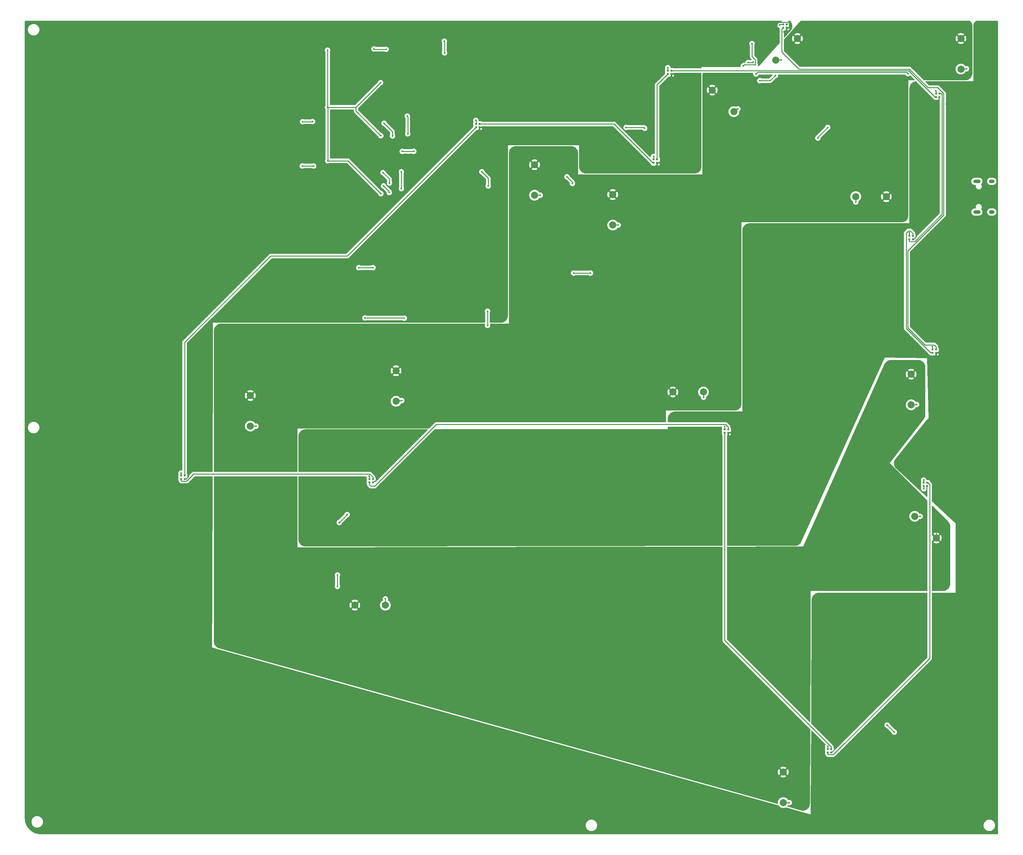
<source format=gtl>
%TF.GenerationSoftware,KiCad,Pcbnew,(6.0.4)*%
%TF.CreationDate,2022-05-26T23:50:18-07:00*%
%TF.ProjectId,bot_L,626f745f-4c2e-46b6-9963-61645f706362,rev?*%
%TF.SameCoordinates,Original*%
%TF.FileFunction,Copper,L1,Top*%
%TF.FilePolarity,Positive*%
%FSLAX46Y46*%
G04 Gerber Fmt 4.6, Leading zero omitted, Abs format (unit mm)*
G04 Created by KiCad (PCBNEW (6.0.4)) date 2022-05-26 23:50:18*
%MOMM*%
%LPD*%
G01*
G04 APERTURE LIST*
%TA.AperFunction,SMDPad,CuDef*%
%ADD10R,0.550000X0.550000*%
%TD*%
%TA.AperFunction,SMDPad,CuDef*%
%ADD11C,2.000000*%
%TD*%
%TA.AperFunction,ComponentPad*%
%ADD12O,2.100000X1.000000*%
%TD*%
%TA.AperFunction,ComponentPad*%
%ADD13O,1.600000X1.000000*%
%TD*%
%TA.AperFunction,ViaPad*%
%ADD14C,0.500000*%
%TD*%
%TA.AperFunction,Conductor*%
%ADD15C,0.250000*%
%TD*%
G04 APERTURE END LIST*
D10*
%TO.P,D6,1,DIN*%
%TO.N,Net-(D5-Pad3)*%
X147525000Y-50475000D03*
%TO.P,D6,2,VDD*%
%TO.N,+5V*%
X148475000Y-50475000D03*
%TO.P,D6,3,DOUT*%
%TO.N,Net-(D6-Pad3)*%
X148475000Y-49525000D03*
%TO.P,D6,4,VSS*%
%TO.N,GND*%
X147525000Y-49525000D03*
%TD*%
D11*
%TO.P,TP15,1,1*%
%TO.N,/SUP12*%
X211525000Y-125000000D03*
%TD*%
%TO.P,TP11,1,1*%
%TO.N,+3V3*%
X270000000Y-120000000D03*
%TD*%
%TO.P,TP19,1,1*%
%TO.N,/SUP16*%
X186000000Y-78000000D03*
%TD*%
%TO.P,TP25,1,1*%
%TO.N,+3V3*%
X113400000Y-185000000D03*
%TD*%
%TO.P,TP9,1,1*%
%TO.N,+3V3*%
X238000000Y-25500000D03*
%TD*%
%TO.P,TP1,1,1*%
%TO.N,+3V3*%
X186000000Y-69400000D03*
%TD*%
%TO.P,TP17,1,1*%
%TO.N,/SUP14*%
X84000000Y-134600000D03*
%TD*%
%TO.P,TP6,1,1*%
%TO.N,+3V3*%
X202925000Y-125000000D03*
%TD*%
%TO.P,TP14,1,1*%
%TO.N,/SUP11*%
X234000000Y-240600000D03*
%TD*%
%TO.P,TP21,1,1*%
%TO.N,/SUP18*%
X284000000Y-34075000D03*
%TD*%
%TO.P,TP5,1,1*%
%TO.N,+3V3*%
X263000000Y-70000000D03*
%TD*%
%TO.P,TP3,1,1*%
%TO.N,+3V3*%
X164000000Y-61000000D03*
%TD*%
%TO.P,TP18,1,1*%
%TO.N,/SUP15*%
X164000000Y-69600000D03*
%TD*%
%TO.P,TP8,1,1*%
%TO.N,+3V3*%
X84000000Y-126000000D03*
%TD*%
%TO.P,TP16,1,1*%
%TO.N,/SUP13*%
X125000000Y-127600000D03*
%TD*%
D10*
%TO.P,D12,1,DIN*%
%TO.N,Net-(D11-Pad3)*%
X234000000Y-22450000D03*
%TO.P,D12,2,VDD*%
%TO.N,+5V*%
X234950000Y-22450000D03*
%TO.P,D12,3,DOUT*%
%TO.N,unconnected-(D12-Pad3)*%
X234950000Y-21500000D03*
%TO.P,D12,4,VSS*%
%TO.N,GND*%
X234000000Y-21500000D03*
%TD*%
D11*
%TO.P,TP12,1,1*%
%TO.N,+3V3*%
X234000000Y-232000000D03*
%TD*%
D10*
%TO.P,D7,1,DIN*%
%TO.N,Net-(D6-Pad3)*%
X197525000Y-60475000D03*
%TO.P,D7,2,VDD*%
%TO.N,+5V*%
X198475000Y-60475000D03*
%TO.P,D7,3,DOUT*%
%TO.N,Net-(D7-Pad3)*%
X198475000Y-59525000D03*
%TO.P,D7,4,VSS*%
%TO.N,GND*%
X197525000Y-59525000D03*
%TD*%
%TO.P,D11,1,DIN*%
%TO.N,Net-(D10-Pad3)*%
X276025000Y-113975000D03*
%TO.P,D11,2,VDD*%
%TO.N,+5V*%
X276975000Y-113975000D03*
%TO.P,D11,3,DOUT*%
%TO.N,Net-(D11-Pad3)*%
X276975000Y-113025000D03*
%TO.P,D11,4,VSS*%
%TO.N,GND*%
X276025000Y-113025000D03*
%TD*%
D11*
%TO.P,TP10,1,1*%
%TO.N,+3V3*%
X277081118Y-166081118D03*
%TD*%
D10*
%TO.P,D9,1,DIN*%
%TO.N,Net-(D8-Pad3)*%
X277000000Y-41950000D03*
%TO.P,D9,2,VDD*%
%TO.N,+5V*%
X277950000Y-41950000D03*
%TO.P,D9,3,DOUT*%
%TO.N,Net-(D10-Pad1)*%
X277950000Y-41000000D03*
%TO.P,D9,4,VSS*%
%TO.N,GND*%
X277000000Y-41000000D03*
%TD*%
%TO.P,D4,1,DIN*%
%TO.N,Net-(D3-Pad3)*%
X117525000Y-150475000D03*
%TO.P,D4,2,VDD*%
%TO.N,+5V*%
X118475000Y-150475000D03*
%TO.P,D4,3,DOUT*%
%TO.N,Net-(D4-Pad3)*%
X118475000Y-149525000D03*
%TO.P,D4,4,VSS*%
%TO.N,GND*%
X117525000Y-149525000D03*
%TD*%
D11*
%TO.P,TP26,1,1*%
%TO.N,/SUP13*%
X122000000Y-185000000D03*
%TD*%
D10*
%TO.P,D5,1,DIN*%
%TO.N,Net-(D4-Pad3)*%
X64525000Y-149475000D03*
%TO.P,D5,2,VDD*%
%TO.N,+5V*%
X65475000Y-149475000D03*
%TO.P,D5,3,DOUT*%
%TO.N,Net-(D5-Pad3)*%
X65475000Y-148525000D03*
%TO.P,D5,4,VSS*%
%TO.N,GND*%
X64525000Y-148525000D03*
%TD*%
D11*
%TO.P,TP13,1,1*%
%TO.N,/SUP10*%
X271000000Y-160000000D03*
%TD*%
%TO.P,TP20,1,1*%
%TO.N,/SUP17*%
X220081119Y-46081119D03*
%TD*%
%TO.P,TP7,1,1*%
%TO.N,+3V3*%
X125000000Y-119000000D03*
%TD*%
D10*
%TO.P,D1,1,DIN*%
%TO.N,/LED_BR2BL*%
X273525000Y-151475000D03*
%TO.P,D1,2,VDD*%
%TO.N,+5V*%
X274475000Y-151475000D03*
%TO.P,D1,3,DOUT*%
%TO.N,Net-(D1-Pad3)*%
X274475000Y-150525000D03*
%TO.P,D1,4,VSS*%
%TO.N,GND*%
X273525000Y-150525000D03*
%TD*%
%TO.P,D2,1,DIN*%
%TO.N,Net-(D1-Pad3)*%
X246525000Y-226475000D03*
%TO.P,D2,2,VDD*%
%TO.N,+5V*%
X247475000Y-226475000D03*
%TO.P,D2,3,DOUT*%
%TO.N,Net-(D2-Pad3)*%
X247475000Y-225525000D03*
%TO.P,D2,4,VSS*%
%TO.N,GND*%
X246525000Y-225525000D03*
%TD*%
D11*
%TO.P,TP23,1,1*%
%TO.N,/SUP20*%
X270000000Y-128600000D03*
%TD*%
%TO.P,TP24,1,1*%
%TO.N,/SUP21*%
X231918881Y-31581119D03*
%TD*%
D10*
%TO.P,D8,1,DIN*%
%TO.N,Net-(D7-Pad3)*%
X201525000Y-35475000D03*
%TO.P,D8,2,VDD*%
%TO.N,+5V*%
X202475000Y-35475000D03*
%TO.P,D8,3,DOUT*%
%TO.N,Net-(D8-Pad3)*%
X202475000Y-34525000D03*
%TO.P,D8,4,VSS*%
%TO.N,GND*%
X201525000Y-34525000D03*
%TD*%
D11*
%TO.P,TP22,1,1*%
%TO.N,/SUP19*%
X254400000Y-70000000D03*
%TD*%
D10*
%TO.P,D3,1,DIN*%
%TO.N,Net-(D2-Pad3)*%
X217525000Y-136475000D03*
%TO.P,D3,2,VDD*%
%TO.N,+5V*%
X218475000Y-136475000D03*
%TO.P,D3,3,DOUT*%
%TO.N,Net-(D3-Pad3)*%
X218475000Y-135525000D03*
%TO.P,D3,4,VSS*%
%TO.N,GND*%
X217525000Y-135525000D03*
%TD*%
%TO.P,D10,1,DIN*%
%TO.N,Net-(D10-Pad1)*%
X269500000Y-82000000D03*
%TO.P,D10,2,VDD*%
%TO.N,+5V*%
X270450000Y-82000000D03*
%TO.P,D10,3,DOUT*%
%TO.N,Net-(D10-Pad3)*%
X270450000Y-81050000D03*
%TO.P,D10,4,VSS*%
%TO.N,GND*%
X269500000Y-81050000D03*
%TD*%
D11*
%TO.P,TP4,1,1*%
%TO.N,+3V3*%
X214000000Y-40000000D03*
%TD*%
%TO.P,TP2,1,1*%
%TO.N,+3V3*%
X284000000Y-25475000D03*
%TD*%
D12*
%TO.P,J1,S1,SHIELD*%
%TO.N,Net-(J1-PadS1)*%
X288500000Y-65680000D03*
D13*
X292680000Y-74320000D03*
X292680000Y-65680000D03*
D12*
X288500000Y-74320000D03*
%TD*%
D14*
%TO.N,+5V*%
X171500000Y-29000000D03*
X278700000Y-114500000D03*
X209500000Y-33350000D03*
X67600000Y-149900000D03*
X119750000Y-149200000D03*
X153400000Y-50900000D03*
X209500000Y-35900000D03*
X286150000Y-72450000D03*
X249600000Y-226900000D03*
X216000000Y-142550000D03*
X219500000Y-136400000D03*
X66543278Y-148793278D03*
X276700000Y-152000000D03*
X279900000Y-43900000D03*
X226550000Y-30310000D03*
X234150000Y-23600000D03*
X219150000Y-142550000D03*
X271450000Y-79950000D03*
X248850000Y-224500000D03*
X203300000Y-35400000D03*
X120600000Y-150900000D03*
X199200000Y-60500000D03*
%TO.N,GND*%
X128300000Y-52300000D03*
X98600000Y-61350000D03*
X189750000Y-50500000D03*
X265250000Y-220750000D03*
X138600000Y-26200000D03*
X246500000Y-50500000D03*
X276000000Y-112300000D03*
X114500000Y-90000000D03*
X130000000Y-57250000D03*
X109000000Y-161750000D03*
X243750000Y-53500000D03*
X126500000Y-67750000D03*
X150750000Y-106250000D03*
X98700000Y-48900000D03*
X201500000Y-33700000D03*
X217500000Y-134700000D03*
X138650000Y-29500000D03*
X269500000Y-80200000D03*
X273500000Y-149800000D03*
X126750000Y-57250000D03*
X118500000Y-90000000D03*
X128150000Y-47300000D03*
X108500000Y-179750000D03*
X197500000Y-58700000D03*
X179750000Y-91500000D03*
X64500000Y-147800000D03*
X175000000Y-91500000D03*
X111250000Y-159500000D03*
X195000000Y-50750000D03*
X101800000Y-61350000D03*
X276900000Y-40200000D03*
X263250000Y-218750000D03*
X108500000Y-176500000D03*
X101500000Y-48850000D03*
X126500000Y-63000000D03*
X123100000Y-68850000D03*
X246500000Y-224700000D03*
X147450000Y-48500000D03*
X121500000Y-66950000D03*
X150750000Y-102250000D03*
X233000000Y-21700000D03*
X117400000Y-148700000D03*
%TO.N,+3V3*%
X82550000Y-146300000D03*
X120750000Y-69150000D03*
X105750000Y-28750000D03*
X163050000Y-78200000D03*
X253600000Y-36050000D03*
X105800000Y-59900000D03*
X120650000Y-37900000D03*
X167500000Y-59000000D03*
X240450000Y-215750000D03*
X120700000Y-52850000D03*
X105750000Y-44850000D03*
X277100000Y-164450000D03*
X82550000Y-149750000D03*
X253550000Y-33200000D03*
X273100000Y-164350000D03*
X238850000Y-218200000D03*
%TO.N,/LED_BR2BL*%
X273550000Y-152250000D03*
%TO.N,/GPIO1_SCL*%
X222750000Y-33160000D03*
X118800000Y-28400000D03*
X122200000Y-28500000D03*
X226100000Y-32860000D03*
X225200000Y-26910000D03*
%TO.N,/GPIO0_SDA*%
X224097907Y-32231566D03*
X225523998Y-32078336D03*
%TO.N,/SUP10*%
X272500000Y-160000000D03*
%TO.N,/SUP11*%
X235700000Y-240600000D03*
%TO.N,/SUP12*%
X127350000Y-104200000D03*
X116250000Y-104150000D03*
X211600000Y-126500000D03*
%TO.N,/SUP13*%
X122000000Y-183250000D03*
X126600000Y-127400000D03*
%TO.N,/SUP14*%
X85600000Y-134600000D03*
%TO.N,/SUP15*%
X123150000Y-66200000D03*
X165600000Y-69600000D03*
X121350000Y-63250000D03*
%TO.N,/SUP16*%
X173100000Y-64400000D03*
X174650000Y-66300000D03*
X187500000Y-78000000D03*
%TO.N,/SUP17*%
X221200000Y-45300000D03*
%TO.N,/SUP18*%
X285600000Y-34000000D03*
X269100000Y-35350000D03*
X226300000Y-35450000D03*
%TO.N,/SUP19*%
X254400000Y-71500000D03*
%TO.N,/SUP20*%
X150950000Y-67000000D03*
X149150000Y-63000000D03*
X271500000Y-128500000D03*
X121650000Y-49350000D03*
X124000000Y-52900000D03*
%TO.N,/SUP21*%
X233400000Y-31500000D03*
X231800000Y-35850000D03*
X227400000Y-37350000D03*
%TD*%
D15*
%TO.N,+5V*%
X232699511Y-20900489D02*
X235450489Y-20900489D01*
X226550000Y-30310000D02*
X226550000Y-27560000D01*
X119750000Y-149449022D02*
X119074511Y-150124511D01*
X235700000Y-21150000D02*
X235700000Y-22150000D01*
X247475000Y-226475000D02*
X247575000Y-226475000D01*
X198500000Y-60500000D02*
X198475000Y-60475000D01*
X203300000Y-35400000D02*
X202550000Y-35400000D01*
X119074511Y-150124511D02*
X118825489Y-150124511D01*
X235450489Y-20900489D02*
X235700000Y-21150000D01*
X235400000Y-22450000D02*
X234950000Y-22450000D01*
X232250000Y-21350000D02*
X232699511Y-20900489D01*
X199200000Y-60500000D02*
X198500000Y-60500000D01*
X271450000Y-79950000D02*
X271450000Y-81249022D01*
X235700000Y-22150000D02*
X235400000Y-22450000D01*
X66500000Y-148850000D02*
X66543278Y-148806722D01*
X270699022Y-82000000D02*
X270450000Y-82000000D01*
X65875000Y-149475000D02*
X66500000Y-148850000D01*
X202550000Y-35400000D02*
X202475000Y-35475000D01*
X118825489Y-150124511D02*
X118475000Y-150475000D01*
X119750000Y-149200000D02*
X119750000Y-149449022D01*
X218550000Y-136400000D02*
X218475000Y-136475000D01*
X219500000Y-136400000D02*
X218550000Y-136400000D01*
X232250000Y-21860000D02*
X232250000Y-21350000D01*
X65475000Y-149475000D02*
X65875000Y-149475000D01*
X247575000Y-226475000D02*
X249050000Y-225000000D01*
X271450000Y-81249022D02*
X270699022Y-82000000D01*
X226550000Y-27560000D02*
X232250000Y-21860000D01*
X66543278Y-148806722D02*
X66543278Y-148793278D01*
%TO.N,GND*%
X64525000Y-148525000D02*
X64525000Y-147825000D01*
X150750000Y-106250000D02*
X150750000Y-102250000D01*
X197525000Y-59525000D02*
X197525000Y-58725000D01*
X126750000Y-57250000D02*
X130000000Y-57250000D01*
X246525000Y-224725000D02*
X246500000Y-224700000D01*
X201525000Y-33725000D02*
X201500000Y-33700000D01*
X233200000Y-21500000D02*
X233000000Y-21700000D01*
X117525000Y-149525000D02*
X117525000Y-148825000D01*
X128300000Y-47450000D02*
X128150000Y-47300000D01*
X273525000Y-149825000D02*
X273500000Y-149800000D01*
X277000000Y-41000000D02*
X277000000Y-40300000D01*
X194750000Y-50500000D02*
X195000000Y-50750000D01*
X217525000Y-135525000D02*
X217525000Y-134725000D01*
X147525000Y-48575000D02*
X147525000Y-49525000D01*
X276025000Y-112325000D02*
X276000000Y-112300000D01*
X246500000Y-50500000D02*
X243750000Y-53250000D01*
X108500000Y-179750000D02*
X108500000Y-176500000D01*
X126500000Y-63000000D02*
X126500000Y-67750000D01*
X273525000Y-150525000D02*
X273525000Y-149825000D01*
X269500000Y-81050000D02*
X269500000Y-80200000D01*
X243750000Y-53250000D02*
X243750000Y-53500000D01*
X123100000Y-68550000D02*
X123100000Y-68850000D01*
X117525000Y-148825000D02*
X117400000Y-148700000D01*
X246525000Y-225525000D02*
X246525000Y-224725000D01*
X197525000Y-58725000D02*
X197500000Y-58700000D01*
X189750000Y-50500000D02*
X194750000Y-50500000D01*
X109000000Y-161750000D02*
X111250000Y-159500000D01*
X263250000Y-218750000D02*
X265250000Y-220750000D01*
X175000000Y-91500000D02*
X179750000Y-91500000D01*
X98700000Y-48900000D02*
X101450000Y-48900000D01*
X201525000Y-34525000D02*
X201525000Y-33725000D01*
X234000000Y-21500000D02*
X233200000Y-21500000D01*
X138650000Y-29500000D02*
X138650000Y-26250000D01*
X277000000Y-40300000D02*
X276900000Y-40200000D01*
X121500000Y-66950000D02*
X123100000Y-68550000D01*
X128300000Y-52300000D02*
X128300000Y-47450000D01*
X147450000Y-48500000D02*
X147525000Y-48575000D01*
X114500000Y-90000000D02*
X118500000Y-90000000D01*
X64525000Y-147825000D02*
X64500000Y-147800000D01*
X138650000Y-26250000D02*
X138600000Y-26200000D01*
X98600000Y-61350000D02*
X101800000Y-61350000D01*
X276025000Y-113025000D02*
X276025000Y-112325000D01*
X101450000Y-48900000D02*
X101500000Y-48850000D01*
X217525000Y-134725000D02*
X217500000Y-134700000D01*
%TO.N,+3V3*%
X113700000Y-44850000D02*
X105750000Y-44850000D01*
X120750000Y-69150000D02*
X111500000Y-59900000D01*
X120650000Y-37900000D02*
X113700000Y-44850000D01*
X277081118Y-166081118D02*
X277081118Y-164468882D01*
X105750000Y-44850000D02*
X105750000Y-28750000D01*
X277081118Y-164468882D02*
X277100000Y-164450000D01*
X120700000Y-52850000D02*
X113700000Y-45850000D01*
X105800000Y-59900000D02*
X105800000Y-44900000D01*
X111500000Y-59900000D02*
X105800000Y-59900000D01*
X105800000Y-44900000D02*
X105750000Y-44850000D01*
X113700000Y-45850000D02*
X113700000Y-44850000D01*
%TO.N,/LED_BR2BL*%
X273550000Y-151500000D02*
X273525000Y-151475000D01*
X273550000Y-152250000D02*
X273550000Y-151500000D01*
%TO.N,Net-(D1-Pad3)*%
X246625000Y-227100000D02*
X246525000Y-227000000D01*
X274724022Y-150525000D02*
X275200000Y-151000978D01*
X275200000Y-199949022D02*
X248049022Y-227100000D01*
X248049022Y-227100000D02*
X246625000Y-227100000D01*
X246525000Y-227000000D02*
X246525000Y-226475000D01*
X275200000Y-151000978D02*
X275200000Y-199949022D01*
X274475000Y-150525000D02*
X274724022Y-150525000D01*
%TO.N,Net-(D2-Pad3)*%
X247475000Y-225525000D02*
X247475000Y-224862518D01*
X247475000Y-224862518D02*
X217525000Y-194912518D01*
X217525000Y-194912518D02*
X217525000Y-136475000D01*
%TO.N,Net-(D3-Pad3)*%
X217737971Y-134125489D02*
X218475000Y-134862518D01*
X136374511Y-134125489D02*
X217737971Y-134125489D01*
X117525000Y-150475000D02*
X117525000Y-151075000D01*
X117500000Y-151100000D02*
X117900000Y-151500000D01*
X119000000Y-151500000D02*
X136374511Y-134125489D01*
X117525000Y-151075000D02*
X117500000Y-151100000D01*
X117900000Y-151500000D02*
X119000000Y-151500000D01*
X218475000Y-134862518D02*
X218475000Y-135525000D01*
%TO.N,Net-(D4-Pad3)*%
X118475000Y-149525000D02*
X118475000Y-148962518D01*
X118475000Y-148962518D02*
X117612482Y-148100000D01*
X64625000Y-150100000D02*
X64525000Y-150000000D01*
X68049022Y-148100000D02*
X66049022Y-150100000D01*
X66049022Y-150100000D02*
X64625000Y-150100000D01*
X117612482Y-148100000D02*
X68049022Y-148100000D01*
X64525000Y-150000000D02*
X64525000Y-149475000D01*
%TO.N,Net-(D5-Pad3)*%
X89750000Y-86700000D02*
X111300000Y-86700000D01*
X111300000Y-86700000D02*
X147525000Y-50475000D01*
X65475000Y-110975000D02*
X89750000Y-86700000D01*
X65475000Y-148525000D02*
X65475000Y-110975000D01*
%TO.N,Net-(D6-Pad3)*%
X148475000Y-49525000D02*
X186325978Y-49525000D01*
X186325978Y-49525000D02*
X197275978Y-60475000D01*
X197275978Y-60475000D02*
X197525000Y-60475000D01*
%TO.N,Net-(D7-Pad3)*%
X198475000Y-59525000D02*
X198475000Y-38525000D01*
X198475000Y-38525000D02*
X201525000Y-35475000D01*
%TO.N,Net-(D8-Pad3)*%
X269325978Y-34525000D02*
X276750978Y-41950000D01*
X276750978Y-41950000D02*
X277000000Y-41950000D01*
X202475000Y-34525000D02*
X269325978Y-34525000D01*
%TO.N,Net-(D10-Pad1)*%
X278475000Y-41000000D02*
X278700000Y-41225000D01*
X277950000Y-41000000D02*
X278475000Y-41000000D01*
X269500000Y-82525000D02*
X269500000Y-82000000D01*
X271049022Y-82600000D02*
X269575000Y-82600000D01*
X278700000Y-41225000D02*
X278700000Y-74949022D01*
X269575000Y-82600000D02*
X269500000Y-82525000D01*
X278700000Y-74949022D02*
X271049022Y-82600000D01*
%TO.N,Net-(D10-Pad3)*%
X270450000Y-81050000D02*
X270450000Y-80337518D01*
X270450000Y-80337518D02*
X269737971Y-79625489D01*
X275500000Y-113975000D02*
X276025000Y-113975000D01*
X268600000Y-107075000D02*
X275500000Y-113975000D01*
X268600000Y-80287518D02*
X268600000Y-107075000D01*
X269262029Y-79625489D02*
X268600000Y-80287518D01*
X269737971Y-79625489D02*
X269262029Y-79625489D01*
%TO.N,Net-(D11-Pad3)*%
X238400000Y-34075480D02*
X233575489Y-29250969D01*
X276550000Y-111800000D02*
X276500000Y-111800000D01*
X274718348Y-39281652D02*
X269512176Y-34075480D01*
X269049520Y-85235220D02*
X279149520Y-75135220D01*
X279149520Y-40999520D02*
X277431652Y-39281652D01*
X279149520Y-75135220D02*
X279149520Y-40999520D01*
X273886207Y-111725489D02*
X269049520Y-106888802D01*
X276425489Y-111725489D02*
X273886207Y-111725489D01*
X276975000Y-113025000D02*
X276975000Y-112225000D01*
X269049520Y-106888802D02*
X269049520Y-85235220D01*
X233575489Y-22874511D02*
X234000000Y-22450000D01*
X276975000Y-112225000D02*
X276550000Y-111800000D01*
X277431652Y-39281652D02*
X274718348Y-39281652D01*
X276500000Y-111800000D02*
X276425489Y-111725489D01*
X269512176Y-34075480D02*
X238400000Y-34075480D01*
X233575489Y-29250969D02*
X233575489Y-22874511D01*
%TO.N,/GPIO1_SCL*%
X226100000Y-31460000D02*
X225200000Y-30560000D01*
X226100000Y-32860000D02*
X223050000Y-32860000D01*
X225200000Y-30560000D02*
X225200000Y-26910000D01*
X122200000Y-28500000D02*
X118900000Y-28500000D01*
X118900000Y-28500000D02*
X118800000Y-28400000D01*
X226100000Y-32860000D02*
X226100000Y-31460000D01*
X223050000Y-32860000D02*
X222750000Y-33160000D01*
%TO.N,/GPIO0_SDA*%
X224097907Y-32231566D02*
X225370768Y-32231566D01*
X225370768Y-32231566D02*
X225523998Y-32078336D01*
%TO.N,/SUP10*%
X272500000Y-160000000D02*
X271000000Y-160000000D01*
%TO.N,/SUP11*%
X235700000Y-240600000D02*
X234000000Y-240600000D01*
%TO.N,/SUP12*%
X127350000Y-104200000D02*
X127300000Y-104150000D01*
X127300000Y-104150000D02*
X116250000Y-104150000D01*
X211600000Y-125075000D02*
X211525000Y-125000000D01*
X211600000Y-126500000D02*
X211600000Y-125075000D01*
%TO.N,/SUP13*%
X126600000Y-127400000D02*
X125200000Y-127400000D01*
X125200000Y-127400000D02*
X125000000Y-127600000D01*
X122000000Y-183250000D02*
X122000000Y-185000000D01*
%TO.N,/SUP14*%
X85600000Y-134600000D02*
X84000000Y-134600000D01*
%TO.N,/SUP15*%
X164000000Y-69600000D02*
X165600000Y-69600000D01*
X121350000Y-63250000D02*
X123150000Y-65050000D01*
X123150000Y-65050000D02*
X123150000Y-66200000D01*
%TO.N,/SUP16*%
X187500000Y-78000000D02*
X186000000Y-78000000D01*
X173100000Y-64400000D02*
X174650000Y-65950000D01*
X174650000Y-65950000D02*
X174650000Y-66300000D01*
%TO.N,/SUP17*%
X220862238Y-45300000D02*
X220081119Y-46081119D01*
X221200000Y-45300000D02*
X220862238Y-45300000D01*
%TO.N,/SUP18*%
X284075000Y-34000000D02*
X284000000Y-34075000D01*
X285600000Y-34000000D02*
X284075000Y-34000000D01*
X268724520Y-34974520D02*
X269100000Y-35350000D01*
X229800000Y-34974520D02*
X265000000Y-34974520D01*
X226300000Y-35450000D02*
X226775480Y-34974520D01*
X226775480Y-34974520D02*
X229800000Y-34974520D01*
X265000000Y-34974520D02*
X268724520Y-34974520D01*
%TO.N,/SUP19*%
X254400000Y-71500000D02*
X254400000Y-70000000D01*
%TO.N,/SUP20*%
X270100000Y-128500000D02*
X270000000Y-128600000D01*
X150950000Y-64800000D02*
X150950000Y-67000000D01*
X271500000Y-128500000D02*
X270100000Y-128500000D01*
X124000000Y-52900000D02*
X124000000Y-51700000D01*
X124000000Y-51700000D02*
X121650000Y-49350000D01*
X149150000Y-63000000D02*
X150950000Y-64800000D01*
%TO.N,/SUP21*%
X233400000Y-31500000D02*
X232000000Y-31500000D01*
X232000000Y-31500000D02*
X231918881Y-31581119D01*
X227400000Y-37350000D02*
X230300000Y-37350000D01*
X230300000Y-37350000D02*
X231800000Y-35850000D01*
%TD*%
%TA.AperFunction,Conductor*%
%TO.N,+5V*%
G36*
X233560612Y-20528502D02*
G01*
X233607105Y-20582158D01*
X233617209Y-20652432D01*
X233587715Y-20717012D01*
X233536721Y-20752482D01*
X233478295Y-20774385D01*
X233388976Y-20841326D01*
X233322470Y-20866174D01*
X233313411Y-20866500D01*
X233278768Y-20866500D01*
X233267585Y-20865973D01*
X233260092Y-20864298D01*
X233252166Y-20864547D01*
X233252165Y-20864547D01*
X233192002Y-20866438D01*
X233188044Y-20866500D01*
X233160144Y-20866500D01*
X233156154Y-20867004D01*
X233144320Y-20867936D01*
X233100111Y-20869326D01*
X233092497Y-20871538D01*
X233092492Y-20871539D01*
X233080659Y-20874977D01*
X233061296Y-20878988D01*
X233041203Y-20881526D01*
X233033836Y-20884443D01*
X233033831Y-20884444D01*
X233000092Y-20897802D01*
X232988865Y-20901646D01*
X232946407Y-20913982D01*
X232939581Y-20918019D01*
X232928972Y-20924293D01*
X232911224Y-20932988D01*
X232892383Y-20940448D01*
X232892241Y-20940090D01*
X232851355Y-20952903D01*
X232836093Y-20954507D01*
X232829422Y-20956778D01*
X232681673Y-21007075D01*
X232681670Y-21007076D01*
X232675003Y-21009346D01*
X232669005Y-21013036D01*
X232669003Y-21013037D01*
X232536065Y-21094821D01*
X232536063Y-21094823D01*
X232530066Y-21098512D01*
X232408486Y-21217573D01*
X232316304Y-21360610D01*
X232258103Y-21520516D01*
X232236775Y-21689343D01*
X232253381Y-21858699D01*
X232255605Y-21865384D01*
X232255605Y-21865385D01*
X232277593Y-21931482D01*
X232307094Y-22020167D01*
X232310741Y-22026189D01*
X232310742Y-22026191D01*
X232373812Y-22130331D01*
X232395246Y-22165723D01*
X232513455Y-22288132D01*
X232655846Y-22381310D01*
X232662450Y-22383766D01*
X232662452Y-22383767D01*
X232731646Y-22409500D01*
X232815341Y-22440626D01*
X232822326Y-22441558D01*
X232889852Y-22450568D01*
X232954729Y-22479404D01*
X232993717Y-22538737D01*
X232994438Y-22609730D01*
X232988180Y-22624994D01*
X232988531Y-22625133D01*
X232985611Y-22632507D01*
X232981794Y-22639451D01*
X232979823Y-22647126D01*
X232979823Y-22647127D01*
X232976756Y-22659073D01*
X232970352Y-22677777D01*
X232962308Y-22696366D01*
X232961069Y-22704189D01*
X232961066Y-22704199D01*
X232955390Y-22740035D01*
X232952984Y-22751655D01*
X232943961Y-22786800D01*
X232941989Y-22794481D01*
X232941989Y-22814735D01*
X232940438Y-22834445D01*
X232937269Y-22854454D01*
X232938015Y-22862346D01*
X232941430Y-22898472D01*
X232941989Y-22910330D01*
X232941989Y-26766490D01*
X232921987Y-26834611D01*
X232909807Y-26850598D01*
X230003732Y-30091990D01*
X227569098Y-32807543D01*
X227562998Y-32813886D01*
X227372058Y-32999046D01*
X227358607Y-33010379D01*
X227147300Y-33164551D01*
X227132409Y-33173897D01*
X227002119Y-33243494D01*
X226932609Y-33257947D01*
X226866320Y-33232526D01*
X226824297Y-33175301D01*
X226819884Y-33104442D01*
X226824965Y-33087612D01*
X226836816Y-33056414D01*
X226839319Y-33049825D01*
X226863001Y-32881313D01*
X226863299Y-32860000D01*
X226844331Y-32690892D01*
X226788368Y-32530189D01*
X226784637Y-32524218D01*
X226784633Y-32524210D01*
X226752647Y-32473024D01*
X226733500Y-32406253D01*
X226733500Y-31538767D01*
X226734027Y-31527584D01*
X226735702Y-31520091D01*
X226735071Y-31500000D01*
X226733562Y-31452014D01*
X226733500Y-31448055D01*
X226733500Y-31420144D01*
X226732995Y-31416144D01*
X226732062Y-31404301D01*
X226730922Y-31368029D01*
X226730673Y-31360110D01*
X226725022Y-31340658D01*
X226721014Y-31321306D01*
X226719467Y-31309063D01*
X226718474Y-31301203D01*
X226715556Y-31293832D01*
X226702200Y-31260097D01*
X226698355Y-31248870D01*
X226697721Y-31246687D01*
X226686018Y-31206407D01*
X226681984Y-31199585D01*
X226681981Y-31199579D01*
X226675706Y-31188968D01*
X226667010Y-31171218D01*
X226662472Y-31159756D01*
X226662469Y-31159751D01*
X226659552Y-31152383D01*
X226633573Y-31116625D01*
X226627057Y-31106707D01*
X226608575Y-31075457D01*
X226604542Y-31068637D01*
X226590218Y-31054313D01*
X226577376Y-31039278D01*
X226573024Y-31033288D01*
X226565472Y-31022893D01*
X226531406Y-30994711D01*
X226522627Y-30986722D01*
X225870405Y-30334500D01*
X225836379Y-30272188D01*
X225833500Y-30245405D01*
X225833500Y-27365262D01*
X225854551Y-27295536D01*
X225878891Y-27258902D01*
X225939319Y-27099825D01*
X225963001Y-26931313D01*
X225963299Y-26910000D01*
X225944331Y-26740892D01*
X225888368Y-26580189D01*
X225882383Y-26570610D01*
X225847727Y-26515151D01*
X225798192Y-26435879D01*
X225678286Y-26315132D01*
X225662039Y-26304821D01*
X225623406Y-26280304D01*
X225534608Y-26223951D01*
X225374300Y-26166868D01*
X225205329Y-26146720D01*
X225198326Y-26147456D01*
X225198325Y-26147456D01*
X225043101Y-26163770D01*
X225043097Y-26163771D01*
X225036093Y-26164507D01*
X225029422Y-26166778D01*
X224881673Y-26217075D01*
X224881670Y-26217076D01*
X224875003Y-26219346D01*
X224869005Y-26223036D01*
X224869003Y-26223037D01*
X224736065Y-26304821D01*
X224736063Y-26304823D01*
X224730066Y-26308512D01*
X224608486Y-26427573D01*
X224604675Y-26433487D01*
X224604673Y-26433489D01*
X224523209Y-26559895D01*
X224516304Y-26570610D01*
X224458103Y-26730516D01*
X224436775Y-26899343D01*
X224453381Y-27068699D01*
X224507094Y-27230167D01*
X224510741Y-27236189D01*
X224510742Y-27236191D01*
X224548276Y-27298167D01*
X224566500Y-27363438D01*
X224566500Y-30481233D01*
X224565973Y-30492416D01*
X224564298Y-30499909D01*
X224564547Y-30507835D01*
X224564547Y-30507836D01*
X224566438Y-30567986D01*
X224566500Y-30571945D01*
X224566500Y-30599856D01*
X224566997Y-30603790D01*
X224566997Y-30603791D01*
X224567005Y-30603856D01*
X224567938Y-30615693D01*
X224569327Y-30659889D01*
X224574978Y-30679339D01*
X224578987Y-30698700D01*
X224581526Y-30718797D01*
X224584445Y-30726168D01*
X224584445Y-30726170D01*
X224597804Y-30759912D01*
X224601649Y-30771142D01*
X224613982Y-30813593D01*
X224618015Y-30820412D01*
X224618017Y-30820417D01*
X224624293Y-30831028D01*
X224632988Y-30848776D01*
X224640448Y-30867617D01*
X224645110Y-30874033D01*
X224645110Y-30874034D01*
X224666436Y-30903387D01*
X224672952Y-30913307D01*
X224695458Y-30951362D01*
X224709779Y-30965683D01*
X224722619Y-30980716D01*
X224734528Y-30997107D01*
X224740634Y-31002158D01*
X224768605Y-31025298D01*
X224777384Y-31033288D01*
X225048345Y-31304249D01*
X225082371Y-31366561D01*
X225077306Y-31437376D01*
X225047410Y-31483365D01*
X224967020Y-31562089D01*
X224904355Y-31595460D01*
X224878862Y-31598066D01*
X224551925Y-31598066D01*
X224484413Y-31578453D01*
X224432515Y-31545517D01*
X224272207Y-31488434D01*
X224103236Y-31468286D01*
X224096233Y-31469022D01*
X224096232Y-31469022D01*
X223941008Y-31485336D01*
X223941004Y-31485337D01*
X223934000Y-31486073D01*
X223927329Y-31488344D01*
X223779580Y-31538641D01*
X223779577Y-31538642D01*
X223772910Y-31540912D01*
X223766912Y-31544602D01*
X223766910Y-31544603D01*
X223633972Y-31626387D01*
X223633970Y-31626389D01*
X223627973Y-31630078D01*
X223506393Y-31749139D01*
X223414211Y-31892176D01*
X223356010Y-32052082D01*
X223355127Y-32059070D01*
X223355127Y-32059071D01*
X223347898Y-32116293D01*
X223319516Y-32181369D01*
X223260456Y-32220770D01*
X223222892Y-32226500D01*
X223128767Y-32226500D01*
X223117584Y-32225973D01*
X223110091Y-32224298D01*
X223102165Y-32224547D01*
X223102164Y-32224547D01*
X223042014Y-32226438D01*
X223038055Y-32226500D01*
X223010144Y-32226500D01*
X223006210Y-32226997D01*
X223006209Y-32226997D01*
X223006144Y-32227005D01*
X222994307Y-32227938D01*
X222962049Y-32228952D01*
X222958030Y-32229078D01*
X222950111Y-32229327D01*
X222930657Y-32234979D01*
X222911300Y-32238987D01*
X222899070Y-32240532D01*
X222899069Y-32240532D01*
X222891203Y-32241526D01*
X222883832Y-32244445D01*
X222883830Y-32244445D01*
X222850088Y-32257804D01*
X222838858Y-32261649D01*
X222804017Y-32271771D01*
X222804016Y-32271771D01*
X222796407Y-32273982D01*
X222789588Y-32278015D01*
X222789583Y-32278017D01*
X222778972Y-32284293D01*
X222761224Y-32292988D01*
X222742383Y-32300448D01*
X222735967Y-32305110D01*
X222735966Y-32305110D01*
X222706613Y-32326436D01*
X222696692Y-32332952D01*
X222658638Y-32355458D01*
X222653031Y-32361064D01*
X222644315Y-32369780D01*
X222629282Y-32382620D01*
X222612893Y-32394528D01*
X222612878Y-32394546D01*
X222571246Y-32419561D01*
X222431673Y-32467075D01*
X222431670Y-32467076D01*
X222425003Y-32469346D01*
X222419005Y-32473036D01*
X222419003Y-32473037D01*
X222286065Y-32554821D01*
X222286063Y-32554823D01*
X222280066Y-32558512D01*
X222158486Y-32677573D01*
X222154675Y-32683487D01*
X222154673Y-32683489D01*
X222126787Y-32726760D01*
X222066304Y-32820610D01*
X222008103Y-32980516D01*
X221986775Y-33149343D01*
X222003381Y-33318699D01*
X222005606Y-33325388D01*
X222006646Y-33330279D01*
X222001246Y-33401070D01*
X221958432Y-33457704D01*
X221891795Y-33482200D01*
X221883603Y-33482480D01*
X212999014Y-33496782D01*
X212999006Y-33496782D01*
X211000000Y-33500000D01*
X211000000Y-33891500D01*
X203161589Y-33891500D01*
X203093468Y-33871498D01*
X203086024Y-33866326D01*
X203048614Y-33838289D01*
X202996705Y-33799385D01*
X202860316Y-33748255D01*
X202798134Y-33741500D01*
X202380611Y-33741500D01*
X202312490Y-33721498D01*
X202265997Y-33667842D01*
X202255396Y-33629544D01*
X202254968Y-33625723D01*
X202244331Y-33530892D01*
X202188368Y-33370189D01*
X202182383Y-33360610D01*
X202145946Y-33302300D01*
X202098192Y-33225879D01*
X202061911Y-33189343D01*
X201983248Y-33110129D01*
X201978286Y-33105132D01*
X201962039Y-33094821D01*
X201891136Y-33049825D01*
X201834608Y-33013951D01*
X201674300Y-32956868D01*
X201505329Y-32936720D01*
X201498326Y-32937456D01*
X201498325Y-32937456D01*
X201343101Y-32953770D01*
X201343097Y-32953771D01*
X201336093Y-32954507D01*
X201329422Y-32956778D01*
X201181673Y-33007075D01*
X201181670Y-33007076D01*
X201175003Y-33009346D01*
X201169005Y-33013036D01*
X201169003Y-33013037D01*
X201036065Y-33094821D01*
X201036063Y-33094823D01*
X201030066Y-33098512D01*
X200908486Y-33217573D01*
X200904675Y-33223487D01*
X200904673Y-33223489D01*
X200847833Y-33311687D01*
X200816304Y-33360610D01*
X200758103Y-33520516D01*
X200736775Y-33689343D01*
X200753381Y-33858699D01*
X200786432Y-33958055D01*
X200788954Y-34029004D01*
X200784856Y-34042052D01*
X200748255Y-34139684D01*
X200741500Y-34201866D01*
X200741500Y-34848134D01*
X200748255Y-34910316D01*
X200751027Y-34917709D01*
X200751027Y-34917711D01*
X200765295Y-34955771D01*
X200770478Y-35026578D01*
X200765295Y-35044229D01*
X200748255Y-35089684D01*
X200741500Y-35151866D01*
X200741500Y-35310405D01*
X200721498Y-35378526D01*
X200704595Y-35399500D01*
X198082747Y-38021348D01*
X198074461Y-38028888D01*
X198067982Y-38033000D01*
X198062557Y-38038777D01*
X198021357Y-38082651D01*
X198018602Y-38085493D01*
X197998865Y-38105230D01*
X197996385Y-38108427D01*
X197988682Y-38117447D01*
X197958414Y-38149679D01*
X197954595Y-38156625D01*
X197954593Y-38156628D01*
X197948652Y-38167434D01*
X197937801Y-38183953D01*
X197925386Y-38199959D01*
X197922241Y-38207228D01*
X197922238Y-38207232D01*
X197907826Y-38240537D01*
X197902609Y-38251187D01*
X197881305Y-38289940D01*
X197879334Y-38297615D01*
X197879334Y-38297616D01*
X197876267Y-38309562D01*
X197869863Y-38328266D01*
X197861819Y-38346855D01*
X197860580Y-38354678D01*
X197860577Y-38354688D01*
X197854901Y-38390524D01*
X197852495Y-38402144D01*
X197846210Y-38426625D01*
X197841500Y-38444970D01*
X197841500Y-38465224D01*
X197839949Y-38484934D01*
X197836780Y-38504943D01*
X197837526Y-38512835D01*
X197840941Y-38548961D01*
X197841500Y-38560819D01*
X197841500Y-57837919D01*
X197821498Y-57906040D01*
X197767842Y-57952533D01*
X197697568Y-57962637D01*
X197686725Y-57960589D01*
X197680936Y-57959231D01*
X197674300Y-57956868D01*
X197667310Y-57956035D01*
X197667308Y-57956034D01*
X197545567Y-57941518D01*
X197505329Y-57936720D01*
X197498326Y-57937456D01*
X197498325Y-57937456D01*
X197343101Y-57953770D01*
X197343097Y-57953771D01*
X197336093Y-57954507D01*
X197329422Y-57956778D01*
X197181673Y-58007075D01*
X197181670Y-58007076D01*
X197175003Y-58009346D01*
X197169005Y-58013036D01*
X197169003Y-58013037D01*
X197036065Y-58094821D01*
X197036063Y-58094823D01*
X197030066Y-58098512D01*
X196908486Y-58217573D01*
X196816304Y-58360610D01*
X196758103Y-58520516D01*
X196736775Y-58689343D01*
X196737462Y-58696351D01*
X196737462Y-58696363D01*
X196740543Y-58727776D01*
X196727285Y-58797524D01*
X196678423Y-58849031D01*
X196609471Y-58865945D01*
X196542320Y-58842896D01*
X196526050Y-58829168D01*
X191785015Y-54088132D01*
X188186226Y-50489343D01*
X188986775Y-50489343D01*
X189003381Y-50658699D01*
X189057094Y-50820167D01*
X189060741Y-50826189D01*
X189060742Y-50826191D01*
X189129562Y-50939825D01*
X189145246Y-50965723D01*
X189263455Y-51088132D01*
X189293801Y-51107990D01*
X189359942Y-51151271D01*
X189405846Y-51181310D01*
X189412450Y-51183766D01*
X189412452Y-51183767D01*
X189482184Y-51209700D01*
X189565341Y-51240626D01*
X189734015Y-51263132D01*
X189741026Y-51262494D01*
X189741030Y-51262494D01*
X189896462Y-51248348D01*
X189903483Y-51247709D01*
X189910185Y-51245531D01*
X189910187Y-51245531D01*
X190058623Y-51197301D01*
X190058626Y-51197300D01*
X190065322Y-51195124D01*
X190071373Y-51191517D01*
X190071375Y-51191516D01*
X190138887Y-51151271D01*
X190203404Y-51133500D01*
X194274453Y-51133500D01*
X194342574Y-51153502D01*
X194382228Y-51194228D01*
X194395246Y-51215723D01*
X194513455Y-51338132D01*
X194519351Y-51341990D01*
X194625135Y-51411213D01*
X194655846Y-51431310D01*
X194662450Y-51433766D01*
X194662452Y-51433767D01*
X194696440Y-51446407D01*
X194815341Y-51490626D01*
X194984015Y-51513132D01*
X194991026Y-51512494D01*
X194991030Y-51512494D01*
X195146462Y-51498348D01*
X195153483Y-51497709D01*
X195160185Y-51495531D01*
X195160187Y-51495531D01*
X195308623Y-51447301D01*
X195308626Y-51447300D01*
X195315322Y-51445124D01*
X195461490Y-51357990D01*
X195466584Y-51353139D01*
X195466588Y-51353136D01*
X195544141Y-51279283D01*
X195584721Y-51240639D01*
X195591177Y-51230923D01*
X195674990Y-51104773D01*
X195678891Y-51098902D01*
X195739319Y-50939825D01*
X195763001Y-50771313D01*
X195763299Y-50750000D01*
X195744331Y-50580892D01*
X195688368Y-50420189D01*
X195598192Y-50275879D01*
X195563478Y-50240921D01*
X195483248Y-50160129D01*
X195478286Y-50155132D01*
X195334608Y-50063951D01*
X195279222Y-50044229D01*
X195180935Y-50009230D01*
X195180930Y-50009229D01*
X195174300Y-50006868D01*
X195171404Y-50006523D01*
X195129498Y-49987337D01*
X195125321Y-49983414D01*
X195118371Y-49979593D01*
X195107566Y-49973652D01*
X195091047Y-49962801D01*
X195090583Y-49962441D01*
X195075041Y-49950386D01*
X195067772Y-49947241D01*
X195067768Y-49947238D01*
X195034463Y-49932826D01*
X195023813Y-49927609D01*
X194985060Y-49906305D01*
X194965437Y-49901267D01*
X194946734Y-49894863D01*
X194935420Y-49889967D01*
X194935419Y-49889967D01*
X194928145Y-49886819D01*
X194920322Y-49885580D01*
X194920312Y-49885577D01*
X194884476Y-49879901D01*
X194872856Y-49877495D01*
X194837711Y-49868472D01*
X194837710Y-49868472D01*
X194830030Y-49866500D01*
X194809776Y-49866500D01*
X194790065Y-49864949D01*
X194777886Y-49863020D01*
X194770057Y-49861780D01*
X194762165Y-49862526D01*
X194726039Y-49865941D01*
X194714181Y-49866500D01*
X190204018Y-49866500D01*
X190136506Y-49846887D01*
X190084608Y-49813951D01*
X189924300Y-49756868D01*
X189755329Y-49736720D01*
X189748326Y-49737456D01*
X189748325Y-49737456D01*
X189593101Y-49753770D01*
X189593097Y-49753771D01*
X189586093Y-49754507D01*
X189579422Y-49756778D01*
X189431673Y-49807075D01*
X189431670Y-49807076D01*
X189425003Y-49809346D01*
X189419005Y-49813036D01*
X189419003Y-49813037D01*
X189286065Y-49894821D01*
X189286063Y-49894823D01*
X189280066Y-49898512D01*
X189222136Y-49955242D01*
X189167006Y-50009230D01*
X189158486Y-50017573D01*
X189154675Y-50023487D01*
X189154673Y-50023489D01*
X189106954Y-50097534D01*
X189066304Y-50160610D01*
X189063894Y-50167232D01*
X189024350Y-50275879D01*
X189008103Y-50320516D01*
X188986775Y-50489343D01*
X188186226Y-50489343D01*
X186829630Y-49132747D01*
X186822090Y-49124461D01*
X186817978Y-49117982D01*
X186768326Y-49071356D01*
X186765485Y-49068602D01*
X186745748Y-49048865D01*
X186742551Y-49046385D01*
X186733529Y-49038680D01*
X186701299Y-49008414D01*
X186694353Y-49004595D01*
X186694350Y-49004593D01*
X186683544Y-48998652D01*
X186667025Y-48987801D01*
X186666561Y-48987441D01*
X186651019Y-48975386D01*
X186643750Y-48972241D01*
X186643746Y-48972238D01*
X186610441Y-48957826D01*
X186599791Y-48952609D01*
X186561038Y-48931305D01*
X186541415Y-48926267D01*
X186522712Y-48919863D01*
X186511398Y-48914967D01*
X186511397Y-48914967D01*
X186504123Y-48911819D01*
X186496300Y-48910580D01*
X186496290Y-48910577D01*
X186460454Y-48904901D01*
X186448834Y-48902495D01*
X186413689Y-48893472D01*
X186413688Y-48893472D01*
X186406008Y-48891500D01*
X186385754Y-48891500D01*
X186366043Y-48889949D01*
X186353864Y-48888020D01*
X186346035Y-48886780D01*
X186338143Y-48887526D01*
X186302017Y-48890941D01*
X186290159Y-48891500D01*
X149161589Y-48891500D01*
X149093468Y-48871498D01*
X149086024Y-48866326D01*
X148996705Y-48799385D01*
X148860316Y-48748255D01*
X148798134Y-48741500D01*
X148327003Y-48741500D01*
X148258882Y-48721498D01*
X148212389Y-48667842D01*
X148202229Y-48597965D01*
X148212451Y-48525224D01*
X148213001Y-48521313D01*
X148213299Y-48500000D01*
X148194331Y-48330892D01*
X148138368Y-48170189D01*
X148132383Y-48160610D01*
X148086210Y-48086720D01*
X148048192Y-48025879D01*
X147928286Y-47905132D01*
X147912039Y-47894821D01*
X147848764Y-47854666D01*
X147784608Y-47813951D01*
X147624300Y-47756868D01*
X147455329Y-47736720D01*
X147448326Y-47737456D01*
X147448325Y-47737456D01*
X147293101Y-47753770D01*
X147293097Y-47753771D01*
X147286093Y-47754507D01*
X147279422Y-47756778D01*
X147131673Y-47807075D01*
X147131670Y-47807076D01*
X147125003Y-47809346D01*
X147119005Y-47813036D01*
X147119003Y-47813037D01*
X146986065Y-47894821D01*
X146986063Y-47894823D01*
X146980066Y-47898512D01*
X146858486Y-48017573D01*
X146854675Y-48023487D01*
X146854673Y-48023489D01*
X146781700Y-48136720D01*
X146766304Y-48160610D01*
X146708103Y-48320516D01*
X146686775Y-48489343D01*
X146703381Y-48658699D01*
X146705605Y-48665384D01*
X146705605Y-48665385D01*
X146713092Y-48687891D01*
X146757094Y-48820167D01*
X146760741Y-48826189D01*
X146760742Y-48826191D01*
X146795116Y-48882949D01*
X146813295Y-48951578D01*
X146799334Y-49003276D01*
X146799385Y-49003295D01*
X146748255Y-49139684D01*
X146741500Y-49201866D01*
X146741500Y-49848134D01*
X146741869Y-49851531D01*
X146746973Y-49898512D01*
X146748255Y-49910316D01*
X146751027Y-49917709D01*
X146751027Y-49917711D01*
X146765295Y-49955771D01*
X146770478Y-50026578D01*
X146765295Y-50044229D01*
X146748255Y-50089684D01*
X146747402Y-50097532D01*
X146747402Y-50097534D01*
X146741869Y-50148469D01*
X146741500Y-50151866D01*
X146741500Y-50310405D01*
X146721498Y-50378526D01*
X146704595Y-50399500D01*
X111074500Y-86029595D01*
X111012188Y-86063621D01*
X110985405Y-86066500D01*
X89828767Y-86066500D01*
X89817584Y-86065973D01*
X89810091Y-86064298D01*
X89802165Y-86064547D01*
X89802164Y-86064547D01*
X89742014Y-86066438D01*
X89738055Y-86066500D01*
X89710144Y-86066500D01*
X89706210Y-86066997D01*
X89706209Y-86066997D01*
X89706144Y-86067005D01*
X89694307Y-86067938D01*
X89662490Y-86068938D01*
X89658029Y-86069078D01*
X89650110Y-86069327D01*
X89632454Y-86074456D01*
X89630658Y-86074978D01*
X89611306Y-86078986D01*
X89604235Y-86079880D01*
X89591203Y-86081526D01*
X89583834Y-86084443D01*
X89583832Y-86084444D01*
X89550097Y-86097800D01*
X89538869Y-86101645D01*
X89496407Y-86113982D01*
X89489585Y-86118016D01*
X89489579Y-86118019D01*
X89478968Y-86124294D01*
X89461218Y-86132990D01*
X89449756Y-86137528D01*
X89449751Y-86137531D01*
X89442383Y-86140448D01*
X89435968Y-86145109D01*
X89406625Y-86166427D01*
X89396707Y-86172943D01*
X89378019Y-86183995D01*
X89358637Y-86195458D01*
X89344313Y-86209782D01*
X89329281Y-86222621D01*
X89312893Y-86234528D01*
X89284712Y-86268593D01*
X89276722Y-86277373D01*
X65082747Y-110471348D01*
X65074461Y-110478888D01*
X65067982Y-110483000D01*
X65062557Y-110488777D01*
X65021357Y-110532651D01*
X65018602Y-110535493D01*
X64998865Y-110555230D01*
X64996385Y-110558427D01*
X64988682Y-110567447D01*
X64958414Y-110599679D01*
X64954595Y-110606625D01*
X64954593Y-110606628D01*
X64948652Y-110617434D01*
X64937801Y-110633953D01*
X64925386Y-110649959D01*
X64922241Y-110657228D01*
X64922238Y-110657232D01*
X64907826Y-110690537D01*
X64902609Y-110701187D01*
X64881305Y-110739940D01*
X64879334Y-110747615D01*
X64879334Y-110747616D01*
X64876267Y-110759562D01*
X64869863Y-110778266D01*
X64861819Y-110796855D01*
X64860580Y-110804678D01*
X64860577Y-110804688D01*
X64854901Y-110840524D01*
X64852495Y-110852144D01*
X64841500Y-110894970D01*
X64841500Y-110915224D01*
X64839949Y-110934934D01*
X64836780Y-110954943D01*
X64837526Y-110962835D01*
X64840941Y-110998961D01*
X64841500Y-111010819D01*
X64841500Y-146937919D01*
X64821498Y-147006040D01*
X64767842Y-147052533D01*
X64697568Y-147062637D01*
X64686725Y-147060589D01*
X64680936Y-147059231D01*
X64674300Y-147056868D01*
X64667310Y-147056035D01*
X64667308Y-147056034D01*
X64568673Y-147044273D01*
X64505329Y-147036720D01*
X64498326Y-147037456D01*
X64498325Y-147037456D01*
X64343101Y-147053770D01*
X64343097Y-147053771D01*
X64336093Y-147054507D01*
X64329422Y-147056778D01*
X64181673Y-147107075D01*
X64181670Y-147107076D01*
X64175003Y-147109346D01*
X64169005Y-147113036D01*
X64169003Y-147113037D01*
X64036065Y-147194821D01*
X64036063Y-147194823D01*
X64030066Y-147198512D01*
X63908486Y-147317573D01*
X63904675Y-147323487D01*
X63904673Y-147323489D01*
X63820121Y-147454687D01*
X63816304Y-147460610D01*
X63797683Y-147511772D01*
X63777787Y-147566436D01*
X63758103Y-147620516D01*
X63736775Y-147789343D01*
X63753381Y-147958699D01*
X63755604Y-147965381D01*
X63755605Y-147965387D01*
X63768806Y-148005071D01*
X63771328Y-148076022D01*
X63767229Y-148089070D01*
X63751029Y-148132285D01*
X63748255Y-148139684D01*
X63747402Y-148147532D01*
X63747402Y-148147534D01*
X63741869Y-148198469D01*
X63741500Y-148201866D01*
X63741500Y-148848134D01*
X63741869Y-148851531D01*
X63743075Y-148862628D01*
X63748255Y-148910316D01*
X63751027Y-148917709D01*
X63751027Y-148917711D01*
X63765295Y-148955771D01*
X63770478Y-149026578D01*
X63765295Y-149044229D01*
X63751027Y-149082289D01*
X63748255Y-149089684D01*
X63747402Y-149097532D01*
X63747402Y-149097534D01*
X63742823Y-149139684D01*
X63741500Y-149151866D01*
X63741500Y-149798134D01*
X63748255Y-149860316D01*
X63799385Y-149996705D01*
X63804770Y-150003890D01*
X63804771Y-150003892D01*
X63885616Y-150111763D01*
X63905936Y-150154126D01*
X63906526Y-150158797D01*
X63909444Y-150166167D01*
X63922804Y-150199912D01*
X63926649Y-150211142D01*
X63936771Y-150245983D01*
X63938982Y-150253593D01*
X63943015Y-150260412D01*
X63943017Y-150260417D01*
X63949293Y-150271028D01*
X63957988Y-150288776D01*
X63965448Y-150307617D01*
X63970110Y-150314033D01*
X63970110Y-150314034D01*
X63991436Y-150343387D01*
X63997952Y-150353307D01*
X64000722Y-150357990D01*
X64020458Y-150391362D01*
X64034779Y-150405683D01*
X64047619Y-150420716D01*
X64059528Y-150437107D01*
X64065634Y-150442158D01*
X64093605Y-150465298D01*
X64102384Y-150473288D01*
X64121343Y-150492247D01*
X64128887Y-150500537D01*
X64133000Y-150507018D01*
X64138777Y-150512443D01*
X64182667Y-150553658D01*
X64185509Y-150556413D01*
X64205230Y-150576134D01*
X64208425Y-150578612D01*
X64217447Y-150586318D01*
X64249679Y-150616586D01*
X64256628Y-150620406D01*
X64267432Y-150626346D01*
X64283956Y-150637199D01*
X64299959Y-150649613D01*
X64340543Y-150667176D01*
X64351173Y-150672383D01*
X64389940Y-150693695D01*
X64397617Y-150695666D01*
X64397622Y-150695668D01*
X64409558Y-150698732D01*
X64428266Y-150705137D01*
X64446855Y-150713181D01*
X64454680Y-150714420D01*
X64454682Y-150714421D01*
X64490519Y-150720097D01*
X64502140Y-150722504D01*
X64533959Y-150730673D01*
X64544970Y-150733500D01*
X64565231Y-150733500D01*
X64584940Y-150735051D01*
X64604943Y-150738219D01*
X64612835Y-150737473D01*
X64618062Y-150736979D01*
X64648954Y-150734059D01*
X64660811Y-150733500D01*
X65970255Y-150733500D01*
X65981438Y-150734027D01*
X65988931Y-150735702D01*
X65996857Y-150735453D01*
X65996858Y-150735453D01*
X66057008Y-150733562D01*
X66060967Y-150733500D01*
X66088878Y-150733500D01*
X66092813Y-150733003D01*
X66092878Y-150732995D01*
X66104715Y-150732062D01*
X66136973Y-150731048D01*
X66140992Y-150730922D01*
X66148911Y-150730673D01*
X66168365Y-150725021D01*
X66187722Y-150721013D01*
X66199952Y-150719468D01*
X66199953Y-150719468D01*
X66207819Y-150718474D01*
X66215190Y-150715555D01*
X66215192Y-150715555D01*
X66248934Y-150702196D01*
X66260164Y-150698351D01*
X66295005Y-150688229D01*
X66295006Y-150688229D01*
X66302615Y-150686018D01*
X66309434Y-150681985D01*
X66309439Y-150681983D01*
X66320050Y-150675707D01*
X66337798Y-150667012D01*
X66356639Y-150659552D01*
X66372994Y-150647670D01*
X66392409Y-150633564D01*
X66402329Y-150627048D01*
X66433557Y-150608580D01*
X66433560Y-150608578D01*
X66440384Y-150604542D01*
X66454705Y-150590221D01*
X66469739Y-150577380D01*
X66471454Y-150576134D01*
X66486129Y-150565472D01*
X66514320Y-150531395D01*
X66522310Y-150522616D01*
X68274522Y-148770405D01*
X68336834Y-148736379D01*
X68363617Y-148733500D01*
X73250640Y-148733500D01*
X73318761Y-148753502D01*
X73365254Y-148807158D01*
X73376638Y-148859855D01*
X73289471Y-179497939D01*
X73278085Y-183500079D01*
X73239884Y-196927012D01*
X160890946Y-221377830D01*
X232684628Y-241405131D01*
X232744868Y-241442701D01*
X232758201Y-241460658D01*
X232775824Y-241489416D01*
X232930031Y-241669969D01*
X233110584Y-241824176D01*
X233114792Y-241826755D01*
X233114798Y-241826759D01*
X233308817Y-241945654D01*
X233313037Y-241948240D01*
X233317607Y-241950133D01*
X233317611Y-241950135D01*
X233527833Y-242037211D01*
X233532406Y-242039105D01*
X233612609Y-242058360D01*
X233758476Y-242093380D01*
X233758482Y-242093381D01*
X233763289Y-242094535D01*
X234000000Y-242113165D01*
X234236711Y-242094535D01*
X234241518Y-242093381D01*
X234241524Y-242093380D01*
X234387391Y-242058360D01*
X234467594Y-242039105D01*
X234624485Y-241974119D01*
X234695075Y-241966530D01*
X234706559Y-241969162D01*
X235151855Y-242093380D01*
X239213419Y-243226379D01*
X239213424Y-243226380D01*
X241739866Y-243931147D01*
X241807368Y-227734059D01*
X241837830Y-220424916D01*
X241858116Y-220356879D01*
X241911965Y-220310610D01*
X241982280Y-220300799D01*
X242046738Y-220330561D01*
X242052924Y-220336346D01*
X245846653Y-224130075D01*
X245880679Y-224192387D01*
X245875614Y-224263202D01*
X245863471Y-224287421D01*
X245816304Y-224360610D01*
X245794558Y-224420358D01*
X245762213Y-224509225D01*
X245758103Y-224520516D01*
X245736775Y-224689343D01*
X245753381Y-224858699D01*
X245786432Y-224958055D01*
X245788954Y-225029004D01*
X245784856Y-225042052D01*
X245748255Y-225139684D01*
X245741500Y-225201866D01*
X245741500Y-225848134D01*
X245748255Y-225910316D01*
X245751027Y-225917709D01*
X245751027Y-225917711D01*
X245765295Y-225955771D01*
X245770478Y-226026578D01*
X245765295Y-226044229D01*
X245748255Y-226089684D01*
X245741500Y-226151866D01*
X245741500Y-226798134D01*
X245748255Y-226860316D01*
X245799385Y-226996705D01*
X245804770Y-227003890D01*
X245804771Y-227003892D01*
X245885616Y-227111763D01*
X245905936Y-227154126D01*
X245906526Y-227158797D01*
X245909444Y-227166167D01*
X245922804Y-227199912D01*
X245926649Y-227211142D01*
X245938982Y-227253593D01*
X245943015Y-227260412D01*
X245943017Y-227260417D01*
X245949293Y-227271028D01*
X245957988Y-227288776D01*
X245965448Y-227307617D01*
X245970110Y-227314033D01*
X245970110Y-227314034D01*
X245991436Y-227343387D01*
X245997952Y-227353307D01*
X246020458Y-227391362D01*
X246034779Y-227405683D01*
X246047619Y-227420716D01*
X246059528Y-227437107D01*
X246065634Y-227442158D01*
X246093605Y-227465298D01*
X246102384Y-227473288D01*
X246121343Y-227492247D01*
X246128887Y-227500537D01*
X246133000Y-227507018D01*
X246138777Y-227512443D01*
X246182667Y-227553658D01*
X246185509Y-227556413D01*
X246205230Y-227576134D01*
X246208425Y-227578612D01*
X246217447Y-227586318D01*
X246249679Y-227616586D01*
X246256628Y-227620406D01*
X246267432Y-227626346D01*
X246283956Y-227637199D01*
X246299959Y-227649613D01*
X246340543Y-227667176D01*
X246351173Y-227672383D01*
X246389940Y-227693695D01*
X246397617Y-227695666D01*
X246397622Y-227695668D01*
X246409558Y-227698732D01*
X246428266Y-227705137D01*
X246446855Y-227713181D01*
X246454680Y-227714420D01*
X246454682Y-227714421D01*
X246490519Y-227720097D01*
X246502140Y-227722504D01*
X246533959Y-227730673D01*
X246544970Y-227733500D01*
X246565231Y-227733500D01*
X246584940Y-227735051D01*
X246604943Y-227738219D01*
X246612835Y-227737473D01*
X246618062Y-227736979D01*
X246648954Y-227734059D01*
X246660811Y-227733500D01*
X247970255Y-227733500D01*
X247981438Y-227734027D01*
X247988931Y-227735702D01*
X247996857Y-227735453D01*
X247996858Y-227735453D01*
X248057008Y-227733562D01*
X248060967Y-227733500D01*
X248088878Y-227733500D01*
X248092813Y-227733003D01*
X248092878Y-227732995D01*
X248104715Y-227732062D01*
X248136973Y-227731048D01*
X248140992Y-227730922D01*
X248148911Y-227730673D01*
X248168365Y-227725021D01*
X248187722Y-227721013D01*
X248199952Y-227719468D01*
X248199953Y-227719468D01*
X248207819Y-227718474D01*
X248215190Y-227715555D01*
X248215192Y-227715555D01*
X248248934Y-227702196D01*
X248260164Y-227698351D01*
X248295005Y-227688229D01*
X248295006Y-227688229D01*
X248302615Y-227686018D01*
X248309434Y-227681985D01*
X248309439Y-227681983D01*
X248320050Y-227675707D01*
X248337798Y-227667012D01*
X248356639Y-227659552D01*
X248377009Y-227644753D01*
X248392409Y-227633564D01*
X248402329Y-227627048D01*
X248433557Y-227608580D01*
X248433560Y-227608578D01*
X248440384Y-227604542D01*
X248454705Y-227590221D01*
X248469739Y-227577380D01*
X248471454Y-227576134D01*
X248486129Y-227565472D01*
X248514320Y-227531395D01*
X248522310Y-227522616D01*
X257305583Y-218739343D01*
X262486775Y-218739343D01*
X262503381Y-218908699D01*
X262557094Y-219070167D01*
X262645246Y-219215723D01*
X262763455Y-219338132D01*
X262905846Y-219431310D01*
X262912450Y-219433766D01*
X262912452Y-219433767D01*
X262985594Y-219460968D01*
X263065341Y-219490626D01*
X263070257Y-219491282D01*
X263128111Y-219524015D01*
X264477627Y-220873532D01*
X264508090Y-220922855D01*
X264557094Y-221070167D01*
X264560741Y-221076189D01*
X264560742Y-221076191D01*
X264574497Y-221098902D01*
X264645246Y-221215723D01*
X264763455Y-221338132D01*
X264905846Y-221431310D01*
X264912450Y-221433766D01*
X264912452Y-221433767D01*
X264948844Y-221447301D01*
X265065341Y-221490626D01*
X265234015Y-221513132D01*
X265241026Y-221512494D01*
X265241030Y-221512494D01*
X265396462Y-221498348D01*
X265403483Y-221497709D01*
X265410185Y-221495531D01*
X265410187Y-221495531D01*
X265558623Y-221447301D01*
X265558626Y-221447300D01*
X265565322Y-221445124D01*
X265711490Y-221357990D01*
X265716584Y-221353139D01*
X265716588Y-221353136D01*
X265783833Y-221289099D01*
X265834721Y-221240639D01*
X265928891Y-221098902D01*
X265989319Y-220939825D01*
X266013001Y-220771313D01*
X266013299Y-220750000D01*
X265994331Y-220580892D01*
X265938368Y-220420189D01*
X265848192Y-220275879D01*
X265728286Y-220155132D01*
X265584608Y-220063951D01*
X265424300Y-220006868D01*
X265424814Y-220005426D01*
X265371849Y-219975945D01*
X264024105Y-218628200D01*
X263994209Y-218580542D01*
X263940686Y-218426846D01*
X263938368Y-218420189D01*
X263932383Y-218410610D01*
X263899944Y-218358699D01*
X263848192Y-218275879D01*
X263728286Y-218155132D01*
X263712039Y-218144821D01*
X263673406Y-218120304D01*
X263584608Y-218063951D01*
X263424300Y-218006868D01*
X263255329Y-217986720D01*
X263248326Y-217987456D01*
X263248325Y-217987456D01*
X263093101Y-218003770D01*
X263093097Y-218003771D01*
X263086093Y-218004507D01*
X263079422Y-218006778D01*
X262931673Y-218057075D01*
X262931670Y-218057076D01*
X262925003Y-218059346D01*
X262919005Y-218063036D01*
X262919003Y-218063037D01*
X262786065Y-218144821D01*
X262786063Y-218144823D01*
X262780066Y-218148512D01*
X262658486Y-218267573D01*
X262654675Y-218273487D01*
X262654673Y-218273489D01*
X262589084Y-218375262D01*
X262566304Y-218410610D01*
X262508103Y-218570516D01*
X262486775Y-218739343D01*
X257305583Y-218739343D01*
X275592247Y-200452679D01*
X275600537Y-200445135D01*
X275607018Y-200441022D01*
X275653659Y-200391354D01*
X275656413Y-200388513D01*
X275676134Y-200368792D01*
X275678612Y-200365597D01*
X275686318Y-200356575D01*
X275711158Y-200330123D01*
X275716586Y-200324343D01*
X275726346Y-200306590D01*
X275737199Y-200290067D01*
X275744753Y-200280328D01*
X275749613Y-200274063D01*
X275767176Y-200233479D01*
X275772383Y-200222849D01*
X275793695Y-200184082D01*
X275795666Y-200176405D01*
X275795668Y-200176400D01*
X275798732Y-200164464D01*
X275805138Y-200145752D01*
X275810033Y-200134441D01*
X275813181Y-200127167D01*
X275814421Y-200119339D01*
X275814423Y-200119332D01*
X275820099Y-200083498D01*
X275822505Y-200071878D01*
X275831528Y-200036733D01*
X275831528Y-200036732D01*
X275833500Y-200029052D01*
X275833500Y-200008798D01*
X275835051Y-199989087D01*
X275836980Y-199976908D01*
X275838220Y-199969079D01*
X275834059Y-199925060D01*
X275833500Y-199913203D01*
X275833500Y-181626665D01*
X275853502Y-181558544D01*
X275907158Y-181512051D01*
X275959487Y-181500665D01*
X282500053Y-181499997D01*
X282500000Y-161999997D01*
X281854214Y-161404508D01*
X281854200Y-161404495D01*
X275874085Y-155890149D01*
X275837565Y-155829265D01*
X275833500Y-155797519D01*
X275833500Y-151079746D01*
X275834027Y-151068563D01*
X275835702Y-151061070D01*
X275833562Y-150992979D01*
X275833500Y-150989022D01*
X275833500Y-150961122D01*
X275832996Y-150957131D01*
X275832063Y-150945289D01*
X275831197Y-150917711D01*
X275830674Y-150901089D01*
X275825021Y-150881630D01*
X275821012Y-150862271D01*
X275820765Y-150860316D01*
X275818474Y-150842181D01*
X275815558Y-150834815D01*
X275815556Y-150834809D01*
X275802200Y-150801076D01*
X275798355Y-150789846D01*
X275788230Y-150754995D01*
X275788230Y-150754994D01*
X275786019Y-150747385D01*
X275778138Y-150734059D01*
X275775705Y-150729944D01*
X275767008Y-150712191D01*
X275762472Y-150700736D01*
X275759552Y-150693361D01*
X275733563Y-150657590D01*
X275727047Y-150647670D01*
X275725322Y-150644753D01*
X275704542Y-150609616D01*
X275690221Y-150595295D01*
X275677380Y-150580261D01*
X275670132Y-150570285D01*
X275665472Y-150563871D01*
X275631407Y-150535690D01*
X275622626Y-150527700D01*
X275280991Y-150186064D01*
X275254509Y-150138648D01*
X275251745Y-150139684D01*
X275203767Y-150011703D01*
X275200615Y-150003295D01*
X275113261Y-149886739D01*
X274996705Y-149799385D01*
X274860316Y-149748255D01*
X274798134Y-149741500D01*
X274369240Y-149741500D01*
X274301119Y-149721498D01*
X274254626Y-149667842D01*
X274246372Y-149643418D01*
X274245116Y-149637890D01*
X274244331Y-149630892D01*
X274188368Y-149470189D01*
X274182383Y-149460610D01*
X274151138Y-149410610D01*
X274098192Y-149325879D01*
X273978286Y-149205132D01*
X273962039Y-149194821D01*
X273923406Y-149170304D01*
X273834608Y-149113951D01*
X273674300Y-149056868D01*
X273505329Y-149036720D01*
X273498326Y-149037456D01*
X273498325Y-149037456D01*
X273343101Y-149053770D01*
X273343097Y-149053771D01*
X273336093Y-149054507D01*
X273329422Y-149056778D01*
X273181673Y-149107075D01*
X273181670Y-149107076D01*
X273175003Y-149109346D01*
X273169005Y-149113036D01*
X273169003Y-149113037D01*
X273036065Y-149194821D01*
X273036063Y-149194823D01*
X273030066Y-149198512D01*
X272908486Y-149317573D01*
X272816304Y-149460610D01*
X272813894Y-149467232D01*
X272776302Y-149570516D01*
X272758103Y-149620516D01*
X272736775Y-149789343D01*
X272753381Y-149958699D01*
X272755604Y-149965381D01*
X272755605Y-149965387D01*
X272768806Y-150005071D01*
X272771328Y-150076022D01*
X272767229Y-150089070D01*
X272748255Y-150139684D01*
X272747402Y-150147532D01*
X272747402Y-150147534D01*
X272746560Y-150155283D01*
X272741500Y-150201866D01*
X272741500Y-150848134D01*
X272741869Y-150851531D01*
X272747253Y-150901089D01*
X272748255Y-150910316D01*
X272751027Y-150917709D01*
X272751027Y-150917711D01*
X272765295Y-150955771D01*
X272770478Y-151026578D01*
X272765295Y-151044229D01*
X272751900Y-151079961D01*
X272748255Y-151089684D01*
X272747402Y-151097532D01*
X272747402Y-151097534D01*
X272743239Y-151135855D01*
X272741500Y-151151866D01*
X272741500Y-151798134D01*
X272748255Y-151860316D01*
X272762568Y-151898495D01*
X272799385Y-151996705D01*
X272797717Y-151997330D01*
X272810579Y-152056165D01*
X272808539Y-152069317D01*
X272808103Y-152070516D01*
X272786775Y-152239343D01*
X272803381Y-152408699D01*
X272857094Y-152570167D01*
X272860741Y-152576189D01*
X272860742Y-152576191D01*
X272874497Y-152598902D01*
X272945246Y-152715723D01*
X273063455Y-152838132D01*
X273205846Y-152931310D01*
X273212450Y-152933766D01*
X273212452Y-152933767D01*
X273248844Y-152947301D01*
X273365341Y-152990626D01*
X273534015Y-153013132D01*
X273541026Y-153012494D01*
X273541030Y-153012494D01*
X273696462Y-152998348D01*
X273703483Y-152997709D01*
X273710185Y-152995531D01*
X273710187Y-152995531D01*
X273858623Y-152947301D01*
X273858626Y-152947300D01*
X273865322Y-152945124D01*
X274011490Y-152857990D01*
X274016584Y-152853139D01*
X274016588Y-152853136D01*
X274083833Y-152789099D01*
X274134721Y-152740639D01*
X274228891Y-152598902D01*
X274289319Y-152439825D01*
X274313001Y-152271313D01*
X274313299Y-152250000D01*
X274294331Y-152080892D01*
X274273059Y-152019807D01*
X274269547Y-151948899D01*
X274274069Y-151934143D01*
X274298973Y-151867711D01*
X274298973Y-151867709D01*
X274301745Y-151860316D01*
X274302599Y-151852460D01*
X274308131Y-151801531D01*
X274308500Y-151798134D01*
X274308500Y-151434500D01*
X274328502Y-151366379D01*
X274382158Y-151319886D01*
X274434500Y-151308500D01*
X274440500Y-151308500D01*
X274508621Y-151328502D01*
X274555114Y-151382158D01*
X274566500Y-151434500D01*
X274566500Y-154396828D01*
X274546498Y-154464949D01*
X274492842Y-154511442D01*
X274422568Y-154521546D01*
X274355085Y-154489458D01*
X265766217Y-146569544D01*
X265760086Y-146563489D01*
X265581132Y-146374260D01*
X265570180Y-146360966D01*
X265421215Y-146152607D01*
X265412178Y-146137944D01*
X265293015Y-145911205D01*
X265286067Y-145895455D01*
X265198942Y-145654592D01*
X265194204Y-145638032D01*
X265140742Y-145387538D01*
X265138307Y-145370487D01*
X265119508Y-145115044D01*
X265119421Y-145097820D01*
X265135634Y-144842204D01*
X265137896Y-144825130D01*
X265188820Y-144574102D01*
X265193391Y-144557494D01*
X265278073Y-144315765D01*
X265284862Y-144299944D01*
X265401721Y-144072016D01*
X265410606Y-144057266D01*
X265559937Y-143843863D01*
X265565116Y-143836976D01*
X270682442Y-137495474D01*
X274426473Y-132855789D01*
X274426476Y-132855784D01*
X274886353Y-132285895D01*
X274499735Y-115488498D01*
X262583764Y-115313278D01*
X262043060Y-116507300D01*
X262042119Y-116509378D01*
X239116261Y-167135918D01*
X239112253Y-167143987D01*
X238982498Y-167383359D01*
X238972809Y-167398535D01*
X238812940Y-167613360D01*
X238801195Y-167626989D01*
X238621158Y-167807966D01*
X238612347Y-167816823D01*
X238598768Y-167828649D01*
X238384785Y-167989627D01*
X238369665Y-167999392D01*
X238134916Y-168128227D01*
X238118568Y-168135733D01*
X237987040Y-168185076D01*
X237867853Y-168229789D01*
X237850585Y-168234892D01*
X237589029Y-168292249D01*
X237571210Y-168294840D01*
X237299646Y-168314656D01*
X237290644Y-168314990D01*
X218284667Y-168340144D01*
X218216520Y-168320232D01*
X218169956Y-168266638D01*
X218158500Y-168214144D01*
X218158500Y-137365355D01*
X218178502Y-137297234D01*
X218195286Y-137282691D01*
X218193896Y-137281486D01*
X218219329Y-137252135D01*
X218221000Y-137244452D01*
X218221000Y-137239884D01*
X218729000Y-137239884D01*
X218733475Y-137255123D01*
X218734865Y-137256328D01*
X218742548Y-137257999D01*
X218794669Y-137257999D01*
X218801490Y-137257629D01*
X218852352Y-137252105D01*
X218867604Y-137248479D01*
X218988054Y-137203324D01*
X219003649Y-137194786D01*
X219105724Y-137118285D01*
X219118285Y-137105724D01*
X219194786Y-137003649D01*
X219203324Y-136988054D01*
X219248478Y-136867606D01*
X219252105Y-136852351D01*
X219257631Y-136801486D01*
X219258000Y-136794672D01*
X219258000Y-136747115D01*
X219253525Y-136731876D01*
X219252135Y-136730671D01*
X219244452Y-136729000D01*
X218747115Y-136729000D01*
X218731876Y-136733475D01*
X218730671Y-136734865D01*
X218729000Y-136742548D01*
X218729000Y-137239884D01*
X218221000Y-137239884D01*
X218221000Y-137078196D01*
X218241002Y-137010075D01*
X218244974Y-137004357D01*
X218245229Y-137003891D01*
X218250615Y-136996705D01*
X218301745Y-136860316D01*
X218308500Y-136798134D01*
X218308500Y-136434500D01*
X218328502Y-136366379D01*
X218382158Y-136319886D01*
X218434500Y-136308500D01*
X218798134Y-136308500D01*
X218860316Y-136301745D01*
X218996705Y-136250615D01*
X219003892Y-136245229D01*
X219011760Y-136240921D01*
X219012597Y-136242449D01*
X219069141Y-136221326D01*
X219078196Y-136221000D01*
X219239884Y-136221000D01*
X219255123Y-136216525D01*
X219256328Y-136215135D01*
X219257999Y-136207452D01*
X219257999Y-136155331D01*
X219257629Y-136148510D01*
X219252105Y-136097648D01*
X219248479Y-136082396D01*
X219234438Y-136044942D01*
X219229255Y-135974135D01*
X219234438Y-135956482D01*
X219248971Y-135917715D01*
X219251745Y-135910316D01*
X219258500Y-135848134D01*
X219258500Y-135201866D01*
X219251745Y-135139684D01*
X219200615Y-135003295D01*
X219133674Y-134913976D01*
X219108826Y-134847470D01*
X219108500Y-134838411D01*
X219108500Y-134822662D01*
X219107994Y-134818656D01*
X219107061Y-134806810D01*
X219106528Y-134789825D01*
X219105673Y-134762628D01*
X219100022Y-134743176D01*
X219096014Y-134723824D01*
X219094468Y-134711586D01*
X219094467Y-134711584D01*
X219093474Y-134703721D01*
X219077194Y-134662604D01*
X219073359Y-134651403D01*
X219061018Y-134608924D01*
X219056985Y-134602105D01*
X219056983Y-134602100D01*
X219050707Y-134591489D01*
X219042010Y-134573739D01*
X219034552Y-134554901D01*
X219008571Y-134519141D01*
X219002053Y-134509219D01*
X218983578Y-134477978D01*
X218983574Y-134477973D01*
X218979542Y-134471155D01*
X218965218Y-134456831D01*
X218952376Y-134441796D01*
X218940472Y-134425411D01*
X218906406Y-134397229D01*
X218897627Y-134389240D01*
X218241623Y-133733236D01*
X218234083Y-133724950D01*
X218229971Y-133718471D01*
X218180319Y-133671845D01*
X218177478Y-133669091D01*
X218157741Y-133649354D01*
X218154544Y-133646874D01*
X218145522Y-133639169D01*
X218113292Y-133608903D01*
X218106346Y-133605084D01*
X218106343Y-133605082D01*
X218095537Y-133599141D01*
X218079018Y-133588290D01*
X218078554Y-133587930D01*
X218063012Y-133575875D01*
X218055743Y-133572730D01*
X218055739Y-133572727D01*
X218022434Y-133558315D01*
X218011784Y-133553098D01*
X217973031Y-133531794D01*
X217953408Y-133526756D01*
X217934705Y-133520352D01*
X217923391Y-133515456D01*
X217923390Y-133515456D01*
X217916116Y-133512308D01*
X217908293Y-133511069D01*
X217908283Y-133511066D01*
X217872447Y-133505390D01*
X217860827Y-133502984D01*
X217825682Y-133493961D01*
X217825681Y-133493961D01*
X217818001Y-133491989D01*
X217797747Y-133491989D01*
X217778036Y-133490438D01*
X217765857Y-133488509D01*
X217758028Y-133487269D01*
X217750136Y-133488015D01*
X217714010Y-133491430D01*
X217702152Y-133491989D01*
X201626000Y-133491989D01*
X201557879Y-133471987D01*
X201511386Y-133418331D01*
X201500000Y-133365989D01*
X201500000Y-132504501D01*
X201500321Y-132495513D01*
X201508637Y-132379235D01*
X201519715Y-132224350D01*
X201522272Y-132206567D01*
X201579098Y-131945342D01*
X201584161Y-131928097D01*
X201677589Y-131677607D01*
X201685055Y-131661260D01*
X201813176Y-131426625D01*
X201822895Y-131411502D01*
X201983103Y-131197490D01*
X201994876Y-131183904D01*
X202183904Y-130994876D01*
X202197490Y-130983103D01*
X202411502Y-130822895D01*
X202426625Y-130813176D01*
X202661260Y-130685055D01*
X202677607Y-130677589D01*
X202928100Y-130584160D01*
X202945342Y-130579098D01*
X203206567Y-130522272D01*
X203224350Y-130519715D01*
X203446129Y-130503853D01*
X203495513Y-130500321D01*
X203504501Y-130500000D01*
X222500000Y-130500000D01*
X222500000Y-79504501D01*
X222500321Y-79495513D01*
X222503853Y-79446129D01*
X222519715Y-79224350D01*
X222522272Y-79206567D01*
X222579098Y-78945342D01*
X222584161Y-78928097D01*
X222677589Y-78677607D01*
X222685055Y-78661260D01*
X222813176Y-78426625D01*
X222822895Y-78411502D01*
X222983103Y-78197490D01*
X222994876Y-78183904D01*
X223183904Y-77994876D01*
X223197490Y-77983103D01*
X223411502Y-77822895D01*
X223426625Y-77813176D01*
X223661260Y-77685055D01*
X223677607Y-77677589D01*
X223928100Y-77584160D01*
X223945342Y-77579098D01*
X224206567Y-77522272D01*
X224224350Y-77519715D01*
X224446129Y-77503853D01*
X224495513Y-77500321D01*
X224504501Y-77500000D01*
X269500000Y-77500000D01*
X269500000Y-39504501D01*
X269500321Y-39495513D01*
X269519714Y-39224355D01*
X269522272Y-39206567D01*
X269579098Y-38945342D01*
X269584161Y-38928097D01*
X269621492Y-38828009D01*
X269677589Y-38677607D01*
X269685055Y-38661260D01*
X269693060Y-38646601D01*
X269746375Y-38548961D01*
X269813176Y-38426625D01*
X269822895Y-38411502D01*
X269983103Y-38197490D01*
X269994876Y-38183904D01*
X270183904Y-37994876D01*
X270197490Y-37983103D01*
X270411502Y-37822895D01*
X270426625Y-37813176D01*
X270661260Y-37685055D01*
X270677607Y-37677589D01*
X270928100Y-37584160D01*
X270945342Y-37579098D01*
X271206567Y-37522272D01*
X271224350Y-37519715D01*
X271329482Y-37512196D01*
X271354016Y-37510441D01*
X271423390Y-37525533D01*
X271452099Y-37547025D01*
X276194007Y-42288933D01*
X276220495Y-42336351D01*
X276223255Y-42335316D01*
X276274385Y-42471705D01*
X276361739Y-42588261D01*
X276478295Y-42675615D01*
X276614684Y-42726745D01*
X276676866Y-42733500D01*
X277323134Y-42733500D01*
X277385316Y-42726745D01*
X277431482Y-42709438D01*
X277502289Y-42704255D01*
X277519942Y-42709438D01*
X277557394Y-42723478D01*
X277572649Y-42727105D01*
X277623514Y-42732631D01*
X277630328Y-42733000D01*
X277677885Y-42733000D01*
X277693124Y-42728525D01*
X277694329Y-42727135D01*
X277696000Y-42719452D01*
X277696000Y-42553196D01*
X277716002Y-42485075D01*
X277719974Y-42479357D01*
X277720229Y-42478891D01*
X277725615Y-42471705D01*
X277776745Y-42335316D01*
X277783500Y-42273134D01*
X277783500Y-41909500D01*
X277803502Y-41841379D01*
X277857158Y-41794886D01*
X277909500Y-41783500D01*
X277940500Y-41783500D01*
X278008621Y-41803502D01*
X278055114Y-41857158D01*
X278066500Y-41909500D01*
X278066500Y-74634428D01*
X278046498Y-74702549D01*
X278029595Y-74723523D01*
X271448595Y-81304522D01*
X271386283Y-81338548D01*
X271315468Y-81333483D01*
X271258632Y-81290936D01*
X271233821Y-81224416D01*
X271233500Y-81215427D01*
X271233500Y-80726866D01*
X271226745Y-80664684D01*
X271175615Y-80528295D01*
X271170232Y-80521112D01*
X271170230Y-80521109D01*
X271109915Y-80440631D01*
X271084804Y-80369027D01*
X271083562Y-80329533D01*
X271083500Y-80325573D01*
X271083500Y-80297662D01*
X271082995Y-80293662D01*
X271082062Y-80281819D01*
X271080922Y-80245548D01*
X271080673Y-80237629D01*
X271075021Y-80218175D01*
X271071013Y-80198818D01*
X271069468Y-80186588D01*
X271069468Y-80186587D01*
X271068474Y-80178721D01*
X271058307Y-80153042D01*
X271052196Y-80137606D01*
X271048351Y-80126376D01*
X271038229Y-80091535D01*
X271038229Y-80091534D01*
X271036018Y-80083925D01*
X271031985Y-80077106D01*
X271031983Y-80077101D01*
X271025707Y-80066490D01*
X271017012Y-80048742D01*
X271009552Y-80029901D01*
X270983564Y-79994131D01*
X270977048Y-79984211D01*
X270958580Y-79952983D01*
X270958578Y-79952980D01*
X270954542Y-79946156D01*
X270940221Y-79931835D01*
X270927380Y-79916801D01*
X270920132Y-79906825D01*
X270915472Y-79900411D01*
X270881407Y-79872230D01*
X270872626Y-79864240D01*
X270241618Y-79233231D01*
X270234084Y-79224952D01*
X270229971Y-79218471D01*
X270180319Y-79171845D01*
X270177478Y-79169091D01*
X270157741Y-79149354D01*
X270154544Y-79146874D01*
X270145522Y-79139169D01*
X270132087Y-79126553D01*
X270113292Y-79108903D01*
X270106346Y-79105084D01*
X270106343Y-79105082D01*
X270095537Y-79099141D01*
X270079018Y-79088290D01*
X270078554Y-79087930D01*
X270063012Y-79075875D01*
X270055743Y-79072730D01*
X270055739Y-79072727D01*
X270022434Y-79058315D01*
X270011784Y-79053098D01*
X269973031Y-79031794D01*
X269953408Y-79026756D01*
X269934705Y-79020352D01*
X269923391Y-79015456D01*
X269923390Y-79015456D01*
X269916116Y-79012308D01*
X269908293Y-79011069D01*
X269908283Y-79011066D01*
X269872447Y-79005390D01*
X269860827Y-79002984D01*
X269825682Y-78993961D01*
X269825681Y-78993961D01*
X269818001Y-78991989D01*
X269797747Y-78991989D01*
X269778036Y-78990438D01*
X269775505Y-78990037D01*
X269758028Y-78987269D01*
X269750136Y-78988015D01*
X269714010Y-78991430D01*
X269702152Y-78991989D01*
X269340792Y-78991989D01*
X269329608Y-78991462D01*
X269322120Y-78989788D01*
X269314197Y-78990037D01*
X269254062Y-78991927D01*
X269250104Y-78991989D01*
X269222173Y-78991989D01*
X269218258Y-78992484D01*
X269218254Y-78992484D01*
X269218196Y-78992492D01*
X269218167Y-78992495D01*
X269206325Y-78993428D01*
X269162139Y-78994816D01*
X269144773Y-78999861D01*
X269142687Y-79000467D01*
X269123335Y-79004475D01*
X269111097Y-79006021D01*
X269111095Y-79006022D01*
X269103232Y-79007015D01*
X269062115Y-79023295D01*
X269050914Y-79027130D01*
X269008435Y-79039471D01*
X269001616Y-79043504D01*
X269001611Y-79043506D01*
X268991000Y-79049782D01*
X268973250Y-79058479D01*
X268954412Y-79065937D01*
X268947996Y-79070598D01*
X268947995Y-79070599D01*
X268918654Y-79091917D01*
X268908730Y-79098436D01*
X268877489Y-79116911D01*
X268877484Y-79116915D01*
X268870666Y-79120947D01*
X268856342Y-79135271D01*
X268841310Y-79148110D01*
X268824922Y-79160017D01*
X268796741Y-79194082D01*
X268788751Y-79202862D01*
X268207747Y-79783866D01*
X268199461Y-79791406D01*
X268192982Y-79795518D01*
X268187557Y-79801295D01*
X268146357Y-79845169D01*
X268143602Y-79848011D01*
X268123865Y-79867748D01*
X268121385Y-79870945D01*
X268113682Y-79879965D01*
X268083414Y-79912197D01*
X268079595Y-79919143D01*
X268079593Y-79919146D01*
X268073652Y-79929952D01*
X268062801Y-79946471D01*
X268050386Y-79962477D01*
X268047241Y-79969746D01*
X268047238Y-79969750D01*
X268032826Y-80003055D01*
X268027609Y-80013705D01*
X268006305Y-80052458D01*
X268004334Y-80060133D01*
X268004334Y-80060134D01*
X268001267Y-80072080D01*
X267994863Y-80090784D01*
X267986819Y-80109373D01*
X267985580Y-80117196D01*
X267985577Y-80117206D01*
X267979901Y-80153042D01*
X267977495Y-80164662D01*
X267973886Y-80178721D01*
X267966500Y-80207488D01*
X267966500Y-80227742D01*
X267964949Y-80247452D01*
X267961780Y-80267461D01*
X267962526Y-80275353D01*
X267965941Y-80311479D01*
X267966500Y-80323337D01*
X267966500Y-106996233D01*
X267965973Y-107007416D01*
X267964298Y-107014909D01*
X267964547Y-107022835D01*
X267964547Y-107022836D01*
X267966438Y-107082986D01*
X267966500Y-107086945D01*
X267966500Y-107114856D01*
X267966997Y-107118790D01*
X267966997Y-107118791D01*
X267967005Y-107118856D01*
X267967938Y-107130693D01*
X267969327Y-107174889D01*
X267974978Y-107194339D01*
X267978987Y-107213700D01*
X267981526Y-107233797D01*
X267984445Y-107241168D01*
X267984445Y-107241170D01*
X267997804Y-107274912D01*
X268001649Y-107286142D01*
X268013982Y-107328593D01*
X268018015Y-107335412D01*
X268018017Y-107335417D01*
X268024293Y-107346028D01*
X268032988Y-107363776D01*
X268040448Y-107382617D01*
X268045110Y-107389033D01*
X268045110Y-107389034D01*
X268066436Y-107418387D01*
X268072952Y-107428307D01*
X268095458Y-107466362D01*
X268109779Y-107480683D01*
X268122619Y-107495716D01*
X268134528Y-107512107D01*
X268140634Y-107517158D01*
X268168605Y-107540298D01*
X268177384Y-107548288D01*
X274996343Y-114367247D01*
X275003887Y-114375537D01*
X275008000Y-114382018D01*
X275013777Y-114387443D01*
X275057667Y-114428658D01*
X275060509Y-114431413D01*
X275080231Y-114451135D01*
X275083355Y-114453558D01*
X275083359Y-114453562D01*
X275083424Y-114453612D01*
X275092445Y-114461317D01*
X275124679Y-114491586D01*
X275131627Y-114495405D01*
X275131629Y-114495407D01*
X275142432Y-114501346D01*
X275158959Y-114512202D01*
X275168698Y-114519757D01*
X275168700Y-114519758D01*
X275174960Y-114524614D01*
X275215540Y-114542174D01*
X275226188Y-114547391D01*
X275264940Y-114568695D01*
X275272616Y-114570666D01*
X275272619Y-114570667D01*
X275284562Y-114573733D01*
X275303267Y-114580137D01*
X275321855Y-114588181D01*
X275329679Y-114589420D01*
X275329685Y-114589422D01*
X275330849Y-114589606D01*
X275331688Y-114590004D01*
X275337299Y-114591634D01*
X275337036Y-114592539D01*
X275385170Y-114615355D01*
X275386739Y-114613261D01*
X275503295Y-114700615D01*
X275639684Y-114751745D01*
X275701866Y-114758500D01*
X276348134Y-114758500D01*
X276410316Y-114751745D01*
X276456482Y-114734438D01*
X276527289Y-114729255D01*
X276544942Y-114734438D01*
X276582394Y-114748478D01*
X276597649Y-114752105D01*
X276648514Y-114757631D01*
X276655328Y-114758000D01*
X276702885Y-114758000D01*
X276718124Y-114753525D01*
X276719329Y-114752135D01*
X276721000Y-114744452D01*
X276721000Y-114739884D01*
X277229000Y-114739884D01*
X277233475Y-114755123D01*
X277234865Y-114756328D01*
X277242548Y-114757999D01*
X277294669Y-114757999D01*
X277301490Y-114757629D01*
X277352352Y-114752105D01*
X277367604Y-114748479D01*
X277488054Y-114703324D01*
X277503649Y-114694786D01*
X277605724Y-114618285D01*
X277618285Y-114605724D01*
X277694786Y-114503649D01*
X277703324Y-114488054D01*
X277748478Y-114367606D01*
X277752105Y-114352351D01*
X277757631Y-114301486D01*
X277758000Y-114294672D01*
X277758000Y-114247115D01*
X277753525Y-114231876D01*
X277752135Y-114230671D01*
X277744452Y-114229000D01*
X277247115Y-114229000D01*
X277231876Y-114233475D01*
X277230671Y-114234865D01*
X277229000Y-114242548D01*
X277229000Y-114739884D01*
X276721000Y-114739884D01*
X276721000Y-114578196D01*
X276741002Y-114510075D01*
X276744974Y-114504357D01*
X276745228Y-114503892D01*
X276750615Y-114496705D01*
X276801745Y-114360316D01*
X276808500Y-114298134D01*
X276808500Y-113934500D01*
X276828502Y-113866379D01*
X276882158Y-113819886D01*
X276934500Y-113808500D01*
X277298134Y-113808500D01*
X277360316Y-113801745D01*
X277496705Y-113750615D01*
X277503892Y-113745229D01*
X277511760Y-113740921D01*
X277512597Y-113742449D01*
X277569141Y-113721326D01*
X277578196Y-113721000D01*
X277739884Y-113721000D01*
X277755123Y-113716525D01*
X277756328Y-113715135D01*
X277757999Y-113707452D01*
X277757999Y-113655331D01*
X277757629Y-113648510D01*
X277752105Y-113597648D01*
X277748479Y-113582396D01*
X277734438Y-113544942D01*
X277729255Y-113474135D01*
X277734438Y-113456482D01*
X277748971Y-113417715D01*
X277751745Y-113410316D01*
X277758500Y-113348134D01*
X277758500Y-112701866D01*
X277751745Y-112639684D01*
X277700615Y-112503295D01*
X277633674Y-112413976D01*
X277608826Y-112347470D01*
X277608500Y-112338411D01*
X277608500Y-112303768D01*
X277609027Y-112292585D01*
X277610702Y-112285092D01*
X277608562Y-112217001D01*
X277608500Y-112213044D01*
X277608500Y-112185144D01*
X277607996Y-112181153D01*
X277607063Y-112169311D01*
X277605923Y-112133036D01*
X277605674Y-112125111D01*
X277603462Y-112117497D01*
X277603461Y-112117492D01*
X277600023Y-112105659D01*
X277596012Y-112086295D01*
X277594467Y-112074064D01*
X277593474Y-112066203D01*
X277590557Y-112058836D01*
X277590556Y-112058831D01*
X277577198Y-112025092D01*
X277573354Y-112013865D01*
X277563230Y-111979022D01*
X277561018Y-111971407D01*
X277550707Y-111953972D01*
X277542012Y-111936224D01*
X277534552Y-111917383D01*
X277508564Y-111881613D01*
X277502048Y-111871693D01*
X277483578Y-111840463D01*
X277479542Y-111833638D01*
X277473936Y-111828031D01*
X277465220Y-111819315D01*
X277452379Y-111804281D01*
X277445131Y-111794305D01*
X277445130Y-111794304D01*
X277440472Y-111787893D01*
X277406407Y-111759712D01*
X277397626Y-111751722D01*
X277053646Y-111407741D01*
X277046113Y-111399463D01*
X277042000Y-111392982D01*
X276992362Y-111346370D01*
X276989519Y-111343615D01*
X276972571Y-111326666D01*
X276969770Y-111323865D01*
X276966573Y-111321385D01*
X276957551Y-111313680D01*
X276931100Y-111288841D01*
X276925321Y-111283414D01*
X276918375Y-111279595D01*
X276918372Y-111279593D01*
X276907566Y-111273652D01*
X276891047Y-111262801D01*
X276890583Y-111262441D01*
X276875041Y-111250386D01*
X276867772Y-111247241D01*
X276867768Y-111247238D01*
X276839480Y-111234997D01*
X276813680Y-111218051D01*
X276813000Y-111218987D01*
X276806585Y-111214326D01*
X276800810Y-111208903D01*
X276793870Y-111205087D01*
X276793865Y-111205084D01*
X276783055Y-111199141D01*
X276766536Y-111188290D01*
X276766072Y-111187930D01*
X276750530Y-111175875D01*
X276743261Y-111172730D01*
X276743257Y-111172727D01*
X276709952Y-111158315D01*
X276699302Y-111153098D01*
X276660549Y-111131794D01*
X276640926Y-111126756D01*
X276622223Y-111120352D01*
X276610909Y-111115456D01*
X276610908Y-111115456D01*
X276603634Y-111112308D01*
X276595811Y-111111069D01*
X276595801Y-111111066D01*
X276559965Y-111105390D01*
X276548345Y-111102984D01*
X276513200Y-111093961D01*
X276513199Y-111093961D01*
X276505519Y-111091989D01*
X276485265Y-111091989D01*
X276465554Y-111090438D01*
X276453375Y-111088509D01*
X276445546Y-111087269D01*
X276437654Y-111088015D01*
X276401528Y-111091430D01*
X276389670Y-111091989D01*
X274200802Y-111091989D01*
X274132681Y-111071987D01*
X274111707Y-111055084D01*
X269719925Y-106663302D01*
X269685899Y-106600990D01*
X269683020Y-106574207D01*
X269683020Y-85549814D01*
X269703022Y-85481693D01*
X269719925Y-85460719D01*
X279541773Y-75638872D01*
X279550059Y-75631332D01*
X279556538Y-75627220D01*
X279603164Y-75577568D01*
X279605918Y-75574727D01*
X279625655Y-75554990D01*
X279628135Y-75551793D01*
X279635840Y-75542771D01*
X279660679Y-75516320D01*
X279666106Y-75510541D01*
X279669925Y-75503595D01*
X279669927Y-75503592D01*
X279675868Y-75492786D01*
X279686719Y-75476267D01*
X279694278Y-75466521D01*
X279699134Y-75460261D01*
X279702279Y-75452992D01*
X279702282Y-75452988D01*
X279716694Y-75419683D01*
X279721911Y-75409033D01*
X279743215Y-75370280D01*
X279748253Y-75350657D01*
X279754657Y-75331954D01*
X279759553Y-75320640D01*
X279759553Y-75320639D01*
X279762701Y-75313365D01*
X279763940Y-75305542D01*
X279763943Y-75305532D01*
X279769619Y-75269696D01*
X279772025Y-75258076D01*
X279781048Y-75222931D01*
X279781048Y-75222930D01*
X279783020Y-75215250D01*
X279783020Y-75194996D01*
X279784571Y-75175285D01*
X279786500Y-75163106D01*
X279787740Y-75155277D01*
X279783579Y-75111258D01*
X279783020Y-75099401D01*
X279783020Y-74312925D01*
X286936645Y-74312925D01*
X286954570Y-74509888D01*
X287010410Y-74699619D01*
X287013263Y-74705077D01*
X287013265Y-74705081D01*
X287060720Y-74795853D01*
X287102040Y-74874890D01*
X287225968Y-75029025D01*
X287230692Y-75032989D01*
X287237933Y-75039065D01*
X287377474Y-75156154D01*
X287382872Y-75159121D01*
X287382877Y-75159125D01*
X287526180Y-75237905D01*
X287550787Y-75251433D01*
X287556654Y-75253294D01*
X287556656Y-75253295D01*
X287721328Y-75305532D01*
X287739306Y-75311235D01*
X287893227Y-75328500D01*
X289099769Y-75328500D01*
X289102825Y-75328200D01*
X289102832Y-75328200D01*
X289161340Y-75322463D01*
X289246833Y-75314080D01*
X289252734Y-75312298D01*
X289252736Y-75312298D01*
X289326053Y-75290162D01*
X289436169Y-75256916D01*
X289610796Y-75164066D01*
X289697062Y-75093709D01*
X289759287Y-75042960D01*
X289759290Y-75042957D01*
X289764062Y-75039065D01*
X289776344Y-75024219D01*
X289886201Y-74891425D01*
X289886203Y-74891421D01*
X289890130Y-74886675D01*
X289984198Y-74712701D01*
X290042682Y-74523768D01*
X290063355Y-74327075D01*
X290062067Y-74312925D01*
X291366645Y-74312925D01*
X291384570Y-74509888D01*
X291440410Y-74699619D01*
X291443263Y-74705077D01*
X291443265Y-74705081D01*
X291490720Y-74795853D01*
X291532040Y-74874890D01*
X291655968Y-75029025D01*
X291660692Y-75032989D01*
X291667933Y-75039065D01*
X291807474Y-75156154D01*
X291812872Y-75159121D01*
X291812877Y-75159125D01*
X291956180Y-75237905D01*
X291980787Y-75251433D01*
X291986654Y-75253294D01*
X291986656Y-75253295D01*
X292151328Y-75305532D01*
X292169306Y-75311235D01*
X292323227Y-75328500D01*
X293029769Y-75328500D01*
X293032825Y-75328200D01*
X293032832Y-75328200D01*
X293091340Y-75322463D01*
X293176833Y-75314080D01*
X293182734Y-75312298D01*
X293182736Y-75312298D01*
X293256053Y-75290162D01*
X293366169Y-75256916D01*
X293540796Y-75164066D01*
X293627062Y-75093709D01*
X293689287Y-75042960D01*
X293689290Y-75042957D01*
X293694062Y-75039065D01*
X293706344Y-75024219D01*
X293816201Y-74891425D01*
X293816203Y-74891421D01*
X293820130Y-74886675D01*
X293914198Y-74712701D01*
X293972682Y-74523768D01*
X293993355Y-74327075D01*
X293975430Y-74130112D01*
X293919590Y-73940381D01*
X293909919Y-73921881D01*
X293830813Y-73770568D01*
X293827960Y-73765110D01*
X293704032Y-73610975D01*
X293697727Y-73605684D01*
X293647172Y-73563264D01*
X293552526Y-73483846D01*
X293547128Y-73480879D01*
X293547123Y-73480875D01*
X293384608Y-73391533D01*
X293384609Y-73391533D01*
X293379213Y-73388567D01*
X293373346Y-73386706D01*
X293373344Y-73386705D01*
X293196564Y-73330627D01*
X293196563Y-73330627D01*
X293190694Y-73328765D01*
X293036773Y-73311500D01*
X292330231Y-73311500D01*
X292327175Y-73311800D01*
X292327168Y-73311800D01*
X292268660Y-73317537D01*
X292183167Y-73325920D01*
X292177266Y-73327702D01*
X292177264Y-73327702D01*
X292103947Y-73349838D01*
X291993831Y-73383084D01*
X291819204Y-73475934D01*
X291732938Y-73546291D01*
X291670713Y-73597040D01*
X291670710Y-73597043D01*
X291665938Y-73600935D01*
X291662011Y-73605682D01*
X291662009Y-73605684D01*
X291543799Y-73748575D01*
X291543797Y-73748579D01*
X291539870Y-73753325D01*
X291445802Y-73927299D01*
X291387318Y-74116232D01*
X291366645Y-74312925D01*
X290062067Y-74312925D01*
X290045430Y-74130112D01*
X289989590Y-73940381D01*
X289979919Y-73921881D01*
X289900813Y-73770568D01*
X289897960Y-73765110D01*
X289774032Y-73610975D01*
X289717171Y-73563263D01*
X289677846Y-73504154D01*
X289676720Y-73433167D01*
X289693952Y-73395920D01*
X289766442Y-73289255D01*
X289770277Y-73283612D01*
X289837530Y-73115466D01*
X289838644Y-73108738D01*
X289838645Y-73108734D01*
X289865993Y-72943539D01*
X289865993Y-72943536D01*
X289867108Y-72936802D01*
X289862203Y-72843198D01*
X289857987Y-72762766D01*
X289857630Y-72755953D01*
X289834304Y-72671266D01*
X289811352Y-72587941D01*
X289809539Y-72581359D01*
X289725078Y-72421164D01*
X289720673Y-72415951D01*
X289720670Y-72415947D01*
X289612594Y-72288057D01*
X289612590Y-72288053D01*
X289608187Y-72282843D01*
X289602762Y-72278695D01*
X289469743Y-72176994D01*
X289469739Y-72176991D01*
X289464322Y-72172850D01*
X289359186Y-72123825D01*
X289306369Y-72099195D01*
X289306366Y-72099194D01*
X289300192Y-72096315D01*
X289293544Y-72094829D01*
X289293541Y-72094828D01*
X289128494Y-72057936D01*
X289128495Y-72057936D01*
X289123457Y-72056810D01*
X289117912Y-72056500D01*
X288984756Y-72056500D01*
X288849963Y-72071143D01*
X288766609Y-72099195D01*
X288684796Y-72126728D01*
X288684794Y-72126729D01*
X288678325Y-72128906D01*
X288523095Y-72222177D01*
X288518138Y-72226865D01*
X288518135Y-72226867D01*
X288463329Y-72278695D01*
X288391515Y-72346607D01*
X288387683Y-72352245D01*
X288387680Y-72352249D01*
X288336740Y-72427205D01*
X288289723Y-72496388D01*
X288222470Y-72664534D01*
X288221356Y-72671262D01*
X288221355Y-72671266D01*
X288194007Y-72836461D01*
X288192892Y-72843198D01*
X288193249Y-72850015D01*
X288193249Y-72850019D01*
X288198151Y-72943539D01*
X288202370Y-73024047D01*
X288204181Y-73030620D01*
X288204181Y-73030623D01*
X288237625Y-73152040D01*
X288236431Y-73223027D01*
X288197048Y-73282099D01*
X288131981Y-73310501D01*
X288116149Y-73311500D01*
X287900231Y-73311500D01*
X287897175Y-73311800D01*
X287897168Y-73311800D01*
X287838660Y-73317537D01*
X287753167Y-73325920D01*
X287747266Y-73327702D01*
X287747264Y-73327702D01*
X287673947Y-73349838D01*
X287563831Y-73383084D01*
X287389204Y-73475934D01*
X287302938Y-73546291D01*
X287240713Y-73597040D01*
X287240710Y-73597043D01*
X287235938Y-73600935D01*
X287232011Y-73605682D01*
X287232009Y-73605684D01*
X287113799Y-73748575D01*
X287113797Y-73748579D01*
X287109870Y-73753325D01*
X287015802Y-73927299D01*
X286957318Y-74116232D01*
X286936645Y-74312925D01*
X279783020Y-74312925D01*
X279783020Y-65672925D01*
X286936645Y-65672925D01*
X286937204Y-65679065D01*
X286953726Y-65860610D01*
X286954570Y-65869888D01*
X286956308Y-65875794D01*
X286956309Y-65875798D01*
X286958655Y-65883768D01*
X287010410Y-66059619D01*
X287013263Y-66065077D01*
X287013265Y-66065081D01*
X287035919Y-66108413D01*
X287102040Y-66234890D01*
X287225968Y-66389025D01*
X287230692Y-66392989D01*
X287234774Y-66396414D01*
X287377474Y-66516154D01*
X287382872Y-66519121D01*
X287382877Y-66519125D01*
X287526180Y-66597905D01*
X287550787Y-66611433D01*
X287556654Y-66613294D01*
X287556656Y-66613295D01*
X287687140Y-66654687D01*
X287739306Y-66671235D01*
X287893227Y-66688500D01*
X288114777Y-66688500D01*
X288182898Y-66708502D01*
X288229391Y-66762158D01*
X288239495Y-66832432D01*
X288231766Y-66861292D01*
X288222470Y-66884534D01*
X288221356Y-66891262D01*
X288221355Y-66891266D01*
X288195456Y-67047709D01*
X288192892Y-67063198D01*
X288193249Y-67070015D01*
X288193249Y-67070019D01*
X288199528Y-67189825D01*
X288202370Y-67244047D01*
X288204181Y-67250620D01*
X288204181Y-67250623D01*
X288235381Y-67363894D01*
X288250461Y-67418641D01*
X288334922Y-67578836D01*
X288339327Y-67584049D01*
X288339330Y-67584053D01*
X288447406Y-67711943D01*
X288447410Y-67711947D01*
X288451813Y-67717157D01*
X288457237Y-67721304D01*
X288457238Y-67721305D01*
X288590257Y-67823006D01*
X288590261Y-67823009D01*
X288595678Y-67827150D01*
X288682372Y-67867576D01*
X288753631Y-67900805D01*
X288753634Y-67900806D01*
X288759808Y-67903685D01*
X288766456Y-67905171D01*
X288766459Y-67905172D01*
X288872421Y-67928857D01*
X288936543Y-67943190D01*
X288942088Y-67943500D01*
X289075244Y-67943500D01*
X289210037Y-67928857D01*
X289334902Y-67886835D01*
X289375204Y-67873272D01*
X289375206Y-67873271D01*
X289381675Y-67871094D01*
X289536905Y-67777823D01*
X289541862Y-67773135D01*
X289541865Y-67773133D01*
X289663527Y-67658082D01*
X289663529Y-67658080D01*
X289668485Y-67653393D01*
X289672317Y-67647755D01*
X289672320Y-67647751D01*
X289766442Y-67509255D01*
X289770277Y-67503612D01*
X289837530Y-67335466D01*
X289838644Y-67328738D01*
X289838645Y-67328734D01*
X289865993Y-67163539D01*
X289865993Y-67163536D01*
X289867108Y-67156802D01*
X289864938Y-67115385D01*
X289857987Y-66982766D01*
X289857630Y-66975953D01*
X289850027Y-66948348D01*
X289811352Y-66807941D01*
X289809539Y-66801359D01*
X289725078Y-66641164D01*
X289702628Y-66614598D01*
X289673937Y-66549657D01*
X289684910Y-66479514D01*
X289719232Y-66435628D01*
X289759282Y-66402964D01*
X289759286Y-66402960D01*
X289764062Y-66399065D01*
X289776344Y-66384219D01*
X289886201Y-66251425D01*
X289886203Y-66251421D01*
X289890130Y-66246675D01*
X289984198Y-66072701D01*
X290042682Y-65883768D01*
X290045116Y-65860610D01*
X290062711Y-65693204D01*
X290062711Y-65693202D01*
X290063355Y-65687075D01*
X290062067Y-65672925D01*
X291366645Y-65672925D01*
X291367204Y-65679065D01*
X291383726Y-65860610D01*
X291384570Y-65869888D01*
X291386308Y-65875794D01*
X291386309Y-65875798D01*
X291388655Y-65883768D01*
X291440410Y-66059619D01*
X291443263Y-66065077D01*
X291443265Y-66065081D01*
X291465919Y-66108413D01*
X291532040Y-66234890D01*
X291655968Y-66389025D01*
X291660692Y-66392989D01*
X291664774Y-66396414D01*
X291807474Y-66516154D01*
X291812872Y-66519121D01*
X291812877Y-66519125D01*
X291956180Y-66597905D01*
X291980787Y-66611433D01*
X291986654Y-66613294D01*
X291986656Y-66613295D01*
X292117140Y-66654687D01*
X292169306Y-66671235D01*
X292323227Y-66688500D01*
X293029769Y-66688500D01*
X293032825Y-66688200D01*
X293032832Y-66688200D01*
X293091340Y-66682463D01*
X293176833Y-66674080D01*
X293182734Y-66672298D01*
X293182736Y-66672298D01*
X293333279Y-66626846D01*
X293366169Y-66616916D01*
X293540796Y-66524066D01*
X293627062Y-66453709D01*
X293689287Y-66402960D01*
X293689290Y-66402957D01*
X293694062Y-66399065D01*
X293706344Y-66384219D01*
X293816201Y-66251425D01*
X293816203Y-66251421D01*
X293820130Y-66246675D01*
X293914198Y-66072701D01*
X293972682Y-65883768D01*
X293975116Y-65860610D01*
X293992711Y-65693204D01*
X293992711Y-65693202D01*
X293993355Y-65687075D01*
X293975430Y-65490112D01*
X293919590Y-65300381D01*
X293909919Y-65281881D01*
X293869280Y-65204147D01*
X293827960Y-65125110D01*
X293704032Y-64970975D01*
X293697727Y-64965684D01*
X293655984Y-64930658D01*
X293552526Y-64843846D01*
X293547128Y-64840879D01*
X293547123Y-64840875D01*
X293384608Y-64751533D01*
X293384609Y-64751533D01*
X293379213Y-64748567D01*
X293373346Y-64746706D01*
X293373344Y-64746705D01*
X293196564Y-64690627D01*
X293196563Y-64690627D01*
X293190694Y-64688765D01*
X293036773Y-64671500D01*
X292330231Y-64671500D01*
X292327175Y-64671800D01*
X292327168Y-64671800D01*
X292268660Y-64677537D01*
X292183167Y-64685920D01*
X292177266Y-64687702D01*
X292177264Y-64687702D01*
X292130527Y-64701813D01*
X291993831Y-64743084D01*
X291819204Y-64835934D01*
X291766691Y-64878763D01*
X291670713Y-64957040D01*
X291670710Y-64957043D01*
X291665938Y-64960935D01*
X291662011Y-64965682D01*
X291662009Y-64965684D01*
X291543799Y-65108575D01*
X291543797Y-65108579D01*
X291539870Y-65113325D01*
X291445802Y-65287299D01*
X291387318Y-65476232D01*
X291386674Y-65482357D01*
X291386674Y-65482358D01*
X291374120Y-65601808D01*
X291366645Y-65672925D01*
X290062067Y-65672925D01*
X290045430Y-65490112D01*
X289989590Y-65300381D01*
X289979919Y-65281881D01*
X289939280Y-65204147D01*
X289897960Y-65125110D01*
X289774032Y-64970975D01*
X289767727Y-64965684D01*
X289725984Y-64930658D01*
X289622526Y-64843846D01*
X289617128Y-64840879D01*
X289617123Y-64840875D01*
X289454608Y-64751533D01*
X289454609Y-64751533D01*
X289449213Y-64748567D01*
X289443346Y-64746706D01*
X289443344Y-64746705D01*
X289266564Y-64690627D01*
X289266563Y-64690627D01*
X289260694Y-64688765D01*
X289106773Y-64671500D01*
X287900231Y-64671500D01*
X287897175Y-64671800D01*
X287897168Y-64671800D01*
X287838660Y-64677537D01*
X287753167Y-64685920D01*
X287747266Y-64687702D01*
X287747264Y-64687702D01*
X287700527Y-64701813D01*
X287563831Y-64743084D01*
X287389204Y-64835934D01*
X287336691Y-64878763D01*
X287240713Y-64957040D01*
X287240710Y-64957043D01*
X287235938Y-64960935D01*
X287232011Y-64965682D01*
X287232009Y-64965684D01*
X287113799Y-65108575D01*
X287113797Y-65108579D01*
X287109870Y-65113325D01*
X287015802Y-65287299D01*
X286957318Y-65476232D01*
X286956674Y-65482357D01*
X286956674Y-65482358D01*
X286944120Y-65601808D01*
X286936645Y-65672925D01*
X279783020Y-65672925D01*
X279783020Y-41078287D01*
X279783547Y-41067104D01*
X279785222Y-41059611D01*
X279783082Y-40991534D01*
X279783020Y-40987575D01*
X279783020Y-40959664D01*
X279782515Y-40955664D01*
X279781582Y-40943821D01*
X279780442Y-40907549D01*
X279780193Y-40899630D01*
X279774542Y-40880178D01*
X279770534Y-40860826D01*
X279768987Y-40848583D01*
X279767994Y-40840723D01*
X279765076Y-40833352D01*
X279751720Y-40799617D01*
X279747875Y-40788390D01*
X279747241Y-40786207D01*
X279735538Y-40745927D01*
X279731504Y-40739105D01*
X279731501Y-40739099D01*
X279725226Y-40728488D01*
X279716530Y-40710738D01*
X279711992Y-40699276D01*
X279711989Y-40699271D01*
X279709072Y-40691903D01*
X279683093Y-40656145D01*
X279676577Y-40646227D01*
X279658095Y-40614977D01*
X279654062Y-40608157D01*
X279639738Y-40593833D01*
X279626896Y-40578798D01*
X279614992Y-40562413D01*
X279580926Y-40534231D01*
X279572147Y-40526242D01*
X277935304Y-38889399D01*
X277927764Y-38881113D01*
X277923652Y-38874634D01*
X277874000Y-38828008D01*
X277871159Y-38825254D01*
X277851422Y-38805517D01*
X277848225Y-38803037D01*
X277839203Y-38795332D01*
X277806973Y-38765066D01*
X277800027Y-38761247D01*
X277800024Y-38761245D01*
X277789218Y-38755304D01*
X277772699Y-38744453D01*
X277772235Y-38744093D01*
X277756693Y-38732038D01*
X277749424Y-38728893D01*
X277749420Y-38728890D01*
X277716115Y-38714478D01*
X277705465Y-38709261D01*
X277666712Y-38687957D01*
X277647089Y-38682919D01*
X277628386Y-38676515D01*
X277617072Y-38671619D01*
X277617071Y-38671619D01*
X277609797Y-38668471D01*
X277601974Y-38667232D01*
X277601964Y-38667229D01*
X277566128Y-38661553D01*
X277554508Y-38659147D01*
X277519363Y-38650124D01*
X277519362Y-38650124D01*
X277511682Y-38648152D01*
X277491428Y-38648152D01*
X277471717Y-38646601D01*
X277459538Y-38644672D01*
X277451709Y-38643432D01*
X277443817Y-38644178D01*
X277407691Y-38647593D01*
X277395833Y-38648152D01*
X275032942Y-38648152D01*
X274964821Y-38628150D01*
X274943847Y-38611247D01*
X274047695Y-37715095D01*
X274013669Y-37652783D01*
X274018734Y-37581968D01*
X274061281Y-37525132D01*
X274127801Y-37500321D01*
X274136790Y-37500000D01*
X287500000Y-37500000D01*
X287500000Y-22004501D01*
X287500321Y-21995513D01*
X287509628Y-21865385D01*
X287519715Y-21724350D01*
X287522272Y-21706567D01*
X287579098Y-21445342D01*
X287584161Y-21428097D01*
X287597811Y-21391500D01*
X287677589Y-21177607D01*
X287685055Y-21161260D01*
X287813176Y-20926625D01*
X287822895Y-20911502D01*
X287983103Y-20697490D01*
X287994876Y-20683904D01*
X288133375Y-20545405D01*
X288195687Y-20511379D01*
X288222470Y-20508500D01*
X294277530Y-20508500D01*
X294345651Y-20528502D01*
X294366625Y-20545405D01*
X294454595Y-20633375D01*
X294488621Y-20695687D01*
X294491500Y-20722470D01*
X294491500Y-249277530D01*
X294471498Y-249345651D01*
X294454595Y-249366625D01*
X294366625Y-249454595D01*
X294304313Y-249488621D01*
X294277530Y-249491500D01*
X25049367Y-249491500D01*
X25029982Y-249490000D01*
X25015149Y-249487690D01*
X25015145Y-249487690D01*
X25006276Y-249486309D01*
X24985817Y-249488984D01*
X24963993Y-249489928D01*
X24614035Y-249474648D01*
X24603086Y-249473690D01*
X24225502Y-249423981D01*
X24214693Y-249422074D01*
X23842885Y-249339647D01*
X23832268Y-249336802D01*
X23469061Y-249222282D01*
X23458746Y-249218529D01*
X23106877Y-249072780D01*
X23096933Y-249068142D01*
X22759132Y-248892294D01*
X22749613Y-248886799D01*
X22428426Y-248682180D01*
X22419422Y-248675876D01*
X22117284Y-248444038D01*
X22108863Y-248436972D01*
X21828086Y-248179686D01*
X21820314Y-248171914D01*
X21563028Y-247891137D01*
X21555962Y-247882716D01*
X21324124Y-247580578D01*
X21317820Y-247571574D01*
X21113201Y-247250387D01*
X21107705Y-247240867D01*
X21094047Y-247214631D01*
X20931858Y-246903067D01*
X20927216Y-246893114D01*
X20884562Y-246790136D01*
X20781471Y-246541254D01*
X20777715Y-246530932D01*
X20768407Y-246501409D01*
X20663198Y-246167731D01*
X20660353Y-246157114D01*
X20637901Y-246055838D01*
X20625522Y-246000000D01*
X22386526Y-246000000D01*
X22406391Y-246252403D01*
X22407545Y-246257210D01*
X22407546Y-246257216D01*
X22410015Y-246267498D01*
X22465495Y-246498591D01*
X22562384Y-246732502D01*
X22694672Y-246948376D01*
X22859102Y-247140898D01*
X23051624Y-247305328D01*
X23267498Y-247437616D01*
X23272068Y-247439509D01*
X23272072Y-247439511D01*
X23496836Y-247532611D01*
X23501409Y-247534505D01*
X23586032Y-247554821D01*
X23742784Y-247592454D01*
X23742790Y-247592455D01*
X23747597Y-247593609D01*
X23847416Y-247601465D01*
X23934345Y-247608307D01*
X23934352Y-247608307D01*
X23936801Y-247608500D01*
X24063199Y-247608500D01*
X24065648Y-247608307D01*
X24065655Y-247608307D01*
X24152584Y-247601465D01*
X24252403Y-247593609D01*
X24257210Y-247592455D01*
X24257216Y-247592454D01*
X24413968Y-247554821D01*
X24498591Y-247534505D01*
X24503164Y-247532611D01*
X24727928Y-247439511D01*
X24727932Y-247439509D01*
X24732502Y-247437616D01*
X24948376Y-247305328D01*
X25140898Y-247140898D01*
X25261237Y-247000000D01*
X178386526Y-247000000D01*
X178406391Y-247252403D01*
X178465495Y-247498591D01*
X178467388Y-247503162D01*
X178467389Y-247503164D01*
X178511021Y-247608500D01*
X178562384Y-247732502D01*
X178694672Y-247948376D01*
X178859102Y-248140898D01*
X179051624Y-248305328D01*
X179267498Y-248437616D01*
X179272068Y-248439509D01*
X179272072Y-248439511D01*
X179496836Y-248532611D01*
X179501409Y-248534505D01*
X179586032Y-248554821D01*
X179742784Y-248592454D01*
X179742790Y-248592455D01*
X179747597Y-248593609D01*
X179847416Y-248601465D01*
X179934345Y-248608307D01*
X179934352Y-248608307D01*
X179936801Y-248608500D01*
X180063199Y-248608500D01*
X180065648Y-248608307D01*
X180065655Y-248608307D01*
X180152584Y-248601465D01*
X180252403Y-248593609D01*
X180257210Y-248592455D01*
X180257216Y-248592454D01*
X180413968Y-248554821D01*
X180498591Y-248534505D01*
X180503164Y-248532611D01*
X180727928Y-248439511D01*
X180727932Y-248439509D01*
X180732502Y-248437616D01*
X180948376Y-248305328D01*
X181140898Y-248140898D01*
X181305328Y-247948376D01*
X181437616Y-247732502D01*
X181488980Y-247608500D01*
X181532611Y-247503164D01*
X181532612Y-247503162D01*
X181534505Y-247498591D01*
X181593609Y-247252403D01*
X181613474Y-247000000D01*
X290386526Y-247000000D01*
X290406391Y-247252403D01*
X290465495Y-247498591D01*
X290467388Y-247503162D01*
X290467389Y-247503164D01*
X290511021Y-247608500D01*
X290562384Y-247732502D01*
X290694672Y-247948376D01*
X290859102Y-248140898D01*
X291051624Y-248305328D01*
X291267498Y-248437616D01*
X291272068Y-248439509D01*
X291272072Y-248439511D01*
X291496836Y-248532611D01*
X291501409Y-248534505D01*
X291586032Y-248554821D01*
X291742784Y-248592454D01*
X291742790Y-248592455D01*
X291747597Y-248593609D01*
X291847416Y-248601465D01*
X291934345Y-248608307D01*
X291934352Y-248608307D01*
X291936801Y-248608500D01*
X292063199Y-248608500D01*
X292065648Y-248608307D01*
X292065655Y-248608307D01*
X292152584Y-248601465D01*
X292252403Y-248593609D01*
X292257210Y-248592455D01*
X292257216Y-248592454D01*
X292413968Y-248554821D01*
X292498591Y-248534505D01*
X292503164Y-248532611D01*
X292727928Y-248439511D01*
X292727932Y-248439509D01*
X292732502Y-248437616D01*
X292948376Y-248305328D01*
X293140898Y-248140898D01*
X293305328Y-247948376D01*
X293437616Y-247732502D01*
X293488980Y-247608500D01*
X293532611Y-247503164D01*
X293532612Y-247503162D01*
X293534505Y-247498591D01*
X293593609Y-247252403D01*
X293613474Y-247000000D01*
X293593609Y-246747597D01*
X293590999Y-246736722D01*
X293554821Y-246586032D01*
X293534505Y-246501409D01*
X293437616Y-246267498D01*
X293305328Y-246051624D01*
X293140898Y-245859102D01*
X292948376Y-245694672D01*
X292732502Y-245562384D01*
X292727932Y-245560491D01*
X292727928Y-245560489D01*
X292503164Y-245467389D01*
X292503162Y-245467388D01*
X292498591Y-245465495D01*
X292413968Y-245445179D01*
X292257216Y-245407546D01*
X292257210Y-245407545D01*
X292252403Y-245406391D01*
X292152584Y-245398535D01*
X292065655Y-245391693D01*
X292065648Y-245391693D01*
X292063199Y-245391500D01*
X291936801Y-245391500D01*
X291934352Y-245391693D01*
X291934345Y-245391693D01*
X291847416Y-245398535D01*
X291747597Y-245406391D01*
X291742790Y-245407545D01*
X291742784Y-245407546D01*
X291586032Y-245445179D01*
X291501409Y-245465495D01*
X291496838Y-245467388D01*
X291496836Y-245467389D01*
X291272072Y-245560489D01*
X291272068Y-245560491D01*
X291267498Y-245562384D01*
X291051624Y-245694672D01*
X290859102Y-245859102D01*
X290694672Y-246051624D01*
X290562384Y-246267498D01*
X290465495Y-246501409D01*
X290445179Y-246586032D01*
X290409002Y-246736722D01*
X290406391Y-246747597D01*
X290386526Y-247000000D01*
X181613474Y-247000000D01*
X181593609Y-246747597D01*
X181590999Y-246736722D01*
X181554821Y-246586032D01*
X181534505Y-246501409D01*
X181437616Y-246267498D01*
X181305328Y-246051624D01*
X181140898Y-245859102D01*
X180948376Y-245694672D01*
X180732502Y-245562384D01*
X180727932Y-245560491D01*
X180727928Y-245560489D01*
X180503164Y-245467389D01*
X180503162Y-245467388D01*
X180498591Y-245465495D01*
X180413968Y-245445179D01*
X180257216Y-245407546D01*
X180257210Y-245407545D01*
X180252403Y-245406391D01*
X180152584Y-245398535D01*
X180065655Y-245391693D01*
X180065648Y-245391693D01*
X180063199Y-245391500D01*
X179936801Y-245391500D01*
X179934352Y-245391693D01*
X179934345Y-245391693D01*
X179847416Y-245398535D01*
X179747597Y-245406391D01*
X179742790Y-245407545D01*
X179742784Y-245407546D01*
X179586032Y-245445179D01*
X179501409Y-245465495D01*
X179496838Y-245467388D01*
X179496836Y-245467389D01*
X179272072Y-245560489D01*
X179272068Y-245560491D01*
X179267498Y-245562384D01*
X179051624Y-245694672D01*
X178859102Y-245859102D01*
X178694672Y-246051624D01*
X178562384Y-246267498D01*
X178465495Y-246501409D01*
X178445179Y-246586032D01*
X178409002Y-246736722D01*
X178406391Y-246747597D01*
X178386526Y-247000000D01*
X25261237Y-247000000D01*
X25305328Y-246948376D01*
X25437616Y-246732502D01*
X25534505Y-246498591D01*
X25589985Y-246267498D01*
X25592454Y-246257216D01*
X25592455Y-246257210D01*
X25593609Y-246252403D01*
X25613474Y-246000000D01*
X25593609Y-245747597D01*
X25534505Y-245501409D01*
X25532611Y-245496836D01*
X25439511Y-245272072D01*
X25439509Y-245272068D01*
X25437616Y-245267498D01*
X25305328Y-245051624D01*
X25140898Y-244859102D01*
X24948376Y-244694672D01*
X24732502Y-244562384D01*
X24727932Y-244560491D01*
X24727928Y-244560489D01*
X24503164Y-244467389D01*
X24503162Y-244467388D01*
X24498591Y-244465495D01*
X24413968Y-244445179D01*
X24257216Y-244407546D01*
X24257210Y-244407545D01*
X24252403Y-244406391D01*
X24152584Y-244398535D01*
X24065655Y-244391693D01*
X24065648Y-244391693D01*
X24063199Y-244391500D01*
X23936801Y-244391500D01*
X23934352Y-244391693D01*
X23934345Y-244391693D01*
X23847416Y-244398535D01*
X23747597Y-244406391D01*
X23742790Y-244407545D01*
X23742784Y-244407546D01*
X23586032Y-244445179D01*
X23501409Y-244465495D01*
X23496838Y-244467388D01*
X23496836Y-244467389D01*
X23272072Y-244560489D01*
X23272068Y-244560491D01*
X23267498Y-244562384D01*
X23051624Y-244694672D01*
X22859102Y-244859102D01*
X22694672Y-245051624D01*
X22562384Y-245267498D01*
X22560491Y-245272068D01*
X22560489Y-245272072D01*
X22467389Y-245496836D01*
X22465495Y-245501409D01*
X22406391Y-245747597D01*
X22386526Y-246000000D01*
X20625522Y-246000000D01*
X20577926Y-245785307D01*
X20576018Y-245774490D01*
X20526310Y-245396914D01*
X20525352Y-245385964D01*
X20520379Y-245272072D01*
X20510561Y-245047206D01*
X20512188Y-245020805D01*
X20512769Y-245017352D01*
X20512770Y-245017345D01*
X20513576Y-245012552D01*
X20513729Y-245000000D01*
X20509773Y-244972376D01*
X20508500Y-244954514D01*
X20508500Y-135000000D01*
X21386526Y-135000000D01*
X21406391Y-135252403D01*
X21465495Y-135498591D01*
X21467388Y-135503162D01*
X21467389Y-135503164D01*
X21555174Y-135715095D01*
X21562384Y-135732502D01*
X21694672Y-135948376D01*
X21859102Y-136140898D01*
X22051624Y-136305328D01*
X22267498Y-136437616D01*
X22272068Y-136439509D01*
X22272072Y-136439511D01*
X22496836Y-136532611D01*
X22501409Y-136534505D01*
X22586032Y-136554821D01*
X22742784Y-136592454D01*
X22742790Y-136592455D01*
X22747597Y-136593609D01*
X22847416Y-136601465D01*
X22934345Y-136608307D01*
X22934352Y-136608307D01*
X22936801Y-136608500D01*
X23063199Y-136608500D01*
X23065648Y-136608307D01*
X23065655Y-136608307D01*
X23152584Y-136601465D01*
X23252403Y-136593609D01*
X23257210Y-136592455D01*
X23257216Y-136592454D01*
X23413968Y-136554821D01*
X23498591Y-136534505D01*
X23503164Y-136532611D01*
X23727928Y-136439511D01*
X23727932Y-136439509D01*
X23732502Y-136437616D01*
X23948376Y-136305328D01*
X24140898Y-136140898D01*
X24305328Y-135948376D01*
X24437616Y-135732502D01*
X24444827Y-135715095D01*
X24532611Y-135503164D01*
X24532612Y-135503162D01*
X24534505Y-135498591D01*
X24593609Y-135252403D01*
X24613474Y-135000000D01*
X24593609Y-134747597D01*
X24583076Y-134703721D01*
X24551868Y-134573730D01*
X24534505Y-134501409D01*
X24524800Y-134477978D01*
X24439511Y-134272072D01*
X24439509Y-134272068D01*
X24437616Y-134267498D01*
X24305328Y-134051624D01*
X24140898Y-133859102D01*
X23948376Y-133694672D01*
X23732502Y-133562384D01*
X23727932Y-133560491D01*
X23727928Y-133560489D01*
X23503164Y-133467389D01*
X23503162Y-133467388D01*
X23498591Y-133465495D01*
X23413968Y-133445179D01*
X23257216Y-133407546D01*
X23257210Y-133407545D01*
X23252403Y-133406391D01*
X23152584Y-133398535D01*
X23065655Y-133391693D01*
X23065648Y-133391693D01*
X23063199Y-133391500D01*
X22936801Y-133391500D01*
X22934352Y-133391693D01*
X22934345Y-133391693D01*
X22847416Y-133398535D01*
X22747597Y-133406391D01*
X22742790Y-133407545D01*
X22742784Y-133407546D01*
X22586032Y-133445179D01*
X22501409Y-133465495D01*
X22496838Y-133467388D01*
X22496836Y-133467389D01*
X22272072Y-133560489D01*
X22272068Y-133560491D01*
X22267498Y-133562384D01*
X22051624Y-133694672D01*
X21859102Y-133859102D01*
X21694672Y-134051624D01*
X21562384Y-134267498D01*
X21560491Y-134272068D01*
X21560489Y-134272072D01*
X21475200Y-134477978D01*
X21465495Y-134501409D01*
X21448132Y-134573730D01*
X21416925Y-134703721D01*
X21406391Y-134747597D01*
X21386526Y-135000000D01*
X20508500Y-135000000D01*
X20508500Y-61339343D01*
X97836775Y-61339343D01*
X97853381Y-61508699D01*
X97907094Y-61670167D01*
X97910741Y-61676189D01*
X97910742Y-61676191D01*
X97981747Y-61793433D01*
X97995246Y-61815723D01*
X98113455Y-61938132D01*
X98119351Y-61941990D01*
X98209942Y-62001271D01*
X98255846Y-62031310D01*
X98262450Y-62033766D01*
X98262452Y-62033767D01*
X98298844Y-62047301D01*
X98415341Y-62090626D01*
X98584015Y-62113132D01*
X98591026Y-62112494D01*
X98591030Y-62112494D01*
X98746462Y-62098348D01*
X98753483Y-62097709D01*
X98760185Y-62095531D01*
X98760187Y-62095531D01*
X98908623Y-62047301D01*
X98908626Y-62047300D01*
X98915322Y-62045124D01*
X98921373Y-62041517D01*
X98921375Y-62041516D01*
X98988887Y-62001271D01*
X99053404Y-61983500D01*
X101345223Y-61983500D01*
X101414216Y-62004068D01*
X101455846Y-62031310D01*
X101462450Y-62033766D01*
X101462452Y-62033767D01*
X101498844Y-62047301D01*
X101615341Y-62090626D01*
X101784015Y-62113132D01*
X101791026Y-62112494D01*
X101791030Y-62112494D01*
X101946462Y-62098348D01*
X101953483Y-62097709D01*
X101960185Y-62095531D01*
X101960187Y-62095531D01*
X102108623Y-62047301D01*
X102108626Y-62047300D01*
X102115322Y-62045124D01*
X102261490Y-61957990D01*
X102266584Y-61953139D01*
X102266588Y-61953136D01*
X102333833Y-61889099D01*
X102384721Y-61840639D01*
X102478891Y-61698902D01*
X102539319Y-61539825D01*
X102563001Y-61371313D01*
X102563299Y-61350000D01*
X102544331Y-61180892D01*
X102488368Y-61020189D01*
X102482383Y-61010610D01*
X102460420Y-60975464D01*
X102398192Y-60875879D01*
X102382738Y-60860316D01*
X102283248Y-60760129D01*
X102278286Y-60755132D01*
X102265654Y-60747115D01*
X102186505Y-60696886D01*
X102134608Y-60663951D01*
X101974300Y-60606868D01*
X101805329Y-60586720D01*
X101798326Y-60587456D01*
X101798325Y-60587456D01*
X101643101Y-60603770D01*
X101643097Y-60603771D01*
X101636093Y-60604507D01*
X101475003Y-60659346D01*
X101412468Y-60697818D01*
X101346448Y-60716500D01*
X99054018Y-60716500D01*
X98986506Y-60696887D01*
X98934608Y-60663951D01*
X98774300Y-60606868D01*
X98605329Y-60586720D01*
X98598326Y-60587456D01*
X98598325Y-60587456D01*
X98443101Y-60603770D01*
X98443097Y-60603771D01*
X98436093Y-60604507D01*
X98429422Y-60606778D01*
X98281673Y-60657075D01*
X98281670Y-60657076D01*
X98275003Y-60659346D01*
X98269005Y-60663036D01*
X98269003Y-60663037D01*
X98136065Y-60744821D01*
X98136063Y-60744823D01*
X98130066Y-60748512D01*
X98079394Y-60798134D01*
X98014840Y-60861351D01*
X98008486Y-60867573D01*
X97916304Y-61010610D01*
X97858103Y-61170516D01*
X97836775Y-61339343D01*
X20508500Y-61339343D01*
X20508500Y-48889343D01*
X97936775Y-48889343D01*
X97953381Y-49058699D01*
X98007094Y-49220167D01*
X98010741Y-49226189D01*
X98010742Y-49226191D01*
X98080055Y-49340639D01*
X98095246Y-49365723D01*
X98213455Y-49488132D01*
X98219351Y-49491990D01*
X98309942Y-49551271D01*
X98355846Y-49581310D01*
X98362450Y-49583766D01*
X98362452Y-49583767D01*
X98435593Y-49610968D01*
X98515341Y-49640626D01*
X98684015Y-49663132D01*
X98691026Y-49662494D01*
X98691030Y-49662494D01*
X98846462Y-49648348D01*
X98853483Y-49647709D01*
X98860185Y-49645531D01*
X98860187Y-49645531D01*
X99008623Y-49597301D01*
X99008626Y-49597300D01*
X99015322Y-49595124D01*
X99021373Y-49591517D01*
X99021375Y-49591516D01*
X99088887Y-49551271D01*
X99153404Y-49533500D01*
X101139065Y-49533500D01*
X101182985Y-49541403D01*
X101198844Y-49547301D01*
X101315341Y-49590626D01*
X101484015Y-49613132D01*
X101491026Y-49612494D01*
X101491030Y-49612494D01*
X101646462Y-49598348D01*
X101653483Y-49597709D01*
X101660185Y-49595531D01*
X101660187Y-49595531D01*
X101808623Y-49547301D01*
X101808626Y-49547300D01*
X101815322Y-49545124D01*
X101961490Y-49457990D01*
X101966584Y-49453139D01*
X101966588Y-49453136D01*
X102064705Y-49359700D01*
X102084721Y-49340639D01*
X102178891Y-49198902D01*
X102239319Y-49039825D01*
X102263001Y-48871313D01*
X102263299Y-48850000D01*
X102244331Y-48680892D01*
X102239787Y-48667842D01*
X102202444Y-48560610D01*
X102188368Y-48520189D01*
X102178228Y-48503961D01*
X102127942Y-48423489D01*
X102098192Y-48375879D01*
X101978286Y-48255132D01*
X101965293Y-48246886D01*
X101911955Y-48213037D01*
X101834608Y-48163951D01*
X101674300Y-48106868D01*
X101505329Y-48086720D01*
X101498326Y-48087456D01*
X101498325Y-48087456D01*
X101343101Y-48103770D01*
X101343097Y-48103771D01*
X101336093Y-48104507D01*
X101329422Y-48106778D01*
X101181673Y-48157075D01*
X101181670Y-48157076D01*
X101175003Y-48159346D01*
X101169005Y-48163036D01*
X101169003Y-48163037D01*
X101031194Y-48247818D01*
X100965172Y-48266500D01*
X99154018Y-48266500D01*
X99086506Y-48246887D01*
X99034608Y-48213951D01*
X98874300Y-48156868D01*
X98705329Y-48136720D01*
X98698326Y-48137456D01*
X98698325Y-48137456D01*
X98543101Y-48153770D01*
X98543097Y-48153771D01*
X98536093Y-48154507D01*
X98522210Y-48159233D01*
X98381673Y-48207075D01*
X98381670Y-48207076D01*
X98375003Y-48209346D01*
X98369005Y-48213036D01*
X98369003Y-48213037D01*
X98236065Y-48294821D01*
X98236063Y-48294823D01*
X98230066Y-48298512D01*
X98108486Y-48417573D01*
X98104675Y-48423487D01*
X98104673Y-48423489D01*
X98020121Y-48554687D01*
X98016304Y-48560610D01*
X97998607Y-48609233D01*
X97969978Y-48687891D01*
X97958103Y-48720516D01*
X97936775Y-48889343D01*
X20508500Y-48889343D01*
X20508500Y-44839343D01*
X104986775Y-44839343D01*
X105003381Y-45008699D01*
X105057094Y-45170167D01*
X105060741Y-45176189D01*
X105060742Y-45176191D01*
X105145246Y-45315723D01*
X105143677Y-45316673D01*
X105166044Y-45374217D01*
X105166500Y-45384928D01*
X105166500Y-59445638D01*
X105146411Y-59513893D01*
X105116304Y-59560610D01*
X105058103Y-59720516D01*
X105036775Y-59889343D01*
X105053381Y-60058699D01*
X105055605Y-60065384D01*
X105055605Y-60065385D01*
X105070641Y-60110584D01*
X105107094Y-60220167D01*
X105195246Y-60365723D01*
X105313455Y-60488132D01*
X105319351Y-60491990D01*
X105409942Y-60551271D01*
X105455846Y-60581310D01*
X105462450Y-60583766D01*
X105462452Y-60583767D01*
X105498844Y-60597301D01*
X105615341Y-60640626D01*
X105784015Y-60663132D01*
X105791026Y-60662494D01*
X105791030Y-60662494D01*
X105946462Y-60648348D01*
X105953483Y-60647709D01*
X105960185Y-60645531D01*
X105960187Y-60645531D01*
X106108623Y-60597301D01*
X106108626Y-60597300D01*
X106115322Y-60595124D01*
X106121373Y-60591517D01*
X106121375Y-60591516D01*
X106188887Y-60551271D01*
X106253404Y-60533500D01*
X111185406Y-60533500D01*
X111253527Y-60553502D01*
X111274501Y-60570405D01*
X119977627Y-69273531D01*
X120008089Y-69322852D01*
X120057094Y-69470167D01*
X120060741Y-69476189D01*
X120060742Y-69476191D01*
X120135724Y-69600000D01*
X120145246Y-69615723D01*
X120263455Y-69738132D01*
X120405846Y-69831310D01*
X120412450Y-69833766D01*
X120412452Y-69833767D01*
X120448844Y-69847301D01*
X120565341Y-69890626D01*
X120734015Y-69913132D01*
X120741026Y-69912494D01*
X120741030Y-69912494D01*
X120896462Y-69898348D01*
X120903483Y-69897709D01*
X120910185Y-69895531D01*
X120910187Y-69895531D01*
X121058623Y-69847301D01*
X121058626Y-69847300D01*
X121065322Y-69845124D01*
X121211490Y-69757990D01*
X121216584Y-69753139D01*
X121216588Y-69753136D01*
X121283833Y-69689099D01*
X121334721Y-69640639D01*
X121428891Y-69498902D01*
X121489319Y-69339825D01*
X121513001Y-69171313D01*
X121513299Y-69150000D01*
X121494331Y-68980892D01*
X121438368Y-68820189D01*
X121348192Y-68675879D01*
X121228286Y-68555132D01*
X121183715Y-68526846D01*
X121134370Y-68495531D01*
X121084608Y-68463951D01*
X120924300Y-68406868D01*
X120924813Y-68405427D01*
X120871850Y-68375945D01*
X119435248Y-66939343D01*
X120736775Y-66939343D01*
X120753381Y-67108699D01*
X120807094Y-67270167D01*
X120810741Y-67276189D01*
X120810742Y-67276191D01*
X120854778Y-67348902D01*
X120895246Y-67415723D01*
X121013455Y-67538132D01*
X121019351Y-67541990D01*
X121112792Y-67603136D01*
X121155846Y-67631310D01*
X121162450Y-67633766D01*
X121162452Y-67633767D01*
X121200054Y-67647751D01*
X121315341Y-67690626D01*
X121320257Y-67691282D01*
X121378111Y-67724015D01*
X122310699Y-68656603D01*
X122344725Y-68718915D01*
X122346610Y-68761490D01*
X122341194Y-68804362D01*
X122336775Y-68839343D01*
X122353381Y-69008699D01*
X122407094Y-69170167D01*
X122410741Y-69176189D01*
X122410742Y-69176191D01*
X122469694Y-69273531D01*
X122495246Y-69315723D01*
X122613455Y-69438132D01*
X122755846Y-69531310D01*
X122762450Y-69533766D01*
X122762452Y-69533767D01*
X122798844Y-69547301D01*
X122915341Y-69590626D01*
X123084015Y-69613132D01*
X123091026Y-69612494D01*
X123091030Y-69612494D01*
X123246462Y-69598348D01*
X123253483Y-69597709D01*
X123260185Y-69595531D01*
X123260187Y-69595531D01*
X123408623Y-69547301D01*
X123408626Y-69547300D01*
X123415322Y-69545124D01*
X123561490Y-69457990D01*
X123566584Y-69453139D01*
X123566588Y-69453136D01*
X123660936Y-69363289D01*
X123684721Y-69340639D01*
X123689900Y-69332845D01*
X123774990Y-69204773D01*
X123778891Y-69198902D01*
X123839319Y-69039825D01*
X123863001Y-68871313D01*
X123863299Y-68850000D01*
X123844331Y-68680892D01*
X123840845Y-68670880D01*
X123802277Y-68560129D01*
X123788368Y-68520189D01*
X123734534Y-68434038D01*
X123719434Y-68398806D01*
X123718474Y-68391203D01*
X123712433Y-68375945D01*
X123702198Y-68350092D01*
X123698354Y-68338865D01*
X123688230Y-68304022D01*
X123686018Y-68296407D01*
X123675707Y-68278972D01*
X123667012Y-68261224D01*
X123659552Y-68242383D01*
X123654020Y-68234768D01*
X123633564Y-68206613D01*
X123627048Y-68196693D01*
X123608580Y-68165465D01*
X123608578Y-68165462D01*
X123604542Y-68158638D01*
X123590221Y-68144317D01*
X123577380Y-68129283D01*
X123570131Y-68119306D01*
X123565472Y-68112893D01*
X123531395Y-68084702D01*
X123522616Y-68076712D01*
X123185247Y-67739343D01*
X125736775Y-67739343D01*
X125753381Y-67908699D01*
X125755605Y-67915384D01*
X125755605Y-67915385D01*
X125764935Y-67943431D01*
X125807094Y-68070167D01*
X125810741Y-68076189D01*
X125810742Y-68076191D01*
X125889729Y-68206613D01*
X125895246Y-68215723D01*
X126013455Y-68338132D01*
X126071239Y-68375945D01*
X126116293Y-68405427D01*
X126155846Y-68431310D01*
X126162450Y-68433766D01*
X126162452Y-68433767D01*
X126198844Y-68447301D01*
X126315341Y-68490626D01*
X126484015Y-68513132D01*
X126491026Y-68512494D01*
X126491030Y-68512494D01*
X126646462Y-68498348D01*
X126653483Y-68497709D01*
X126660185Y-68495531D01*
X126660187Y-68495531D01*
X126808623Y-68447301D01*
X126808626Y-68447300D01*
X126815322Y-68445124D01*
X126961490Y-68357990D01*
X126966584Y-68353139D01*
X126966588Y-68353136D01*
X127063116Y-68261213D01*
X127084721Y-68240639D01*
X127178891Y-68098902D01*
X127239319Y-67939825D01*
X127263001Y-67771313D01*
X127263299Y-67750000D01*
X127244331Y-67580892D01*
X127227676Y-67533064D01*
X127215212Y-67497275D01*
X127188368Y-67420189D01*
X127184637Y-67414218D01*
X127184633Y-67414210D01*
X127152647Y-67363024D01*
X127133500Y-67296253D01*
X127133500Y-63455262D01*
X127154551Y-63385536D01*
X127178891Y-63348902D01*
X127239319Y-63189825D01*
X127263001Y-63021313D01*
X127263118Y-63012964D01*
X127263244Y-63003961D01*
X127263244Y-63003955D01*
X127263299Y-63000000D01*
X127244331Y-62830892D01*
X127239179Y-62816096D01*
X127190686Y-62676846D01*
X127188368Y-62670189D01*
X127182383Y-62660610D01*
X127127871Y-62573375D01*
X127098192Y-62525879D01*
X127079314Y-62506868D01*
X126983248Y-62410129D01*
X126978286Y-62405132D01*
X126962039Y-62394821D01*
X126923406Y-62370304D01*
X126834608Y-62313951D01*
X126674300Y-62256868D01*
X126505329Y-62236720D01*
X126498326Y-62237456D01*
X126498325Y-62237456D01*
X126343101Y-62253770D01*
X126343097Y-62253771D01*
X126336093Y-62254507D01*
X126329422Y-62256778D01*
X126181673Y-62307075D01*
X126181670Y-62307076D01*
X126175003Y-62309346D01*
X126169005Y-62313036D01*
X126169003Y-62313037D01*
X126036065Y-62394821D01*
X126036063Y-62394823D01*
X126030066Y-62398512D01*
X125908486Y-62517573D01*
X125904675Y-62523487D01*
X125904673Y-62523489D01*
X125862777Y-62588498D01*
X125816304Y-62660610D01*
X125813894Y-62667232D01*
X125774350Y-62775879D01*
X125758103Y-62820516D01*
X125736775Y-62989343D01*
X125753381Y-63158699D01*
X125807094Y-63320167D01*
X125810741Y-63326189D01*
X125810742Y-63326191D01*
X125848276Y-63388167D01*
X125866500Y-63453438D01*
X125866500Y-67295638D01*
X125846411Y-67363893D01*
X125816304Y-67410610D01*
X125758103Y-67570516D01*
X125736775Y-67739343D01*
X123185247Y-67739343D01*
X122274105Y-66828200D01*
X122244209Y-66780542D01*
X122240718Y-66770516D01*
X122188368Y-66620189D01*
X122184435Y-66613894D01*
X122141783Y-66545638D01*
X122098192Y-66475879D01*
X121978286Y-66355132D01*
X121962039Y-66344821D01*
X121874619Y-66289343D01*
X121834608Y-66263951D01*
X121674300Y-66206868D01*
X121505329Y-66186720D01*
X121498326Y-66187456D01*
X121498325Y-66187456D01*
X121343101Y-66203770D01*
X121343097Y-66203771D01*
X121336093Y-66204507D01*
X121329422Y-66206778D01*
X121181673Y-66257075D01*
X121181670Y-66257076D01*
X121175003Y-66259346D01*
X121169005Y-66263036D01*
X121169003Y-66263037D01*
X121036065Y-66344821D01*
X121036063Y-66344823D01*
X121030066Y-66348512D01*
X120908486Y-66467573D01*
X120904675Y-66473487D01*
X120904673Y-66473489D01*
X120856072Y-66548902D01*
X120816304Y-66610610D01*
X120758103Y-66770516D01*
X120736775Y-66939343D01*
X119435248Y-66939343D01*
X115735248Y-63239343D01*
X120586775Y-63239343D01*
X120603381Y-63408699D01*
X120657094Y-63570167D01*
X120660741Y-63576189D01*
X120660742Y-63576191D01*
X120725893Y-63683767D01*
X120745246Y-63715723D01*
X120863455Y-63838132D01*
X120869351Y-63841990D01*
X120997547Y-63925879D01*
X121005846Y-63931310D01*
X121012450Y-63933766D01*
X121012452Y-63933767D01*
X121085594Y-63960968D01*
X121165341Y-63990626D01*
X121170257Y-63991282D01*
X121228111Y-64024015D01*
X122479595Y-65275499D01*
X122513621Y-65337811D01*
X122516500Y-65364594D01*
X122516500Y-65745638D01*
X122496411Y-65813893D01*
X122466304Y-65860610D01*
X122408103Y-66020516D01*
X122386775Y-66189343D01*
X122403381Y-66358699D01*
X122457094Y-66520167D01*
X122460741Y-66526189D01*
X122460742Y-66526191D01*
X122535059Y-66648902D01*
X122545246Y-66665723D01*
X122663455Y-66788132D01*
X122805846Y-66881310D01*
X122812450Y-66883766D01*
X122812452Y-66883767D01*
X122848844Y-66897301D01*
X122965341Y-66940626D01*
X123134015Y-66963132D01*
X123141026Y-66962494D01*
X123141030Y-66962494D01*
X123296462Y-66948348D01*
X123303483Y-66947709D01*
X123310185Y-66945531D01*
X123310187Y-66945531D01*
X123458623Y-66897301D01*
X123458626Y-66897300D01*
X123465322Y-66895124D01*
X123611490Y-66807990D01*
X123616584Y-66803139D01*
X123616588Y-66803136D01*
X123715963Y-66708502D01*
X123734721Y-66690639D01*
X123745324Y-66674681D01*
X123824990Y-66554773D01*
X123828891Y-66548902D01*
X123889319Y-66389825D01*
X123913001Y-66221313D01*
X123913299Y-66200000D01*
X123894331Y-66030892D01*
X123838368Y-65870189D01*
X123834637Y-65864218D01*
X123834633Y-65864210D01*
X123802647Y-65813024D01*
X123783500Y-65746253D01*
X123783500Y-65128763D01*
X123784027Y-65117579D01*
X123785701Y-65110091D01*
X123783562Y-65042032D01*
X123783500Y-65038075D01*
X123783500Y-65010144D01*
X123782994Y-65006138D01*
X123782061Y-64994292D01*
X123781868Y-64988132D01*
X123780673Y-64950110D01*
X123775022Y-64930658D01*
X123771014Y-64911306D01*
X123769468Y-64899068D01*
X123769467Y-64899066D01*
X123768474Y-64891203D01*
X123752194Y-64850086D01*
X123748359Y-64838885D01*
X123736018Y-64796406D01*
X123731985Y-64789587D01*
X123731983Y-64789582D01*
X123725707Y-64778971D01*
X123717010Y-64761221D01*
X123709552Y-64742383D01*
X123683571Y-64706623D01*
X123677053Y-64696701D01*
X123658578Y-64665460D01*
X123658574Y-64665455D01*
X123654542Y-64658637D01*
X123640218Y-64644313D01*
X123627376Y-64629278D01*
X123615472Y-64612893D01*
X123581406Y-64584711D01*
X123572627Y-64576722D01*
X122124105Y-63128200D01*
X122094209Y-63080542D01*
X122072045Y-63016897D01*
X122038368Y-62920189D01*
X122032383Y-62910610D01*
X121982568Y-62830892D01*
X121948192Y-62775879D01*
X121828286Y-62655132D01*
X121812039Y-62644821D01*
X121773406Y-62620304D01*
X121684608Y-62563951D01*
X121524300Y-62506868D01*
X121355329Y-62486720D01*
X121348326Y-62487456D01*
X121348325Y-62487456D01*
X121193101Y-62503770D01*
X121193097Y-62503771D01*
X121186093Y-62504507D01*
X121179422Y-62506778D01*
X121031673Y-62557075D01*
X121031670Y-62557076D01*
X121025003Y-62559346D01*
X121019005Y-62563036D01*
X121019003Y-62563037D01*
X120886065Y-62644821D01*
X120886063Y-62644823D01*
X120880066Y-62648512D01*
X120758486Y-62767573D01*
X120754675Y-62773487D01*
X120754673Y-62773489D01*
X120704952Y-62850641D01*
X120666304Y-62910610D01*
X120608103Y-63070516D01*
X120586775Y-63239343D01*
X115735248Y-63239343D01*
X112003652Y-59507747D01*
X111996112Y-59499461D01*
X111992000Y-59492982D01*
X111942348Y-59446356D01*
X111939507Y-59443602D01*
X111919770Y-59423865D01*
X111916573Y-59421385D01*
X111907551Y-59413680D01*
X111881100Y-59388841D01*
X111875321Y-59383414D01*
X111868375Y-59379595D01*
X111868372Y-59379593D01*
X111857566Y-59373652D01*
X111841047Y-59362801D01*
X111840583Y-59362441D01*
X111825041Y-59350386D01*
X111817772Y-59347241D01*
X111817768Y-59347238D01*
X111784463Y-59332826D01*
X111773813Y-59327609D01*
X111735060Y-59306305D01*
X111715437Y-59301267D01*
X111696734Y-59294863D01*
X111685420Y-59289967D01*
X111685419Y-59289967D01*
X111678145Y-59286819D01*
X111670322Y-59285580D01*
X111670312Y-59285577D01*
X111634476Y-59279901D01*
X111622856Y-59277495D01*
X111587711Y-59268472D01*
X111587710Y-59268472D01*
X111580030Y-59266500D01*
X111559776Y-59266500D01*
X111540065Y-59264949D01*
X111527886Y-59263020D01*
X111520057Y-59261780D01*
X111512165Y-59262526D01*
X111476039Y-59265941D01*
X111464181Y-59266500D01*
X106559500Y-59266500D01*
X106491379Y-59246498D01*
X106444886Y-59192842D01*
X106433500Y-59140500D01*
X106433500Y-57239343D01*
X125986775Y-57239343D01*
X126003381Y-57408699D01*
X126057094Y-57570167D01*
X126060741Y-57576189D01*
X126060742Y-57576191D01*
X126074497Y-57598902D01*
X126145246Y-57715723D01*
X126263455Y-57838132D01*
X126269351Y-57841990D01*
X126359942Y-57901271D01*
X126405846Y-57931310D01*
X126412450Y-57933766D01*
X126412452Y-57933767D01*
X126466239Y-57953770D01*
X126565341Y-57990626D01*
X126734015Y-58013132D01*
X126741026Y-58012494D01*
X126741030Y-58012494D01*
X126896462Y-57998348D01*
X126903483Y-57997709D01*
X126910185Y-57995531D01*
X126910187Y-57995531D01*
X127058623Y-57947301D01*
X127058626Y-57947300D01*
X127065322Y-57945124D01*
X127071373Y-57941517D01*
X127071375Y-57941516D01*
X127138887Y-57901271D01*
X127203404Y-57883500D01*
X129545223Y-57883500D01*
X129614216Y-57904068D01*
X129617230Y-57906040D01*
X129655846Y-57931310D01*
X129662450Y-57933766D01*
X129662452Y-57933767D01*
X129716239Y-57953770D01*
X129815341Y-57990626D01*
X129984015Y-58013132D01*
X129991026Y-58012494D01*
X129991030Y-58012494D01*
X130146462Y-57998348D01*
X130153483Y-57997709D01*
X130160185Y-57995531D01*
X130160187Y-57995531D01*
X130308623Y-57947301D01*
X130308626Y-57947300D01*
X130315322Y-57945124D01*
X130461490Y-57857990D01*
X130466584Y-57853139D01*
X130466588Y-57853136D01*
X130533833Y-57789099D01*
X130584721Y-57740639D01*
X130678891Y-57598902D01*
X130739319Y-57439825D01*
X130763001Y-57271313D01*
X130763299Y-57250000D01*
X130744331Y-57080892D01*
X130688368Y-56920189D01*
X130682383Y-56910610D01*
X130660420Y-56875464D01*
X130598192Y-56775879D01*
X130478286Y-56655132D01*
X130462039Y-56644821D01*
X130386505Y-56596886D01*
X130334608Y-56563951D01*
X130174300Y-56506868D01*
X130005329Y-56486720D01*
X129998326Y-56487456D01*
X129998325Y-56487456D01*
X129843101Y-56503770D01*
X129843097Y-56503771D01*
X129836093Y-56504507D01*
X129675003Y-56559346D01*
X129612468Y-56597818D01*
X129546448Y-56616500D01*
X127204018Y-56616500D01*
X127136506Y-56596887D01*
X127084608Y-56563951D01*
X126924300Y-56506868D01*
X126755329Y-56486720D01*
X126748326Y-56487456D01*
X126748325Y-56487456D01*
X126593101Y-56503770D01*
X126593097Y-56503771D01*
X126586093Y-56504507D01*
X126579422Y-56506778D01*
X126431673Y-56557075D01*
X126431670Y-56557076D01*
X126425003Y-56559346D01*
X126419005Y-56563036D01*
X126419003Y-56563037D01*
X126286065Y-56644821D01*
X126286063Y-56644823D01*
X126280066Y-56648512D01*
X126158486Y-56767573D01*
X126066304Y-56910610D01*
X126008103Y-57070516D01*
X125986775Y-57239343D01*
X106433500Y-57239343D01*
X106433500Y-45609500D01*
X106453502Y-45541379D01*
X106507158Y-45494886D01*
X106559500Y-45483500D01*
X112940500Y-45483500D01*
X113008621Y-45503502D01*
X113055114Y-45557158D01*
X113066500Y-45609500D01*
X113066500Y-45771233D01*
X113065973Y-45782416D01*
X113064298Y-45789909D01*
X113064547Y-45797835D01*
X113064547Y-45797836D01*
X113066438Y-45857986D01*
X113066500Y-45861945D01*
X113066500Y-45889856D01*
X113066997Y-45893790D01*
X113066997Y-45893791D01*
X113067005Y-45893856D01*
X113067938Y-45905693D01*
X113069327Y-45949889D01*
X113074978Y-45969339D01*
X113078987Y-45988700D01*
X113081526Y-46008797D01*
X113084445Y-46016168D01*
X113084445Y-46016170D01*
X113097804Y-46049912D01*
X113101649Y-46061142D01*
X113113982Y-46103593D01*
X113118015Y-46110412D01*
X113118017Y-46110417D01*
X113124293Y-46121028D01*
X113132988Y-46138776D01*
X113140448Y-46157617D01*
X113145110Y-46164033D01*
X113145110Y-46164034D01*
X113166436Y-46193387D01*
X113172952Y-46203307D01*
X113195458Y-46241362D01*
X113209779Y-46255683D01*
X113222619Y-46270716D01*
X113234528Y-46287107D01*
X113240634Y-46292158D01*
X113268605Y-46315298D01*
X113277384Y-46323288D01*
X119927627Y-52973532D01*
X119958090Y-53022855D01*
X120007094Y-53170167D01*
X120010741Y-53176189D01*
X120010742Y-53176191D01*
X120054778Y-53248902D01*
X120095246Y-53315723D01*
X120213455Y-53438132D01*
X120219351Y-53441990D01*
X120312792Y-53503136D01*
X120355846Y-53531310D01*
X120362450Y-53533766D01*
X120362452Y-53533767D01*
X120398844Y-53547301D01*
X120515341Y-53590626D01*
X120684015Y-53613132D01*
X120691026Y-53612494D01*
X120691030Y-53612494D01*
X120846462Y-53598348D01*
X120853483Y-53597709D01*
X120860185Y-53595531D01*
X120860187Y-53595531D01*
X121008623Y-53547301D01*
X121008626Y-53547300D01*
X121015322Y-53545124D01*
X121161490Y-53457990D01*
X121166584Y-53453139D01*
X121166588Y-53453136D01*
X121264705Y-53359700D01*
X121284721Y-53340639D01*
X121378891Y-53198902D01*
X121439319Y-53039825D01*
X121463001Y-52871313D01*
X121463299Y-52850000D01*
X121444331Y-52680892D01*
X121388368Y-52520189D01*
X121384435Y-52513894D01*
X121349944Y-52458699D01*
X121298192Y-52375879D01*
X121178286Y-52255132D01*
X121034608Y-52163951D01*
X120874300Y-52106868D01*
X120874813Y-52105427D01*
X120821850Y-52075945D01*
X118085248Y-49339343D01*
X120886775Y-49339343D01*
X120903381Y-49508699D01*
X120957094Y-49670167D01*
X120960741Y-49676189D01*
X120960742Y-49676191D01*
X121040009Y-49807075D01*
X121045246Y-49815723D01*
X121163455Y-49938132D01*
X121217735Y-49973652D01*
X121298615Y-50026578D01*
X121305846Y-50031310D01*
X121312450Y-50033766D01*
X121312452Y-50033767D01*
X121340584Y-50044229D01*
X121465341Y-50090626D01*
X121470257Y-50091282D01*
X121528111Y-50124015D01*
X123329595Y-51925500D01*
X123363621Y-51987812D01*
X123366500Y-52014595D01*
X123366500Y-52445638D01*
X123346411Y-52513893D01*
X123316304Y-52560610D01*
X123286566Y-52642314D01*
X123269978Y-52687891D01*
X123258103Y-52720516D01*
X123236775Y-52889343D01*
X123253381Y-53058699D01*
X123307094Y-53220167D01*
X123310741Y-53226189D01*
X123310742Y-53226191D01*
X123380055Y-53340639D01*
X123395246Y-53365723D01*
X123513455Y-53488132D01*
X123655846Y-53581310D01*
X123662450Y-53583766D01*
X123662452Y-53583767D01*
X123735594Y-53610968D01*
X123815341Y-53640626D01*
X123984015Y-53663132D01*
X123991026Y-53662494D01*
X123991030Y-53662494D01*
X124146462Y-53648348D01*
X124153483Y-53647709D01*
X124160185Y-53645531D01*
X124160187Y-53645531D01*
X124308623Y-53597301D01*
X124308626Y-53597300D01*
X124315322Y-53595124D01*
X124461490Y-53507990D01*
X124466584Y-53503139D01*
X124466588Y-53503136D01*
X124540170Y-53433064D01*
X124584721Y-53390639D01*
X124678891Y-53248902D01*
X124739319Y-53089825D01*
X124763001Y-52921313D01*
X124763299Y-52900000D01*
X124744331Y-52730892D01*
X124688368Y-52570189D01*
X124684637Y-52564218D01*
X124684633Y-52564210D01*
X124652647Y-52513024D01*
X124633500Y-52446253D01*
X124633500Y-51778767D01*
X124634027Y-51767584D01*
X124635702Y-51760091D01*
X124633562Y-51692000D01*
X124633500Y-51688043D01*
X124633500Y-51660144D01*
X124632996Y-51656153D01*
X124632063Y-51644311D01*
X124630923Y-51608036D01*
X124630674Y-51600111D01*
X124628462Y-51592497D01*
X124628461Y-51592492D01*
X124625023Y-51580659D01*
X124621012Y-51561295D01*
X124619467Y-51549064D01*
X124618474Y-51541203D01*
X124615557Y-51533836D01*
X124615556Y-51533831D01*
X124602198Y-51500092D01*
X124598354Y-51488865D01*
X124588230Y-51454022D01*
X124586018Y-51446407D01*
X124578543Y-51433767D01*
X124575707Y-51428972D01*
X124567012Y-51411224D01*
X124559552Y-51392383D01*
X124533564Y-51356613D01*
X124527048Y-51346693D01*
X124508580Y-51315465D01*
X124508578Y-51315462D01*
X124504542Y-51308638D01*
X124490221Y-51294317D01*
X124477380Y-51279283D01*
X124470131Y-51269306D01*
X124465472Y-51262893D01*
X124431395Y-51234702D01*
X124422616Y-51226712D01*
X122424105Y-49228200D01*
X122394209Y-49180542D01*
X122388413Y-49163897D01*
X122338368Y-49020189D01*
X122334402Y-49013841D01*
X122296136Y-48952604D01*
X122248192Y-48875879D01*
X122128286Y-48755132D01*
X122116106Y-48747402D01*
X122063310Y-48713897D01*
X121984608Y-48663951D01*
X121824300Y-48606868D01*
X121655329Y-48586720D01*
X121648326Y-48587456D01*
X121648325Y-48587456D01*
X121493101Y-48603770D01*
X121493097Y-48603771D01*
X121486093Y-48604507D01*
X121479422Y-48606778D01*
X121331673Y-48657075D01*
X121331670Y-48657076D01*
X121325003Y-48659346D01*
X121319005Y-48663036D01*
X121319003Y-48663037D01*
X121186065Y-48744821D01*
X121186063Y-48744823D01*
X121180066Y-48748512D01*
X121175033Y-48753441D01*
X121100744Y-48826191D01*
X121058486Y-48867573D01*
X121054675Y-48873487D01*
X121054673Y-48873489D01*
X120974010Y-48998652D01*
X120966304Y-49010610D01*
X120953263Y-49046441D01*
X120916466Y-49147540D01*
X120908103Y-49170516D01*
X120886775Y-49339343D01*
X118085248Y-49339343D01*
X116035248Y-47289343D01*
X127386775Y-47289343D01*
X127403381Y-47458699D01*
X127457094Y-47620167D01*
X127460741Y-47626189D01*
X127460742Y-47626191D01*
X127541316Y-47759233D01*
X127545246Y-47765723D01*
X127590937Y-47813037D01*
X127631137Y-47854666D01*
X127664069Y-47917563D01*
X127666500Y-47942193D01*
X127666500Y-51845638D01*
X127646411Y-51913893D01*
X127616304Y-51960610D01*
X127613894Y-51967232D01*
X127574326Y-52075945D01*
X127558103Y-52120516D01*
X127536775Y-52289343D01*
X127553381Y-52458699D01*
X127555605Y-52465384D01*
X127555605Y-52465385D01*
X127561372Y-52482722D01*
X127607094Y-52620167D01*
X127610741Y-52626189D01*
X127610742Y-52626191D01*
X127690569Y-52758000D01*
X127695246Y-52765723D01*
X127813455Y-52888132D01*
X127955846Y-52981310D01*
X127962450Y-52983766D01*
X127962452Y-52983767D01*
X127998844Y-52997301D01*
X128115341Y-53040626D01*
X128284015Y-53063132D01*
X128291026Y-53062494D01*
X128291030Y-53062494D01*
X128446462Y-53048348D01*
X128453483Y-53047709D01*
X128460185Y-53045531D01*
X128460187Y-53045531D01*
X128608623Y-52997301D01*
X128608626Y-52997300D01*
X128615322Y-52995124D01*
X128761490Y-52907990D01*
X128766584Y-52903139D01*
X128766588Y-52903136D01*
X128865357Y-52809079D01*
X128884721Y-52790639D01*
X128906407Y-52758000D01*
X128974990Y-52654773D01*
X128978891Y-52648902D01*
X129039319Y-52489825D01*
X129063001Y-52321313D01*
X129063299Y-52300000D01*
X129044331Y-52130892D01*
X128988368Y-51970189D01*
X128984637Y-51964218D01*
X128984633Y-51964210D01*
X128952647Y-51913024D01*
X128933500Y-51846253D01*
X128933500Y-47528767D01*
X128934027Y-47517584D01*
X128935702Y-47510091D01*
X128934087Y-47458699D01*
X128933562Y-47442014D01*
X128933500Y-47438055D01*
X128933500Y-47410144D01*
X128932995Y-47406144D01*
X128932062Y-47394301D01*
X128930922Y-47358030D01*
X128930673Y-47350111D01*
X128925021Y-47330657D01*
X128921013Y-47311300D01*
X128919468Y-47299072D01*
X128918474Y-47291203D01*
X128915554Y-47283829D01*
X128913584Y-47276154D01*
X128913815Y-47276095D01*
X128908003Y-47252783D01*
X128895116Y-47137891D01*
X128894331Y-47130892D01*
X128838368Y-46970189D01*
X128832383Y-46960610D01*
X128810420Y-46925464D01*
X128748192Y-46825879D01*
X128628286Y-46705132D01*
X128612039Y-46694821D01*
X128573406Y-46670304D01*
X128484608Y-46613951D01*
X128324300Y-46556868D01*
X128155329Y-46536720D01*
X128148326Y-46537456D01*
X128148325Y-46537456D01*
X127993101Y-46553770D01*
X127993097Y-46553771D01*
X127986093Y-46554507D01*
X127979422Y-46556778D01*
X127831673Y-46607075D01*
X127831670Y-46607076D01*
X127825003Y-46609346D01*
X127819005Y-46613036D01*
X127819003Y-46613037D01*
X127686065Y-46694821D01*
X127686063Y-46694823D01*
X127680066Y-46698512D01*
X127558486Y-46817573D01*
X127466304Y-46960610D01*
X127408103Y-47120516D01*
X127386775Y-47289343D01*
X116035248Y-47289343D01*
X114370405Y-45624500D01*
X114336379Y-45562188D01*
X114333500Y-45535405D01*
X114333500Y-45164594D01*
X114353502Y-45096473D01*
X114370405Y-45075499D01*
X120774259Y-38671645D01*
X120824417Y-38640907D01*
X120958625Y-38597300D01*
X120965322Y-38595124D01*
X121111490Y-38507990D01*
X121116584Y-38503139D01*
X121116588Y-38503136D01*
X121196932Y-38426625D01*
X121234721Y-38390639D01*
X121328891Y-38248902D01*
X121389319Y-38089825D01*
X121413001Y-37921313D01*
X121413118Y-37912964D01*
X121413244Y-37903961D01*
X121413244Y-37903955D01*
X121413299Y-37900000D01*
X121394331Y-37730892D01*
X121388414Y-37713899D01*
X121340686Y-37576846D01*
X121338368Y-37570189D01*
X121332383Y-37560610D01*
X121306828Y-37519715D01*
X121248192Y-37425879D01*
X121128286Y-37305132D01*
X121112039Y-37294821D01*
X121073406Y-37270304D01*
X120984608Y-37213951D01*
X120824300Y-37156868D01*
X120655329Y-37136720D01*
X120648326Y-37137456D01*
X120648325Y-37137456D01*
X120493101Y-37153770D01*
X120493097Y-37153771D01*
X120486093Y-37154507D01*
X120479422Y-37156778D01*
X120331673Y-37207075D01*
X120331670Y-37207076D01*
X120325003Y-37209346D01*
X120319005Y-37213036D01*
X120319003Y-37213037D01*
X120186065Y-37294821D01*
X120186063Y-37294823D01*
X120180066Y-37298512D01*
X120058486Y-37417573D01*
X120054675Y-37423487D01*
X120054673Y-37423489D01*
X119998636Y-37510441D01*
X119966304Y-37560610D01*
X119963894Y-37567232D01*
X119921010Y-37685055D01*
X119908103Y-37720516D01*
X119908043Y-37720993D01*
X119875994Y-37778101D01*
X113474500Y-44179595D01*
X113412188Y-44213621D01*
X113385405Y-44216500D01*
X106509500Y-44216500D01*
X106441379Y-44196498D01*
X106394886Y-44142842D01*
X106383500Y-44090500D01*
X106383500Y-29205262D01*
X106404551Y-29135536D01*
X106428891Y-29098902D01*
X106489319Y-28939825D01*
X106513001Y-28771313D01*
X106513299Y-28750000D01*
X106494331Y-28580892D01*
X106438368Y-28420189D01*
X106432383Y-28410610D01*
X106419093Y-28389343D01*
X118036775Y-28389343D01*
X118053381Y-28558699D01*
X118055605Y-28565384D01*
X118055605Y-28565385D01*
X118063092Y-28587891D01*
X118107094Y-28720167D01*
X118110741Y-28726189D01*
X118110742Y-28726191D01*
X118185059Y-28848902D01*
X118195246Y-28865723D01*
X118313455Y-28988132D01*
X118384650Y-29034721D01*
X118438818Y-29070167D01*
X118455846Y-29081310D01*
X118462450Y-29083766D01*
X118462452Y-29083767D01*
X118503149Y-29098902D01*
X118615341Y-29140626D01*
X118784015Y-29163132D01*
X118791026Y-29162494D01*
X118791030Y-29162494D01*
X118946462Y-29148348D01*
X118953483Y-29147709D01*
X118960183Y-29145532D01*
X118960188Y-29145531D01*
X118978234Y-29139667D01*
X119017170Y-29133500D01*
X121745223Y-29133500D01*
X121814216Y-29154068D01*
X121835901Y-29168258D01*
X121855846Y-29181310D01*
X121862450Y-29183766D01*
X121862452Y-29183767D01*
X121935593Y-29210968D01*
X122015341Y-29240626D01*
X122184015Y-29263132D01*
X122191026Y-29262494D01*
X122191030Y-29262494D01*
X122346462Y-29248348D01*
X122353483Y-29247709D01*
X122360185Y-29245531D01*
X122360187Y-29245531D01*
X122508623Y-29197301D01*
X122508626Y-29197300D01*
X122515322Y-29195124D01*
X122661490Y-29107990D01*
X122666584Y-29103139D01*
X122666588Y-29103136D01*
X122733833Y-29039099D01*
X122784721Y-28990639D01*
X122878891Y-28848902D01*
X122939319Y-28689825D01*
X122963001Y-28521313D01*
X122963299Y-28500000D01*
X122944331Y-28330892D01*
X122888368Y-28170189D01*
X122798192Y-28025879D01*
X122779314Y-28006868D01*
X122690640Y-27917573D01*
X122678286Y-27905132D01*
X122534608Y-27813951D01*
X122374300Y-27756868D01*
X122205329Y-27736720D01*
X122198326Y-27737456D01*
X122198325Y-27737456D01*
X122043101Y-27753770D01*
X122043097Y-27753771D01*
X122036093Y-27754507D01*
X121875003Y-27809346D01*
X121812468Y-27847818D01*
X121746448Y-27866500D01*
X119391676Y-27866500D01*
X119323555Y-27846498D01*
X119302270Y-27829284D01*
X119283249Y-27810129D01*
X119283245Y-27810126D01*
X119278286Y-27805132D01*
X119262039Y-27794821D01*
X119198514Y-27754507D01*
X119134608Y-27713951D01*
X118974300Y-27656868D01*
X118805329Y-27636720D01*
X118798326Y-27637456D01*
X118798325Y-27637456D01*
X118643101Y-27653770D01*
X118643097Y-27653771D01*
X118636093Y-27654507D01*
X118629422Y-27656778D01*
X118481673Y-27707075D01*
X118481670Y-27707076D01*
X118475003Y-27709346D01*
X118469005Y-27713036D01*
X118469003Y-27713037D01*
X118336065Y-27794821D01*
X118336063Y-27794823D01*
X118330066Y-27798512D01*
X118208486Y-27917573D01*
X118204675Y-27923487D01*
X118204673Y-27923489D01*
X118141908Y-28020880D01*
X118116304Y-28060610D01*
X118058103Y-28220516D01*
X118036775Y-28389343D01*
X106419093Y-28389343D01*
X106378410Y-28324238D01*
X106348192Y-28275879D01*
X106228286Y-28155132D01*
X106212039Y-28144821D01*
X106173406Y-28120304D01*
X106084608Y-28063951D01*
X105924300Y-28006868D01*
X105755329Y-27986720D01*
X105748326Y-27987456D01*
X105748325Y-27987456D01*
X105593101Y-28003770D01*
X105593097Y-28003771D01*
X105586093Y-28004507D01*
X105579422Y-28006778D01*
X105431673Y-28057075D01*
X105431670Y-28057076D01*
X105425003Y-28059346D01*
X105419005Y-28063036D01*
X105419003Y-28063037D01*
X105286065Y-28144821D01*
X105286063Y-28144823D01*
X105280066Y-28148512D01*
X105158486Y-28267573D01*
X105154675Y-28273487D01*
X105154673Y-28273489D01*
X105084517Y-28382349D01*
X105066304Y-28410610D01*
X105008103Y-28570516D01*
X104986775Y-28739343D01*
X105003381Y-28908699D01*
X105057094Y-29070167D01*
X105060741Y-29076189D01*
X105060742Y-29076191D01*
X105098276Y-29138167D01*
X105116500Y-29203438D01*
X105116500Y-44395638D01*
X105096411Y-44463893D01*
X105066304Y-44510610D01*
X105008103Y-44670516D01*
X104986775Y-44839343D01*
X20508500Y-44839343D01*
X20508500Y-26189343D01*
X137836775Y-26189343D01*
X137853381Y-26358699D01*
X137907094Y-26520167D01*
X137910741Y-26526189D01*
X137910742Y-26526191D01*
X137995246Y-26665723D01*
X137993677Y-26666673D01*
X138016044Y-26724217D01*
X138016500Y-26734928D01*
X138016500Y-29045638D01*
X137996411Y-29113893D01*
X137966304Y-29160610D01*
X137908103Y-29320516D01*
X137886775Y-29489343D01*
X137903381Y-29658699D01*
X137957094Y-29820167D01*
X137960741Y-29826189D01*
X137960742Y-29826191D01*
X137974497Y-29848902D01*
X138045246Y-29965723D01*
X138163455Y-30088132D01*
X138305846Y-30181310D01*
X138312450Y-30183766D01*
X138312452Y-30183767D01*
X138348844Y-30197301D01*
X138465341Y-30240626D01*
X138634015Y-30263132D01*
X138641026Y-30262494D01*
X138641030Y-30262494D01*
X138796462Y-30248348D01*
X138803483Y-30247709D01*
X138810185Y-30245531D01*
X138810187Y-30245531D01*
X138958623Y-30197301D01*
X138958626Y-30197300D01*
X138965322Y-30195124D01*
X139111490Y-30107990D01*
X139116584Y-30103139D01*
X139116588Y-30103136D01*
X139183833Y-30039099D01*
X139234721Y-29990639D01*
X139328891Y-29848902D01*
X139389319Y-29689825D01*
X139413001Y-29521313D01*
X139413118Y-29512964D01*
X139413244Y-29503961D01*
X139413244Y-29503955D01*
X139413299Y-29500000D01*
X139394331Y-29330892D01*
X139338368Y-29170189D01*
X139334637Y-29164218D01*
X139334633Y-29164210D01*
X139302647Y-29113024D01*
X139283500Y-29046253D01*
X139283500Y-26559895D01*
X139291712Y-26515151D01*
X139336816Y-26396414D01*
X139339319Y-26389825D01*
X139363001Y-26221313D01*
X139363299Y-26200000D01*
X139344331Y-26030892D01*
X139288368Y-25870189D01*
X139282383Y-25860610D01*
X139260420Y-25825464D01*
X139198192Y-25725879D01*
X139078286Y-25605132D01*
X139062039Y-25594821D01*
X139023406Y-25570304D01*
X138934608Y-25513951D01*
X138774300Y-25456868D01*
X138605329Y-25436720D01*
X138598326Y-25437456D01*
X138598325Y-25437456D01*
X138443101Y-25453770D01*
X138443097Y-25453771D01*
X138436093Y-25454507D01*
X138429422Y-25456778D01*
X138281673Y-25507075D01*
X138281670Y-25507076D01*
X138275003Y-25509346D01*
X138269005Y-25513036D01*
X138269003Y-25513037D01*
X138136065Y-25594821D01*
X138136063Y-25594823D01*
X138130066Y-25598512D01*
X138008486Y-25717573D01*
X137916304Y-25860610D01*
X137858103Y-26020516D01*
X137836775Y-26189343D01*
X20508500Y-26189343D01*
X20508500Y-23000000D01*
X21386526Y-23000000D01*
X21406391Y-23252403D01*
X21465495Y-23498591D01*
X21562384Y-23732502D01*
X21694672Y-23948376D01*
X21859102Y-24140898D01*
X22051624Y-24305328D01*
X22267498Y-24437616D01*
X22272068Y-24439509D01*
X22272072Y-24439511D01*
X22496836Y-24532611D01*
X22501409Y-24534505D01*
X22586032Y-24554821D01*
X22742784Y-24592454D01*
X22742790Y-24592455D01*
X22747597Y-24593609D01*
X22847416Y-24601465D01*
X22934345Y-24608307D01*
X22934352Y-24608307D01*
X22936801Y-24608500D01*
X23063199Y-24608500D01*
X23065648Y-24608307D01*
X23065655Y-24608307D01*
X23152584Y-24601465D01*
X23252403Y-24593609D01*
X23257210Y-24592455D01*
X23257216Y-24592454D01*
X23413968Y-24554821D01*
X23498591Y-24534505D01*
X23503164Y-24532611D01*
X23727928Y-24439511D01*
X23727932Y-24439509D01*
X23732502Y-24437616D01*
X23948376Y-24305328D01*
X24140898Y-24140898D01*
X24305328Y-23948376D01*
X24437616Y-23732502D01*
X24534505Y-23498591D01*
X24593609Y-23252403D01*
X24613474Y-23000000D01*
X24593609Y-22747597D01*
X24587492Y-22722115D01*
X24546043Y-22549470D01*
X24534505Y-22501409D01*
X24485776Y-22383767D01*
X24439511Y-22272072D01*
X24439509Y-22272068D01*
X24437616Y-22267498D01*
X24305328Y-22051624D01*
X24140898Y-21859102D01*
X23948376Y-21694672D01*
X23732502Y-21562384D01*
X23727932Y-21560491D01*
X23727928Y-21560489D01*
X23503164Y-21467389D01*
X23503162Y-21467388D01*
X23498591Y-21465495D01*
X23377963Y-21436535D01*
X23257216Y-21407546D01*
X23257210Y-21407545D01*
X23252403Y-21406391D01*
X23152584Y-21398535D01*
X23065655Y-21391693D01*
X23065648Y-21391693D01*
X23063199Y-21391500D01*
X22936801Y-21391500D01*
X22934352Y-21391693D01*
X22934345Y-21391693D01*
X22847416Y-21398535D01*
X22747597Y-21406391D01*
X22742790Y-21407545D01*
X22742784Y-21407546D01*
X22622037Y-21436535D01*
X22501409Y-21465495D01*
X22496838Y-21467388D01*
X22496836Y-21467389D01*
X22272072Y-21560489D01*
X22272068Y-21560491D01*
X22267498Y-21562384D01*
X22051624Y-21694672D01*
X21859102Y-21859102D01*
X21694672Y-22051624D01*
X21562384Y-22267498D01*
X21560491Y-22272068D01*
X21560489Y-22272072D01*
X21514224Y-22383767D01*
X21465495Y-22501409D01*
X21453957Y-22549470D01*
X21412509Y-22722115D01*
X21406391Y-22747597D01*
X21386526Y-23000000D01*
X20508500Y-23000000D01*
X20508500Y-20722470D01*
X20528502Y-20654349D01*
X20545405Y-20633375D01*
X20633375Y-20545405D01*
X20695687Y-20511379D01*
X20722470Y-20508500D01*
X233492491Y-20508500D01*
X233560612Y-20528502D01*
G37*
%TD.AperFunction*%
%TA.AperFunction,Conductor*%
G36*
X274508610Y-181520815D02*
G01*
X274555108Y-181574466D01*
X274566500Y-181626820D01*
X274566500Y-199634427D01*
X274546498Y-199702548D01*
X274529595Y-199723522D01*
X248473595Y-225779522D01*
X248411283Y-225813548D01*
X248340468Y-225808483D01*
X248283632Y-225765936D01*
X248258821Y-225699416D01*
X248258500Y-225690427D01*
X248258500Y-225201866D01*
X248251745Y-225139684D01*
X248200615Y-225003295D01*
X248133674Y-224913976D01*
X248108826Y-224847470D01*
X248108500Y-224838411D01*
X248108500Y-224822662D01*
X248107995Y-224818662D01*
X248107062Y-224806819D01*
X248105922Y-224770547D01*
X248105673Y-224762628D01*
X248100022Y-224743176D01*
X248096014Y-224723824D01*
X248094467Y-224711581D01*
X248093474Y-224703721D01*
X248090556Y-224696350D01*
X248077200Y-224662615D01*
X248073355Y-224651388D01*
X248072721Y-224649205D01*
X248061018Y-224608925D01*
X248056984Y-224602103D01*
X248056981Y-224602097D01*
X248050706Y-224591486D01*
X248042010Y-224573736D01*
X248037472Y-224562274D01*
X248037469Y-224562269D01*
X248034552Y-224554901D01*
X248008573Y-224519143D01*
X248002057Y-224509225D01*
X247983575Y-224477975D01*
X247979542Y-224471155D01*
X247965218Y-224456831D01*
X247952376Y-224441796D01*
X247940472Y-224425411D01*
X247906406Y-224397229D01*
X247897627Y-224389240D01*
X241883649Y-218375262D01*
X241849623Y-218312950D01*
X241846745Y-218285642D01*
X241847907Y-218006778D01*
X241991716Y-183500071D01*
X241992073Y-183491116D01*
X242012488Y-183220788D01*
X242015106Y-183203052D01*
X242072713Y-182942733D01*
X242077823Y-182925547D01*
X242171790Y-182676051D01*
X242179281Y-182659775D01*
X242307720Y-182426120D01*
X242317446Y-182411074D01*
X242477737Y-182198028D01*
X242489508Y-182184505D01*
X242678409Y-181996370D01*
X242691980Y-181984654D01*
X242905676Y-181825231D01*
X242920768Y-181815563D01*
X243154932Y-181688081D01*
X243171238Y-181680655D01*
X243421129Y-181587697D01*
X243438331Y-181582660D01*
X243698869Y-181526114D01*
X243716615Y-181523567D01*
X243987040Y-181504252D01*
X243996004Y-181503932D01*
X271207885Y-181501150D01*
X274440488Y-181500820D01*
X274508610Y-181520815D01*
G37*
%TD.AperFunction*%
%TA.AperFunction,Conductor*%
G36*
X216699078Y-134778991D02*
G01*
X216745571Y-134832647D01*
X216753046Y-134855286D01*
X216753381Y-134858699D01*
X216786432Y-134958055D01*
X216788954Y-135029004D01*
X216784856Y-135042052D01*
X216748255Y-135139684D01*
X216741500Y-135201866D01*
X216741500Y-135848134D01*
X216741869Y-135851531D01*
X216747402Y-135902460D01*
X216748255Y-135910316D01*
X216751027Y-135917709D01*
X216751027Y-135917711D01*
X216765295Y-135955771D01*
X216770478Y-136026578D01*
X216765295Y-136044229D01*
X216748255Y-136089684D01*
X216747402Y-136097532D01*
X216747402Y-136097534D01*
X216742691Y-136140898D01*
X216741500Y-136151866D01*
X216741500Y-136798134D01*
X216748255Y-136860316D01*
X216799385Y-136996705D01*
X216860459Y-137078196D01*
X216866326Y-137086024D01*
X216891174Y-137152530D01*
X216891500Y-137161589D01*
X216891500Y-168216155D01*
X216871498Y-168284276D01*
X216817842Y-168330769D01*
X216765670Y-168342154D01*
X172926736Y-168400174D01*
X105375085Y-168489577D01*
X99506524Y-168497344D01*
X99497527Y-168497034D01*
X99226126Y-168477968D01*
X99208313Y-168475429D01*
X98946795Y-168418851D01*
X98929526Y-168413800D01*
X98678746Y-168320555D01*
X98662371Y-168313096D01*
X98427421Y-168185076D01*
X98412285Y-168175367D01*
X98197956Y-168015183D01*
X98184353Y-168003412D01*
X97995032Y-167814337D01*
X97983242Y-167800746D01*
X97822788Y-167586641D01*
X97813053Y-167571509D01*
X97684728Y-167336726D01*
X97677248Y-167320362D01*
X97583674Y-167069699D01*
X97578601Y-167052437D01*
X97521683Y-166791000D01*
X97519120Y-166773190D01*
X97499699Y-166501799D01*
X97499378Y-166492802D01*
X97499460Y-162433767D01*
X97499474Y-161739343D01*
X108236775Y-161739343D01*
X108253381Y-161908699D01*
X108307094Y-162070167D01*
X108310741Y-162076189D01*
X108310742Y-162076191D01*
X108324497Y-162098902D01*
X108395246Y-162215723D01*
X108513455Y-162338132D01*
X108655846Y-162431310D01*
X108662450Y-162433766D01*
X108662452Y-162433767D01*
X108698844Y-162447301D01*
X108815341Y-162490626D01*
X108984015Y-162513132D01*
X108991026Y-162512494D01*
X108991030Y-162512494D01*
X109146462Y-162498348D01*
X109153483Y-162497709D01*
X109160185Y-162495531D01*
X109160187Y-162495531D01*
X109308623Y-162447301D01*
X109308626Y-162447300D01*
X109315322Y-162445124D01*
X109461490Y-162357990D01*
X109466584Y-162353139D01*
X109466588Y-162353136D01*
X109533833Y-162289099D01*
X109584721Y-162240639D01*
X109678891Y-162098902D01*
X109739319Y-161939825D01*
X109740299Y-161932848D01*
X109741138Y-161929582D01*
X109774085Y-161871819D01*
X111374259Y-160271645D01*
X111424417Y-160240907D01*
X111558625Y-160197300D01*
X111565322Y-160195124D01*
X111711490Y-160107990D01*
X111716584Y-160103139D01*
X111716588Y-160103136D01*
X111802510Y-160021313D01*
X111834721Y-159990639D01*
X111928891Y-159848902D01*
X111989319Y-159689825D01*
X112013001Y-159521313D01*
X112013299Y-159500000D01*
X111994331Y-159330892D01*
X111988432Y-159313951D01*
X111940686Y-159176846D01*
X111938368Y-159170189D01*
X111932383Y-159160610D01*
X111901122Y-159110584D01*
X111848192Y-159025879D01*
X111728286Y-158905132D01*
X111712039Y-158894821D01*
X111673406Y-158870304D01*
X111584608Y-158813951D01*
X111424300Y-158756868D01*
X111255329Y-158736720D01*
X111248326Y-158737456D01*
X111248325Y-158737456D01*
X111093101Y-158753770D01*
X111093097Y-158753771D01*
X111086093Y-158754507D01*
X111079422Y-158756778D01*
X110931673Y-158807075D01*
X110931670Y-158807076D01*
X110925003Y-158809346D01*
X110919005Y-158813036D01*
X110919003Y-158813037D01*
X110786065Y-158894821D01*
X110786063Y-158894823D01*
X110780066Y-158898512D01*
X110658486Y-159017573D01*
X110566304Y-159160610D01*
X110508103Y-159320516D01*
X110508043Y-159320993D01*
X110475994Y-159378102D01*
X108877287Y-160976808D01*
X108828798Y-161006990D01*
X108767591Y-161027827D01*
X108681673Y-161057075D01*
X108681670Y-161057076D01*
X108675003Y-161059346D01*
X108669005Y-161063036D01*
X108669003Y-161063037D01*
X108536065Y-161144821D01*
X108536063Y-161144823D01*
X108530066Y-161148512D01*
X108408486Y-161267573D01*
X108404675Y-161273487D01*
X108404673Y-161273489D01*
X108320121Y-161404687D01*
X108316304Y-161410610D01*
X108258103Y-161570516D01*
X108236775Y-161739343D01*
X97499474Y-161739343D01*
X97499732Y-148859497D01*
X97519735Y-148791377D01*
X97573392Y-148744885D01*
X97625732Y-148733500D01*
X116526855Y-148733500D01*
X116594976Y-148753502D01*
X116641469Y-148807158D01*
X116652254Y-148847206D01*
X116652693Y-148851689D01*
X116652694Y-148851695D01*
X116653381Y-148858699D01*
X116707094Y-149020167D01*
X116729267Y-149056778D01*
X116731032Y-149059693D01*
X116749211Y-149128323D01*
X116747734Y-149139627D01*
X116748255Y-149139684D01*
X116741500Y-149201866D01*
X116741500Y-149848134D01*
X116741869Y-149851531D01*
X116747402Y-149902460D01*
X116748255Y-149910316D01*
X116751027Y-149917709D01*
X116751027Y-149917711D01*
X116765295Y-149955771D01*
X116770478Y-150026578D01*
X116765295Y-150044229D01*
X116751027Y-150082289D01*
X116748255Y-150089684D01*
X116747402Y-150097532D01*
X116747402Y-150097534D01*
X116745856Y-150111763D01*
X116741500Y-150151866D01*
X116741500Y-150798134D01*
X116748255Y-150860316D01*
X116799385Y-150996705D01*
X116804768Y-151003888D01*
X116804770Y-151003891D01*
X116840506Y-151051573D01*
X116865120Y-151115279D01*
X116867065Y-151135855D01*
X116867562Y-151143753D01*
X116867817Y-151151866D01*
X116869327Y-151199889D01*
X116871539Y-151207501D01*
X116871624Y-151207794D01*
X116876068Y-151231094D01*
X116876843Y-151239292D01*
X116879527Y-151246746D01*
X116895871Y-151292144D01*
X116898317Y-151299673D01*
X116911770Y-151345981D01*
X116911772Y-151345985D01*
X116913982Y-151353593D01*
X116918017Y-151360416D01*
X116918019Y-151360420D01*
X116918177Y-151360688D01*
X116928267Y-151382132D01*
X116928372Y-151382423D01*
X116928376Y-151382431D01*
X116931061Y-151389889D01*
X116962646Y-151436365D01*
X116966855Y-151442996D01*
X116995458Y-151491362D01*
X117001278Y-151497182D01*
X117016394Y-151515453D01*
X117021028Y-151522271D01*
X117026976Y-151527515D01*
X117026977Y-151527516D01*
X117063163Y-151559418D01*
X117068933Y-151564837D01*
X117396343Y-151892247D01*
X117403887Y-151900537D01*
X117408000Y-151907018D01*
X117413777Y-151912443D01*
X117457667Y-151953658D01*
X117460509Y-151956413D01*
X117480230Y-151976134D01*
X117483425Y-151978612D01*
X117492447Y-151986318D01*
X117524679Y-152016586D01*
X117531628Y-152020406D01*
X117542432Y-152026346D01*
X117558956Y-152037199D01*
X117574959Y-152049613D01*
X117615543Y-152067176D01*
X117626173Y-152072383D01*
X117664940Y-152093695D01*
X117672617Y-152095666D01*
X117672622Y-152095668D01*
X117684558Y-152098732D01*
X117703266Y-152105137D01*
X117721855Y-152113181D01*
X117729680Y-152114420D01*
X117729682Y-152114421D01*
X117765519Y-152120097D01*
X117777140Y-152122504D01*
X117808959Y-152130673D01*
X117819970Y-152133500D01*
X117840231Y-152133500D01*
X117859940Y-152135051D01*
X117879943Y-152138219D01*
X117887835Y-152137473D01*
X117893062Y-152136979D01*
X117923954Y-152134059D01*
X117935811Y-152133500D01*
X118921233Y-152133500D01*
X118932416Y-152134027D01*
X118939909Y-152135702D01*
X118947835Y-152135453D01*
X118947836Y-152135453D01*
X119007986Y-152133562D01*
X119011945Y-152133500D01*
X119039856Y-152133500D01*
X119043791Y-152133003D01*
X119043856Y-152132995D01*
X119055693Y-152132062D01*
X119087951Y-152131048D01*
X119091970Y-152130922D01*
X119099889Y-152130673D01*
X119119343Y-152125021D01*
X119138700Y-152121013D01*
X119150930Y-152119468D01*
X119150931Y-152119468D01*
X119158797Y-152118474D01*
X119166168Y-152115555D01*
X119166170Y-152115555D01*
X119199912Y-152102196D01*
X119211142Y-152098351D01*
X119245983Y-152088229D01*
X119245984Y-152088229D01*
X119253593Y-152086018D01*
X119260412Y-152081985D01*
X119260417Y-152081983D01*
X119271028Y-152075707D01*
X119288776Y-152067012D01*
X119307617Y-152059552D01*
X119327987Y-152044753D01*
X119343387Y-152033564D01*
X119353307Y-152027048D01*
X119384535Y-152008580D01*
X119384538Y-152008578D01*
X119391362Y-152004542D01*
X119405683Y-151990221D01*
X119420717Y-151977380D01*
X119422432Y-151976134D01*
X119437107Y-151965472D01*
X119465298Y-151931395D01*
X119473288Y-151922616D01*
X135859000Y-135536905D01*
X135921312Y-135502879D01*
X135948095Y-135500000D01*
X201500000Y-135500000D01*
X201500000Y-134758989D01*
X216630957Y-134758989D01*
X216699078Y-134778991D01*
G37*
%TD.AperFunction*%
%TA.AperFunction,Conductor*%
G36*
X133868027Y-135520002D02*
G01*
X133914520Y-135573658D01*
X133924624Y-135643932D01*
X133895130Y-135708512D01*
X133889001Y-135715095D01*
X119460463Y-150143632D01*
X119398151Y-150177658D01*
X119327336Y-150172593D01*
X119270500Y-150130046D01*
X119251587Y-150089667D01*
X119251252Y-150089793D01*
X119249672Y-150085579D01*
X119248786Y-150083687D01*
X119248479Y-150082396D01*
X119234438Y-150044942D01*
X119229255Y-149974135D01*
X119234438Y-149956482D01*
X119236235Y-149951688D01*
X119251745Y-149910316D01*
X119258500Y-149848134D01*
X119258500Y-149201866D01*
X119251745Y-149139684D01*
X119200615Y-149003295D01*
X119125943Y-148903660D01*
X119108276Y-148861872D01*
X119105674Y-148862628D01*
X119100021Y-148843170D01*
X119096012Y-148823811D01*
X119094715Y-148813548D01*
X119093474Y-148803721D01*
X119090558Y-148796355D01*
X119090556Y-148796349D01*
X119077200Y-148762616D01*
X119073355Y-148751386D01*
X119063230Y-148716535D01*
X119063230Y-148716534D01*
X119061019Y-148708925D01*
X119050705Y-148691484D01*
X119042008Y-148673731D01*
X119037472Y-148662276D01*
X119034552Y-148654901D01*
X119008563Y-148619130D01*
X119002047Y-148609210D01*
X118983578Y-148577981D01*
X118979542Y-148571156D01*
X118965221Y-148556835D01*
X118952380Y-148541801D01*
X118945131Y-148531824D01*
X118940472Y-148525411D01*
X118934367Y-148520360D01*
X118934362Y-148520355D01*
X118906396Y-148497219D01*
X118897618Y-148489231D01*
X118116134Y-147707747D01*
X118108594Y-147699461D01*
X118104482Y-147692982D01*
X118054830Y-147646356D01*
X118051989Y-147643602D01*
X118032252Y-147623865D01*
X118029055Y-147621385D01*
X118020033Y-147613680D01*
X118006604Y-147601069D01*
X117987803Y-147583414D01*
X117980857Y-147579595D01*
X117980854Y-147579593D01*
X117970048Y-147573652D01*
X117953529Y-147562801D01*
X117953065Y-147562441D01*
X117937523Y-147550386D01*
X117930254Y-147547241D01*
X117930250Y-147547238D01*
X117896945Y-147532826D01*
X117886295Y-147527609D01*
X117847542Y-147506305D01*
X117827919Y-147501267D01*
X117809216Y-147494863D01*
X117797902Y-147489967D01*
X117797901Y-147489967D01*
X117790627Y-147486819D01*
X117782804Y-147485580D01*
X117782794Y-147485577D01*
X117746958Y-147479901D01*
X117735338Y-147477495D01*
X117700193Y-147468472D01*
X117700192Y-147468472D01*
X117692512Y-147466500D01*
X117672258Y-147466500D01*
X117652547Y-147464949D01*
X117640368Y-147463020D01*
X117632539Y-147461780D01*
X117603268Y-147464547D01*
X117588521Y-147465941D01*
X117576663Y-147466500D01*
X97625763Y-147466500D01*
X97557642Y-147446498D01*
X97511149Y-147392842D01*
X97499763Y-147340497D01*
X97499960Y-137504462D01*
X97500281Y-137495474D01*
X97515503Y-137282691D01*
X97519679Y-137224320D01*
X97522238Y-137206527D01*
X97579067Y-136945309D01*
X97584130Y-136928067D01*
X97677558Y-136677588D01*
X97685026Y-136661236D01*
X97808548Y-136435030D01*
X97813153Y-136426598D01*
X97822870Y-136411479D01*
X97856633Y-136366379D01*
X97983073Y-136197478D01*
X97994845Y-136183892D01*
X98183886Y-135994855D01*
X98197459Y-135983094D01*
X98411476Y-135822886D01*
X98426599Y-135813167D01*
X98661231Y-135685050D01*
X98677584Y-135677582D01*
X98928056Y-135584162D01*
X98945305Y-135579097D01*
X99206531Y-135522272D01*
X99224325Y-135519714D01*
X99495472Y-135500321D01*
X99504461Y-135500000D01*
X133799906Y-135500000D01*
X133868027Y-135520002D01*
G37*
%TD.AperFunction*%
%TA.AperFunction,Conductor*%
G36*
X210956966Y-35178502D02*
G01*
X211000000Y-35228166D01*
X211000000Y-61495499D01*
X210999679Y-61504487D01*
X210985355Y-61704773D01*
X210980286Y-61775645D01*
X210977728Y-61793433D01*
X210920903Y-62054654D01*
X210915840Y-62071900D01*
X210822411Y-62322393D01*
X210814945Y-62338740D01*
X210686824Y-62573375D01*
X210677105Y-62588498D01*
X210516897Y-62802510D01*
X210505124Y-62816096D01*
X210316096Y-63005124D01*
X210302510Y-63016897D01*
X210088498Y-63177105D01*
X210073375Y-63186824D01*
X209990003Y-63232349D01*
X209841416Y-63313484D01*
X209838740Y-63314945D01*
X209822393Y-63322411D01*
X209571900Y-63415840D01*
X209554658Y-63420902D01*
X209293433Y-63477728D01*
X209275650Y-63480285D01*
X209053871Y-63496147D01*
X209004487Y-63499679D01*
X208995499Y-63500000D01*
X178504501Y-63500000D01*
X178495513Y-63499679D01*
X178446129Y-63496147D01*
X178224350Y-63480285D01*
X178206567Y-63477728D01*
X177945342Y-63420902D01*
X177928100Y-63415840D01*
X177677607Y-63322411D01*
X177661260Y-63314945D01*
X177658585Y-63313484D01*
X177509997Y-63232349D01*
X177426625Y-63186824D01*
X177411502Y-63177105D01*
X177197490Y-63016897D01*
X177183904Y-63005124D01*
X176994876Y-62816096D01*
X176983103Y-62802510D01*
X176822895Y-62588498D01*
X176813176Y-62573375D01*
X176685055Y-62338740D01*
X176677589Y-62322393D01*
X176584160Y-62071900D01*
X176579097Y-62054654D01*
X176522272Y-61793433D01*
X176519714Y-61775645D01*
X176514646Y-61704773D01*
X176500321Y-61504487D01*
X176500000Y-61495499D01*
X176500000Y-55500000D01*
X156500000Y-55500000D01*
X156500000Y-103495499D01*
X156499679Y-103504487D01*
X156499171Y-103511586D01*
X156484203Y-103720880D01*
X156480286Y-103775645D01*
X156477728Y-103793433D01*
X156420903Y-104054654D01*
X156415840Y-104071900D01*
X156322411Y-104322393D01*
X156314945Y-104338740D01*
X156186824Y-104573375D01*
X156177105Y-104588498D01*
X156016897Y-104802510D01*
X156005124Y-104816096D01*
X155816096Y-105005124D01*
X155802510Y-105016897D01*
X155588498Y-105177105D01*
X155573375Y-105186824D01*
X155338740Y-105314945D01*
X155322393Y-105322411D01*
X155071900Y-105415840D01*
X155054658Y-105420902D01*
X154793433Y-105477728D01*
X154775650Y-105480285D01*
X154553871Y-105496147D01*
X154504487Y-105499679D01*
X154495499Y-105500000D01*
X151509500Y-105500000D01*
X151441379Y-105479998D01*
X151394886Y-105426342D01*
X151383500Y-105374000D01*
X151383500Y-102705262D01*
X151404551Y-102635536D01*
X151428891Y-102598902D01*
X151489319Y-102439825D01*
X151513001Y-102271313D01*
X151513299Y-102250000D01*
X151494331Y-102080892D01*
X151438368Y-101920189D01*
X151432383Y-101910610D01*
X151410420Y-101875464D01*
X151348192Y-101775879D01*
X151228286Y-101655132D01*
X151212039Y-101644821D01*
X151173406Y-101620304D01*
X151084608Y-101563951D01*
X150924300Y-101506868D01*
X150755329Y-101486720D01*
X150748326Y-101487456D01*
X150748325Y-101487456D01*
X150593101Y-101503770D01*
X150593097Y-101503771D01*
X150586093Y-101504507D01*
X150579422Y-101506778D01*
X150431673Y-101557075D01*
X150431670Y-101557076D01*
X150425003Y-101559346D01*
X150419005Y-101563036D01*
X150419003Y-101563037D01*
X150286065Y-101644821D01*
X150286063Y-101644823D01*
X150280066Y-101648512D01*
X150158486Y-101767573D01*
X150066304Y-101910610D01*
X150008103Y-102070516D01*
X149986775Y-102239343D01*
X150003381Y-102408699D01*
X150057094Y-102570167D01*
X150060741Y-102576189D01*
X150060742Y-102576191D01*
X150098276Y-102638167D01*
X150116500Y-102703438D01*
X150116500Y-105374000D01*
X150096498Y-105442121D01*
X150042842Y-105488614D01*
X149990500Y-105500000D01*
X73500000Y-105500000D01*
X73494326Y-107494309D01*
X73494326Y-107494310D01*
X73469408Y-116252647D01*
X73385072Y-145895455D01*
X73380960Y-147340858D01*
X73360765Y-147408922D01*
X73306977Y-147455262D01*
X73254961Y-147466500D01*
X68127789Y-147466500D01*
X68116606Y-147465973D01*
X68109113Y-147464298D01*
X68101187Y-147464547D01*
X68101186Y-147464547D01*
X68041036Y-147466438D01*
X68037077Y-147466500D01*
X68009166Y-147466500D01*
X68005232Y-147466997D01*
X68005231Y-147466997D01*
X68005166Y-147467005D01*
X67993329Y-147467938D01*
X67961512Y-147468938D01*
X67957051Y-147469078D01*
X67949132Y-147469327D01*
X67931476Y-147474456D01*
X67929680Y-147474978D01*
X67910328Y-147478986D01*
X67903257Y-147479880D01*
X67890225Y-147481526D01*
X67882856Y-147484443D01*
X67882854Y-147484444D01*
X67849119Y-147497800D01*
X67837891Y-147501645D01*
X67795429Y-147513982D01*
X67788606Y-147518017D01*
X67788604Y-147518018D01*
X67777994Y-147524293D01*
X67760246Y-147532988D01*
X67741405Y-147540448D01*
X67734989Y-147545110D01*
X67734988Y-147545110D01*
X67705635Y-147566436D01*
X67695715Y-147572952D01*
X67664487Y-147591420D01*
X67664484Y-147591422D01*
X67657660Y-147595458D01*
X67643339Y-147609779D01*
X67628306Y-147622619D01*
X67611915Y-147634528D01*
X67603239Y-147645016D01*
X67583724Y-147668605D01*
X67575734Y-147677384D01*
X66473595Y-148779522D01*
X66411283Y-148813548D01*
X66340467Y-148808483D01*
X66283632Y-148765936D01*
X66258821Y-148699416D01*
X66258500Y-148690427D01*
X66258500Y-148201866D01*
X66251745Y-148139684D01*
X66200615Y-148003295D01*
X66133674Y-147913976D01*
X66108826Y-147847470D01*
X66108500Y-147838411D01*
X66108500Y-111289594D01*
X66128502Y-111221473D01*
X66145405Y-111200499D01*
X73206561Y-104139343D01*
X115486775Y-104139343D01*
X115503381Y-104308699D01*
X115557094Y-104470167D01*
X115560741Y-104476189D01*
X115560742Y-104476191D01*
X115604778Y-104548902D01*
X115645246Y-104615723D01*
X115763455Y-104738132D01*
X115769351Y-104741990D01*
X115882597Y-104816096D01*
X115905846Y-104831310D01*
X115912450Y-104833766D01*
X115912452Y-104833767D01*
X115948844Y-104847301D01*
X116065341Y-104890626D01*
X116234015Y-104913132D01*
X116241026Y-104912494D01*
X116241030Y-104912494D01*
X116396462Y-104898348D01*
X116403483Y-104897709D01*
X116410185Y-104895531D01*
X116410187Y-104895531D01*
X116558623Y-104847301D01*
X116558626Y-104847300D01*
X116565322Y-104845124D01*
X116571373Y-104841517D01*
X116571375Y-104841516D01*
X116638887Y-104801271D01*
X116703404Y-104783500D01*
X126818815Y-104783500D01*
X126887808Y-104804068D01*
X127005846Y-104881310D01*
X127012450Y-104883766D01*
X127012452Y-104883767D01*
X127085593Y-104910968D01*
X127165341Y-104940626D01*
X127334015Y-104963132D01*
X127341026Y-104962494D01*
X127341030Y-104962494D01*
X127496462Y-104948348D01*
X127503483Y-104947709D01*
X127510185Y-104945531D01*
X127510187Y-104945531D01*
X127658623Y-104897301D01*
X127658626Y-104897300D01*
X127665322Y-104895124D01*
X127811490Y-104807990D01*
X127816584Y-104803139D01*
X127816588Y-104803136D01*
X127890170Y-104733064D01*
X127934721Y-104690639D01*
X128028891Y-104548902D01*
X128089319Y-104389825D01*
X128113001Y-104221313D01*
X128113299Y-104200000D01*
X128094331Y-104030892D01*
X128038368Y-103870189D01*
X127948192Y-103725879D01*
X127828286Y-103605132D01*
X127684608Y-103513951D01*
X127524300Y-103456868D01*
X127355329Y-103436720D01*
X127348326Y-103437456D01*
X127348325Y-103437456D01*
X127193101Y-103453770D01*
X127193097Y-103453771D01*
X127186093Y-103454507D01*
X127025003Y-103509346D01*
X127024330Y-103507368D01*
X126983480Y-103516500D01*
X116704018Y-103516500D01*
X116636506Y-103496887D01*
X116584608Y-103463951D01*
X116424300Y-103406868D01*
X116255329Y-103386720D01*
X116248326Y-103387456D01*
X116248325Y-103387456D01*
X116093101Y-103403770D01*
X116093097Y-103403771D01*
X116086093Y-103404507D01*
X116079422Y-103406778D01*
X115931673Y-103457075D01*
X115931670Y-103457076D01*
X115925003Y-103459346D01*
X115919005Y-103463036D01*
X115919003Y-103463037D01*
X115786065Y-103544821D01*
X115786063Y-103544823D01*
X115780066Y-103548512D01*
X115658486Y-103667573D01*
X115654675Y-103673487D01*
X115654673Y-103673489D01*
X115577374Y-103793433D01*
X115566304Y-103810610D01*
X115508103Y-103970516D01*
X115486775Y-104139343D01*
X73206561Y-104139343D01*
X87356561Y-89989343D01*
X113736775Y-89989343D01*
X113753381Y-90158699D01*
X113807094Y-90320167D01*
X113810741Y-90326189D01*
X113810742Y-90326191D01*
X113824497Y-90348902D01*
X113895246Y-90465723D01*
X114013455Y-90588132D01*
X114019351Y-90591990D01*
X114109942Y-90651271D01*
X114155846Y-90681310D01*
X114162450Y-90683766D01*
X114162452Y-90683767D01*
X114198844Y-90697301D01*
X114315341Y-90740626D01*
X114484015Y-90763132D01*
X114491026Y-90762494D01*
X114491030Y-90762494D01*
X114646462Y-90748348D01*
X114653483Y-90747709D01*
X114660185Y-90745531D01*
X114660187Y-90745531D01*
X114808623Y-90697301D01*
X114808626Y-90697300D01*
X114815322Y-90695124D01*
X114821373Y-90691517D01*
X114821375Y-90691516D01*
X114888887Y-90651271D01*
X114953404Y-90633500D01*
X118045223Y-90633500D01*
X118114216Y-90654068D01*
X118155846Y-90681310D01*
X118162450Y-90683766D01*
X118162452Y-90683767D01*
X118198844Y-90697301D01*
X118315341Y-90740626D01*
X118484015Y-90763132D01*
X118491026Y-90762494D01*
X118491030Y-90762494D01*
X118646462Y-90748348D01*
X118653483Y-90747709D01*
X118660185Y-90745531D01*
X118660187Y-90745531D01*
X118808623Y-90697301D01*
X118808626Y-90697300D01*
X118815322Y-90695124D01*
X118961490Y-90607990D01*
X118966584Y-90603139D01*
X118966588Y-90603136D01*
X119033833Y-90539099D01*
X119084721Y-90490639D01*
X119178891Y-90348902D01*
X119239319Y-90189825D01*
X119263001Y-90021313D01*
X119263299Y-90000000D01*
X119244331Y-89830892D01*
X119188368Y-89670189D01*
X119182383Y-89660610D01*
X119160420Y-89625464D01*
X119098192Y-89525879D01*
X118978286Y-89405132D01*
X118962039Y-89394821D01*
X118886505Y-89346886D01*
X118834608Y-89313951D01*
X118674300Y-89256868D01*
X118505329Y-89236720D01*
X118498326Y-89237456D01*
X118498325Y-89237456D01*
X118343101Y-89253770D01*
X118343097Y-89253771D01*
X118336093Y-89254507D01*
X118175003Y-89309346D01*
X118112468Y-89347818D01*
X118046448Y-89366500D01*
X114954018Y-89366500D01*
X114886506Y-89346887D01*
X114834608Y-89313951D01*
X114674300Y-89256868D01*
X114505329Y-89236720D01*
X114498326Y-89237456D01*
X114498325Y-89237456D01*
X114343101Y-89253770D01*
X114343097Y-89253771D01*
X114336093Y-89254507D01*
X114329422Y-89256778D01*
X114181673Y-89307075D01*
X114181670Y-89307076D01*
X114175003Y-89309346D01*
X114169005Y-89313036D01*
X114169003Y-89313037D01*
X114036065Y-89394821D01*
X114036063Y-89394823D01*
X114030066Y-89398512D01*
X113908486Y-89517573D01*
X113816304Y-89660610D01*
X113758103Y-89820516D01*
X113736775Y-89989343D01*
X87356561Y-89989343D01*
X89975499Y-87370405D01*
X90037811Y-87336379D01*
X90064594Y-87333500D01*
X111221233Y-87333500D01*
X111232416Y-87334027D01*
X111239909Y-87335702D01*
X111247835Y-87335453D01*
X111247836Y-87335453D01*
X111307986Y-87333562D01*
X111311945Y-87333500D01*
X111339856Y-87333500D01*
X111343791Y-87333003D01*
X111343856Y-87332995D01*
X111355693Y-87332062D01*
X111387951Y-87331048D01*
X111391970Y-87330922D01*
X111399889Y-87330673D01*
X111419343Y-87325021D01*
X111438700Y-87321013D01*
X111450930Y-87319468D01*
X111450931Y-87319468D01*
X111458797Y-87318474D01*
X111466168Y-87315555D01*
X111466170Y-87315555D01*
X111499912Y-87302196D01*
X111511142Y-87298351D01*
X111545983Y-87288229D01*
X111545984Y-87288229D01*
X111553593Y-87286018D01*
X111560412Y-87281985D01*
X111560417Y-87281983D01*
X111571028Y-87275707D01*
X111588776Y-87267012D01*
X111607617Y-87259552D01*
X111643387Y-87233564D01*
X111653307Y-87227048D01*
X111684535Y-87208580D01*
X111684538Y-87208578D01*
X111691362Y-87204542D01*
X111705683Y-87190221D01*
X111720717Y-87177380D01*
X111730694Y-87170131D01*
X111737107Y-87165472D01*
X111765298Y-87131395D01*
X111773288Y-87122616D01*
X135906561Y-62989343D01*
X148386775Y-62989343D01*
X148403381Y-63158699D01*
X148457094Y-63320167D01*
X148460741Y-63326189D01*
X148460742Y-63326191D01*
X148538911Y-63455262D01*
X148545246Y-63465723D01*
X148663455Y-63588132D01*
X148805846Y-63681310D01*
X148812450Y-63683766D01*
X148812452Y-63683767D01*
X148881232Y-63709346D01*
X148965341Y-63740626D01*
X148970257Y-63741282D01*
X149028111Y-63774015D01*
X150279595Y-65025499D01*
X150313621Y-65087811D01*
X150316500Y-65114594D01*
X150316500Y-66545638D01*
X150296411Y-66613893D01*
X150266304Y-66660610D01*
X150229721Y-66761122D01*
X150215076Y-66801359D01*
X150208103Y-66820516D01*
X150186775Y-66989343D01*
X150203381Y-67158699D01*
X150257094Y-67320167D01*
X150260741Y-67326189D01*
X150260742Y-67326191D01*
X150318032Y-67420787D01*
X150345246Y-67465723D01*
X150463455Y-67588132D01*
X150605846Y-67681310D01*
X150612450Y-67683766D01*
X150612452Y-67683767D01*
X150643060Y-67695150D01*
X150765341Y-67740626D01*
X150934015Y-67763132D01*
X150941026Y-67762494D01*
X150941030Y-67762494D01*
X151096462Y-67748348D01*
X151103483Y-67747709D01*
X151110185Y-67745531D01*
X151110187Y-67745531D01*
X151258623Y-67697301D01*
X151258626Y-67697300D01*
X151265322Y-67695124D01*
X151411490Y-67607990D01*
X151416584Y-67603139D01*
X151416588Y-67603136D01*
X151527752Y-67497275D01*
X151534721Y-67490639D01*
X151628891Y-67348902D01*
X151689319Y-67189825D01*
X151713001Y-67021313D01*
X151713299Y-67000000D01*
X151694331Y-66830892D01*
X151684047Y-66801359D01*
X151651710Y-66708502D01*
X151638368Y-66670189D01*
X151634637Y-66664218D01*
X151634633Y-66664210D01*
X151602647Y-66613024D01*
X151583500Y-66546253D01*
X151583500Y-64878763D01*
X151584027Y-64867579D01*
X151585701Y-64860091D01*
X151583562Y-64792032D01*
X151583500Y-64788075D01*
X151583500Y-64760144D01*
X151582994Y-64756138D01*
X151582061Y-64744292D01*
X151581800Y-64735966D01*
X151580673Y-64700110D01*
X151575022Y-64680658D01*
X151571014Y-64661306D01*
X151569468Y-64649068D01*
X151569467Y-64649066D01*
X151568474Y-64641203D01*
X151552194Y-64600086D01*
X151548359Y-64588885D01*
X151536018Y-64546406D01*
X151531985Y-64539587D01*
X151531983Y-64539582D01*
X151525707Y-64528971D01*
X151517010Y-64511221D01*
X151509552Y-64492383D01*
X151483571Y-64456623D01*
X151477053Y-64446701D01*
X151458578Y-64415460D01*
X151458574Y-64415455D01*
X151454542Y-64408637D01*
X151440218Y-64394313D01*
X151427376Y-64379278D01*
X151415472Y-64362893D01*
X151381406Y-64334711D01*
X151372627Y-64326722D01*
X149924105Y-62878200D01*
X149894209Y-62830542D01*
X149874341Y-62773489D01*
X149838368Y-62670189D01*
X149832383Y-62660610D01*
X149777871Y-62573375D01*
X149748192Y-62525879D01*
X149729314Y-62506868D01*
X149633248Y-62410129D01*
X149628286Y-62405132D01*
X149612039Y-62394821D01*
X149573406Y-62370304D01*
X149484608Y-62313951D01*
X149324300Y-62256868D01*
X149155329Y-62236720D01*
X149148326Y-62237456D01*
X149148325Y-62237456D01*
X148993101Y-62253770D01*
X148993097Y-62253771D01*
X148986093Y-62254507D01*
X148979422Y-62256778D01*
X148831673Y-62307075D01*
X148831670Y-62307076D01*
X148825003Y-62309346D01*
X148819005Y-62313036D01*
X148819003Y-62313037D01*
X148686065Y-62394821D01*
X148686063Y-62394823D01*
X148680066Y-62398512D01*
X148558486Y-62517573D01*
X148554675Y-62523487D01*
X148554673Y-62523489D01*
X148512777Y-62588498D01*
X148466304Y-62660610D01*
X148463894Y-62667232D01*
X148424350Y-62775879D01*
X148408103Y-62820516D01*
X148386775Y-62989343D01*
X135906561Y-62989343D01*
X147600499Y-51295405D01*
X147662811Y-51261379D01*
X147689594Y-51258500D01*
X147848134Y-51258500D01*
X147910316Y-51251745D01*
X147956482Y-51234438D01*
X148027289Y-51229255D01*
X148044942Y-51234438D01*
X148082394Y-51248478D01*
X148097649Y-51252105D01*
X148148514Y-51257631D01*
X148155328Y-51258000D01*
X148202885Y-51258000D01*
X148218124Y-51253525D01*
X148219329Y-51252135D01*
X148221000Y-51244452D01*
X148221000Y-51239884D01*
X148729000Y-51239884D01*
X148733475Y-51255123D01*
X148734865Y-51256328D01*
X148742548Y-51257999D01*
X148794669Y-51257999D01*
X148801490Y-51257629D01*
X148852352Y-51252105D01*
X148867604Y-51248479D01*
X148988054Y-51203324D01*
X149003649Y-51194786D01*
X149105724Y-51118285D01*
X149118285Y-51105724D01*
X149194786Y-51003649D01*
X149203324Y-50988054D01*
X149248478Y-50867606D01*
X149252105Y-50852351D01*
X149257631Y-50801486D01*
X149258000Y-50794672D01*
X149258000Y-50747115D01*
X149253525Y-50731876D01*
X149252135Y-50730671D01*
X149244452Y-50729000D01*
X148747115Y-50729000D01*
X148731876Y-50733475D01*
X148730671Y-50734865D01*
X148729000Y-50742548D01*
X148729000Y-51239884D01*
X148221000Y-51239884D01*
X148221000Y-51078196D01*
X148241002Y-51010075D01*
X148244974Y-51004357D01*
X148245228Y-51003892D01*
X148250615Y-50996705D01*
X148301745Y-50860316D01*
X148308500Y-50798134D01*
X148308500Y-50434500D01*
X148328502Y-50366379D01*
X148382158Y-50319886D01*
X148434500Y-50308500D01*
X148798134Y-50308500D01*
X148860316Y-50301745D01*
X148996705Y-50250615D01*
X149003892Y-50245229D01*
X149011760Y-50240921D01*
X149012597Y-50242449D01*
X149069141Y-50221326D01*
X149078196Y-50221000D01*
X149239884Y-50221000D01*
X149255123Y-50216525D01*
X149267721Y-50201987D01*
X149327447Y-50163604D01*
X149362945Y-50158500D01*
X186011384Y-50158500D01*
X186079505Y-50178502D01*
X186100479Y-50195405D01*
X196719007Y-60813933D01*
X196745495Y-60861351D01*
X196748255Y-60860316D01*
X196799385Y-60996705D01*
X196886739Y-61113261D01*
X197003295Y-61200615D01*
X197139684Y-61251745D01*
X197201866Y-61258500D01*
X197848134Y-61258500D01*
X197910316Y-61251745D01*
X197956482Y-61234438D01*
X198027289Y-61229255D01*
X198044942Y-61234438D01*
X198082394Y-61248478D01*
X198097649Y-61252105D01*
X198148514Y-61257631D01*
X198155328Y-61258000D01*
X198202885Y-61258000D01*
X198218124Y-61253525D01*
X198219329Y-61252135D01*
X198221000Y-61244452D01*
X198221000Y-61239884D01*
X198729000Y-61239884D01*
X198733475Y-61255123D01*
X198734865Y-61256328D01*
X198742548Y-61257999D01*
X198794669Y-61257999D01*
X198801490Y-61257629D01*
X198852352Y-61252105D01*
X198867604Y-61248479D01*
X198988054Y-61203324D01*
X199003649Y-61194786D01*
X199105724Y-61118285D01*
X199118285Y-61105724D01*
X199194786Y-61003649D01*
X199203324Y-60988054D01*
X199248478Y-60867606D01*
X199252105Y-60852351D01*
X199257631Y-60801486D01*
X199258000Y-60794672D01*
X199258000Y-60747115D01*
X199253525Y-60731876D01*
X199252135Y-60730671D01*
X199244452Y-60729000D01*
X198747115Y-60729000D01*
X198731876Y-60733475D01*
X198730671Y-60734865D01*
X198729000Y-60742548D01*
X198729000Y-61239884D01*
X198221000Y-61239884D01*
X198221000Y-61078196D01*
X198241002Y-61010075D01*
X198244974Y-61004357D01*
X198245229Y-61003891D01*
X198250615Y-60996705D01*
X198301745Y-60860316D01*
X198308500Y-60798134D01*
X198308500Y-60434500D01*
X198328502Y-60366379D01*
X198382158Y-60319886D01*
X198434500Y-60308500D01*
X198798134Y-60308500D01*
X198860316Y-60301745D01*
X198996705Y-60250615D01*
X199003892Y-60245229D01*
X199011760Y-60240921D01*
X199012597Y-60242449D01*
X199069141Y-60221326D01*
X199078196Y-60221000D01*
X199239884Y-60221000D01*
X199255123Y-60216525D01*
X199256328Y-60215135D01*
X199257999Y-60207452D01*
X199257999Y-60155331D01*
X199257629Y-60148510D01*
X199252105Y-60097648D01*
X199248479Y-60082396D01*
X199234438Y-60044942D01*
X199229255Y-59974135D01*
X199234438Y-59956482D01*
X199248971Y-59917715D01*
X199251745Y-59910316D01*
X199258500Y-59848134D01*
X199258500Y-59201866D01*
X199251745Y-59139684D01*
X199200615Y-59003295D01*
X199133674Y-58913976D01*
X199108826Y-58847470D01*
X199108500Y-58838411D01*
X199108500Y-38839594D01*
X199128502Y-38771473D01*
X199145405Y-38750499D01*
X201600499Y-36295405D01*
X201662811Y-36261379D01*
X201689594Y-36258500D01*
X201848134Y-36258500D01*
X201910316Y-36251745D01*
X201956482Y-36234438D01*
X202027289Y-36229255D01*
X202044942Y-36234438D01*
X202082394Y-36248478D01*
X202097649Y-36252105D01*
X202148514Y-36257631D01*
X202155328Y-36258000D01*
X202202885Y-36258000D01*
X202218124Y-36253525D01*
X202219329Y-36252135D01*
X202221000Y-36244452D01*
X202221000Y-36239884D01*
X202729000Y-36239884D01*
X202733475Y-36255123D01*
X202734865Y-36256328D01*
X202742548Y-36257999D01*
X202794669Y-36257999D01*
X202801490Y-36257629D01*
X202852352Y-36252105D01*
X202867604Y-36248479D01*
X202988054Y-36203324D01*
X203003649Y-36194786D01*
X203105724Y-36118285D01*
X203118285Y-36105724D01*
X203194786Y-36003649D01*
X203203324Y-35988054D01*
X203248478Y-35867606D01*
X203252105Y-35852351D01*
X203257631Y-35801486D01*
X203258000Y-35794672D01*
X203258000Y-35747115D01*
X203253525Y-35731876D01*
X203252135Y-35730671D01*
X203244452Y-35729000D01*
X202747115Y-35729000D01*
X202731876Y-35733475D01*
X202730671Y-35734865D01*
X202729000Y-35742548D01*
X202729000Y-36239884D01*
X202221000Y-36239884D01*
X202221000Y-36078196D01*
X202241002Y-36010075D01*
X202244974Y-36004357D01*
X202245228Y-36003892D01*
X202250615Y-35996705D01*
X202301745Y-35860316D01*
X202308500Y-35798134D01*
X202308500Y-35434500D01*
X202328502Y-35366379D01*
X202382158Y-35319886D01*
X202434500Y-35308500D01*
X202798134Y-35308500D01*
X202860316Y-35301745D01*
X202996705Y-35250615D01*
X203003892Y-35245229D01*
X203011760Y-35240921D01*
X203012597Y-35242449D01*
X203069141Y-35221326D01*
X203078196Y-35221000D01*
X203239884Y-35221000D01*
X203255123Y-35216525D01*
X203267721Y-35201987D01*
X203327447Y-35163604D01*
X203362945Y-35158500D01*
X210888845Y-35158500D01*
X210956966Y-35178502D01*
G37*
%TD.AperFunction*%
%TA.AperFunction,Conductor*%
G36*
X235918600Y-20528502D02*
G01*
X235940091Y-20545924D01*
X236085894Y-20693432D01*
X236097667Y-20707194D01*
X236257572Y-20923889D01*
X236267250Y-20939196D01*
X236394440Y-21176581D01*
X236401823Y-21193117D01*
X236490132Y-21436535D01*
X236493666Y-21446277D01*
X236498602Y-21463697D01*
X236511813Y-21527506D01*
X236553203Y-21727415D01*
X236555591Y-21745368D01*
X236571821Y-22014191D01*
X236571610Y-22032299D01*
X236549136Y-22300661D01*
X236546332Y-22318553D01*
X236485614Y-22580932D01*
X236480277Y-22598227D01*
X236382564Y-22849210D01*
X236374809Y-22865546D01*
X236356170Y-22898472D01*
X236242133Y-23099913D01*
X236232102Y-23114991D01*
X236064421Y-23331502D01*
X236058621Y-23338459D01*
X234428804Y-25156333D01*
X234368438Y-25193700D01*
X234297452Y-25192500D01*
X234238383Y-25153112D01*
X234209986Y-25088041D01*
X234208989Y-25072221D01*
X234208989Y-23358858D01*
X234228991Y-23290737D01*
X234282647Y-23244244D01*
X234323217Y-23234262D01*
X234323134Y-23233500D01*
X234385316Y-23226745D01*
X234431482Y-23209438D01*
X234502289Y-23204255D01*
X234519942Y-23209438D01*
X234557394Y-23223478D01*
X234572649Y-23227105D01*
X234623514Y-23232631D01*
X234630328Y-23233000D01*
X234677885Y-23233000D01*
X234693124Y-23228525D01*
X234694329Y-23227135D01*
X234696000Y-23219452D01*
X234696000Y-23214884D01*
X235204000Y-23214884D01*
X235208475Y-23230123D01*
X235209865Y-23231328D01*
X235217548Y-23232999D01*
X235269669Y-23232999D01*
X235276490Y-23232629D01*
X235327352Y-23227105D01*
X235342604Y-23223479D01*
X235463054Y-23178324D01*
X235478649Y-23169786D01*
X235580724Y-23093285D01*
X235593285Y-23080724D01*
X235669786Y-22978649D01*
X235678324Y-22963054D01*
X235723478Y-22842606D01*
X235727105Y-22827351D01*
X235732631Y-22776486D01*
X235733000Y-22769672D01*
X235733000Y-22722115D01*
X235728525Y-22706876D01*
X235727135Y-22705671D01*
X235719452Y-22704000D01*
X235222115Y-22704000D01*
X235206876Y-22708475D01*
X235205671Y-22709865D01*
X235204000Y-22717548D01*
X235204000Y-23214884D01*
X234696000Y-23214884D01*
X234696000Y-23053196D01*
X234716002Y-22985075D01*
X234719974Y-22979357D01*
X234720228Y-22978892D01*
X234725615Y-22971705D01*
X234776745Y-22835316D01*
X234783500Y-22773134D01*
X234783500Y-22409500D01*
X234803502Y-22341379D01*
X234857158Y-22294886D01*
X234909500Y-22283500D01*
X235273134Y-22283500D01*
X235335316Y-22276745D01*
X235471705Y-22225615D01*
X235478892Y-22220229D01*
X235486760Y-22215921D01*
X235487597Y-22217449D01*
X235544141Y-22196326D01*
X235553196Y-22196000D01*
X235714884Y-22196000D01*
X235730123Y-22191525D01*
X235731328Y-22190135D01*
X235732999Y-22182452D01*
X235732999Y-22130331D01*
X235732629Y-22123510D01*
X235727105Y-22072648D01*
X235723479Y-22057396D01*
X235709438Y-22019942D01*
X235704255Y-21949135D01*
X235709438Y-21931482D01*
X235723971Y-21892715D01*
X235726745Y-21885316D01*
X235733500Y-21823134D01*
X235733500Y-21176866D01*
X235726745Y-21114684D01*
X235675615Y-20978295D01*
X235588261Y-20861739D01*
X235471705Y-20774385D01*
X235413279Y-20752482D01*
X235356515Y-20709840D01*
X235331815Y-20643279D01*
X235347022Y-20573930D01*
X235397308Y-20523812D01*
X235457509Y-20508500D01*
X235850479Y-20508500D01*
X235918600Y-20528502D01*
G37*
%TD.AperFunction*%
%TD*%
%TA.AperFunction,Conductor*%
%TO.N,+3V3*%
G36*
X272004487Y-116000321D02*
G01*
X272053871Y-116003853D01*
X272275650Y-116019715D01*
X272293433Y-116022272D01*
X272554658Y-116079098D01*
X272571900Y-116084160D01*
X272822393Y-116177589D01*
X272838738Y-116185054D01*
X272897634Y-116217214D01*
X273073375Y-116313176D01*
X273088498Y-116322895D01*
X273302510Y-116483103D01*
X273316096Y-116494876D01*
X273505124Y-116683904D01*
X273516897Y-116697490D01*
X273677105Y-116911502D01*
X273686824Y-116926625D01*
X273814945Y-117161260D01*
X273822411Y-117177607D01*
X273825212Y-117185117D01*
X273915839Y-117428097D01*
X273920902Y-117445342D01*
X273977728Y-117706567D01*
X273980286Y-117724355D01*
X273999679Y-117995513D01*
X274000000Y-118004501D01*
X274000000Y-131315627D01*
X273999729Y-131323883D01*
X273983369Y-131573028D01*
X273981210Y-131589397D01*
X273933222Y-131830201D01*
X273928941Y-131846149D01*
X273849872Y-132078620D01*
X273843542Y-132093870D01*
X273734758Y-132313996D01*
X273726489Y-132328287D01*
X273587554Y-132535735D01*
X273582740Y-132542437D01*
X264000000Y-145000000D01*
X274529595Y-155529595D01*
X274563621Y-155591907D01*
X274566500Y-155618690D01*
X274566500Y-180874000D01*
X274546498Y-180942121D01*
X274492842Y-180988614D01*
X274440500Y-181000000D01*
X234000000Y-181000000D01*
X243369231Y-160000000D01*
X269486835Y-160000000D01*
X269505465Y-160236711D01*
X269506619Y-160241518D01*
X269506620Y-160241524D01*
X269533809Y-160354773D01*
X269560895Y-160467594D01*
X269562788Y-160472165D01*
X269562789Y-160472167D01*
X269619049Y-160607990D01*
X269651760Y-160686963D01*
X269654346Y-160691183D01*
X269773241Y-160885202D01*
X269773245Y-160885208D01*
X269775824Y-160889416D01*
X269930031Y-161069969D01*
X270110584Y-161224176D01*
X270114792Y-161226755D01*
X270114798Y-161226759D01*
X270308817Y-161345654D01*
X270313037Y-161348240D01*
X270317607Y-161350133D01*
X270317611Y-161350135D01*
X270527833Y-161437211D01*
X270532406Y-161439105D01*
X270612609Y-161458360D01*
X270758476Y-161493380D01*
X270758482Y-161493381D01*
X270763289Y-161494535D01*
X271000000Y-161513165D01*
X271236711Y-161494535D01*
X271241518Y-161493381D01*
X271241524Y-161493380D01*
X271387391Y-161458360D01*
X271467594Y-161439105D01*
X271472167Y-161437211D01*
X271682389Y-161350135D01*
X271682393Y-161350133D01*
X271686963Y-161348240D01*
X271691183Y-161345654D01*
X271885202Y-161226759D01*
X271885208Y-161226755D01*
X271889416Y-161224176D01*
X272069969Y-161069969D01*
X272224176Y-160889416D01*
X272272519Y-160810528D01*
X272325166Y-160762897D01*
X272396614Y-160751470D01*
X272448188Y-160758352D01*
X272477035Y-160762201D01*
X272477038Y-160762201D01*
X272484015Y-160763132D01*
X272491026Y-160762494D01*
X272491030Y-160762494D01*
X272646462Y-160748348D01*
X272653483Y-160747709D01*
X272660185Y-160745531D01*
X272660187Y-160745531D01*
X272808623Y-160697301D01*
X272808626Y-160697300D01*
X272815322Y-160695124D01*
X272961490Y-160607990D01*
X272966584Y-160603139D01*
X272966588Y-160603136D01*
X273033833Y-160539099D01*
X273084721Y-160490639D01*
X273178891Y-160348902D01*
X273239319Y-160189825D01*
X273263001Y-160021313D01*
X273263299Y-160000000D01*
X273244331Y-159830892D01*
X273188368Y-159670189D01*
X273098192Y-159525879D01*
X272978286Y-159405132D01*
X272834608Y-159313951D01*
X272674300Y-159256868D01*
X272505329Y-159236720D01*
X272392870Y-159248540D01*
X272323033Y-159235768D01*
X272272272Y-159189068D01*
X272224176Y-159110584D01*
X272069969Y-158930031D01*
X271889416Y-158775824D01*
X271885208Y-158773245D01*
X271885202Y-158773241D01*
X271691183Y-158654346D01*
X271686963Y-158651760D01*
X271682393Y-158649867D01*
X271682389Y-158649865D01*
X271472167Y-158562789D01*
X271472165Y-158562788D01*
X271467594Y-158560895D01*
X271387391Y-158541640D01*
X271241524Y-158506620D01*
X271241518Y-158506619D01*
X271236711Y-158505465D01*
X271000000Y-158486835D01*
X270763289Y-158505465D01*
X270758482Y-158506619D01*
X270758476Y-158506620D01*
X270612609Y-158541640D01*
X270532406Y-158560895D01*
X270527835Y-158562788D01*
X270527833Y-158562789D01*
X270317611Y-158649865D01*
X270317607Y-158649867D01*
X270313037Y-158651760D01*
X270308817Y-158654346D01*
X270114798Y-158773241D01*
X270114792Y-158773245D01*
X270110584Y-158775824D01*
X269930031Y-158930031D01*
X269775824Y-159110584D01*
X269773245Y-159114792D01*
X269773241Y-159114798D01*
X269684731Y-159259233D01*
X269651760Y-159313037D01*
X269649867Y-159317607D01*
X269649865Y-159317611D01*
X269562789Y-159527833D01*
X269560895Y-159532406D01*
X269505465Y-159763289D01*
X269486835Y-160000000D01*
X243369231Y-160000000D01*
X254269888Y-135567493D01*
X257378462Y-128600000D01*
X268486835Y-128600000D01*
X268505465Y-128836711D01*
X268506619Y-128841518D01*
X268506620Y-128841524D01*
X268509801Y-128854773D01*
X268560895Y-129067594D01*
X268562788Y-129072165D01*
X268562789Y-129072167D01*
X268644923Y-129270456D01*
X268651760Y-129286963D01*
X268654346Y-129291183D01*
X268773241Y-129485202D01*
X268773245Y-129485208D01*
X268775824Y-129489416D01*
X268930031Y-129669969D01*
X269110584Y-129824176D01*
X269114792Y-129826755D01*
X269114798Y-129826759D01*
X269308817Y-129945654D01*
X269313037Y-129948240D01*
X269317607Y-129950133D01*
X269317611Y-129950135D01*
X269527833Y-130037211D01*
X269532406Y-130039105D01*
X269612609Y-130058360D01*
X269758476Y-130093380D01*
X269758482Y-130093381D01*
X269763289Y-130094535D01*
X270000000Y-130113165D01*
X270236711Y-130094535D01*
X270241518Y-130093381D01*
X270241524Y-130093380D01*
X270387391Y-130058360D01*
X270467594Y-130039105D01*
X270472167Y-130037211D01*
X270682389Y-129950135D01*
X270682393Y-129950133D01*
X270686963Y-129948240D01*
X270691183Y-129945654D01*
X270885202Y-129826759D01*
X270885208Y-129826755D01*
X270889416Y-129824176D01*
X271069969Y-129669969D01*
X271224176Y-129489416D01*
X271329167Y-129318087D01*
X271381815Y-129270456D01*
X271453264Y-129259029D01*
X271484015Y-129263132D01*
X271491026Y-129262494D01*
X271491030Y-129262494D01*
X271646462Y-129248348D01*
X271653483Y-129247709D01*
X271660185Y-129245531D01*
X271660187Y-129245531D01*
X271808623Y-129197301D01*
X271808626Y-129197300D01*
X271815322Y-129195124D01*
X271961490Y-129107990D01*
X271966584Y-129103139D01*
X271966588Y-129103136D01*
X272033833Y-129039099D01*
X272084721Y-128990639D01*
X272178891Y-128848902D01*
X272239319Y-128689825D01*
X272263001Y-128521313D01*
X272263299Y-128500000D01*
X272244331Y-128330892D01*
X272188368Y-128170189D01*
X272098192Y-128025879D01*
X271978286Y-127905132D01*
X271834608Y-127813951D01*
X271674300Y-127756868D01*
X271505329Y-127736720D01*
X271498326Y-127737456D01*
X271498325Y-127737456D01*
X271336093Y-127754507D01*
X271335822Y-127751932D01*
X271276882Y-127747839D01*
X271225840Y-127709162D01*
X271224176Y-127710584D01*
X271073177Y-127533787D01*
X271069969Y-127530031D01*
X270889416Y-127375824D01*
X270885208Y-127373245D01*
X270885202Y-127373241D01*
X270691183Y-127254346D01*
X270686963Y-127251760D01*
X270682393Y-127249867D01*
X270682389Y-127249865D01*
X270472167Y-127162789D01*
X270472165Y-127162788D01*
X270467594Y-127160895D01*
X270387391Y-127141640D01*
X270241524Y-127106620D01*
X270241518Y-127106619D01*
X270236711Y-127105465D01*
X270000000Y-127086835D01*
X269763289Y-127105465D01*
X269758482Y-127106619D01*
X269758476Y-127106620D01*
X269612609Y-127141640D01*
X269532406Y-127160895D01*
X269527835Y-127162788D01*
X269527833Y-127162789D01*
X269317611Y-127249865D01*
X269317607Y-127249867D01*
X269313037Y-127251760D01*
X269308817Y-127254346D01*
X269114798Y-127373241D01*
X269114792Y-127373245D01*
X269110584Y-127375824D01*
X268930031Y-127530031D01*
X268775824Y-127710584D01*
X268773245Y-127714792D01*
X268773241Y-127714798D01*
X268656604Y-127905132D01*
X268651760Y-127913037D01*
X268649867Y-127917607D01*
X268649865Y-127917611D01*
X268562789Y-128127833D01*
X268560895Y-128132406D01*
X268559740Y-128137218D01*
X268511563Y-128337891D01*
X268505465Y-128363289D01*
X268486835Y-128600000D01*
X257378462Y-128600000D01*
X260665425Y-121232670D01*
X269132160Y-121232670D01*
X269137887Y-121240320D01*
X269309042Y-121345205D01*
X269317837Y-121349687D01*
X269527988Y-121436734D01*
X269537373Y-121439783D01*
X269758554Y-121492885D01*
X269768301Y-121494428D01*
X269995070Y-121512275D01*
X270004930Y-121512275D01*
X270231699Y-121494428D01*
X270241446Y-121492885D01*
X270462627Y-121439783D01*
X270472012Y-121436734D01*
X270682163Y-121349687D01*
X270690958Y-121345205D01*
X270858445Y-121242568D01*
X270867907Y-121232110D01*
X270864124Y-121223334D01*
X270012812Y-120372022D01*
X269998868Y-120364408D01*
X269997035Y-120364539D01*
X269990420Y-120368790D01*
X269138920Y-121220290D01*
X269132160Y-121232670D01*
X260665425Y-121232670D01*
X261213186Y-120004930D01*
X268487725Y-120004930D01*
X268505572Y-120231699D01*
X268507115Y-120241446D01*
X268560217Y-120462627D01*
X268563266Y-120472012D01*
X268650313Y-120682163D01*
X268654795Y-120690958D01*
X268757432Y-120858445D01*
X268767890Y-120867907D01*
X268776666Y-120864124D01*
X269627978Y-120012812D01*
X269634356Y-120001132D01*
X270364408Y-120001132D01*
X270364539Y-120002965D01*
X270368790Y-120009580D01*
X271220290Y-120861080D01*
X271232670Y-120867840D01*
X271240320Y-120862113D01*
X271345205Y-120690958D01*
X271349687Y-120682163D01*
X271436734Y-120472012D01*
X271439783Y-120462627D01*
X271492885Y-120241446D01*
X271494428Y-120231699D01*
X271512275Y-120004930D01*
X271512275Y-119995070D01*
X271494428Y-119768301D01*
X271492885Y-119758554D01*
X271439783Y-119537373D01*
X271436734Y-119527988D01*
X271349687Y-119317837D01*
X271345205Y-119309042D01*
X271242568Y-119141555D01*
X271232110Y-119132093D01*
X271223334Y-119135876D01*
X270372022Y-119987188D01*
X270364408Y-120001132D01*
X269634356Y-120001132D01*
X269635592Y-119998868D01*
X269635461Y-119997035D01*
X269631210Y-119990420D01*
X268779710Y-119138920D01*
X268767330Y-119132160D01*
X268759680Y-119137887D01*
X268654795Y-119309042D01*
X268650313Y-119317837D01*
X268563266Y-119527988D01*
X268560217Y-119537373D01*
X268507115Y-119758554D01*
X268505572Y-119768301D01*
X268487725Y-119995070D01*
X268487725Y-120004930D01*
X261213186Y-120004930D01*
X261765096Y-118767890D01*
X269132093Y-118767890D01*
X269135876Y-118776666D01*
X269987188Y-119627978D01*
X270001132Y-119635592D01*
X270002965Y-119635461D01*
X270009580Y-119631210D01*
X270861080Y-118779710D01*
X270867840Y-118767330D01*
X270862113Y-118759680D01*
X270690958Y-118654795D01*
X270682163Y-118650313D01*
X270472012Y-118563266D01*
X270462627Y-118560217D01*
X270241446Y-118507115D01*
X270231699Y-118505572D01*
X270004930Y-118487725D01*
X269995070Y-118487725D01*
X269768301Y-118505572D01*
X269758554Y-118507115D01*
X269537373Y-118560217D01*
X269527988Y-118563266D01*
X269317837Y-118650313D01*
X269309042Y-118654795D01*
X269141555Y-118757432D01*
X269132093Y-118767890D01*
X261765096Y-118767890D01*
X262469413Y-117189248D01*
X262473389Y-117181133D01*
X262602700Y-116939630D01*
X262612375Y-116924320D01*
X262772266Y-116707535D01*
X262784038Y-116693767D01*
X262973369Y-116502144D01*
X262986995Y-116490206D01*
X262989250Y-116488501D01*
X263025888Y-116460791D01*
X263201850Y-116327713D01*
X263217045Y-116317854D01*
X263232548Y-116309311D01*
X263452972Y-116187853D01*
X263469419Y-116180276D01*
X263721565Y-116085445D01*
X263738926Y-116080306D01*
X264002057Y-116022614D01*
X264019974Y-116020018D01*
X264242290Y-116003995D01*
X264293196Y-116000326D01*
X264302253Y-116000000D01*
X271995499Y-116000000D01*
X272004487Y-116000321D01*
G37*
%TD.AperFunction*%
%TA.AperFunction,Conductor*%
G36*
X276042012Y-157042466D02*
G01*
X276048595Y-157048595D01*
X280411286Y-161411286D01*
X280416923Y-161417303D01*
X280581264Y-161604698D01*
X280591297Y-161617774D01*
X280727463Y-161821561D01*
X280735704Y-161835835D01*
X280844106Y-162055653D01*
X280850413Y-162070879D01*
X280929197Y-162302968D01*
X280933463Y-162318889D01*
X280981279Y-162559277D01*
X280983430Y-162575617D01*
X280999730Y-162824308D01*
X281000000Y-162832549D01*
X281000000Y-178995499D01*
X280999679Y-179004487D01*
X280980286Y-179275645D01*
X280977728Y-179293433D01*
X280920903Y-179554654D01*
X280915840Y-179571900D01*
X280822411Y-179822393D01*
X280814945Y-179838740D01*
X280686824Y-180073375D01*
X280677105Y-180088498D01*
X280516897Y-180302510D01*
X280505124Y-180316096D01*
X280316096Y-180505124D01*
X280302510Y-180516897D01*
X280088498Y-180677105D01*
X280073375Y-180686824D01*
X279838740Y-180814945D01*
X279822393Y-180822411D01*
X279571900Y-180915840D01*
X279554658Y-180920902D01*
X279293433Y-180977728D01*
X279275650Y-180980285D01*
X279053871Y-180996147D01*
X279004487Y-180999679D01*
X278995499Y-181000000D01*
X275959500Y-181000000D01*
X275891379Y-180979998D01*
X275844886Y-180926342D01*
X275833500Y-180874000D01*
X275833500Y-167313788D01*
X276213278Y-167313788D01*
X276219005Y-167321438D01*
X276390160Y-167426323D01*
X276398955Y-167430805D01*
X276609106Y-167517852D01*
X276618491Y-167520901D01*
X276839672Y-167574003D01*
X276849419Y-167575546D01*
X277076188Y-167593393D01*
X277086048Y-167593393D01*
X277312817Y-167575546D01*
X277322564Y-167574003D01*
X277543745Y-167520901D01*
X277553130Y-167517852D01*
X277763281Y-167430805D01*
X277772076Y-167426323D01*
X277939563Y-167323686D01*
X277949025Y-167313228D01*
X277945242Y-167304452D01*
X277093930Y-166453140D01*
X277079986Y-166445526D01*
X277078153Y-166445657D01*
X277071538Y-166449908D01*
X276220038Y-167301408D01*
X276213278Y-167313788D01*
X275833500Y-167313788D01*
X275833500Y-167021716D01*
X275853502Y-166953595D01*
X275870405Y-166932621D01*
X276709096Y-166093930D01*
X276715474Y-166082250D01*
X277445526Y-166082250D01*
X277445657Y-166084083D01*
X277449908Y-166090698D01*
X278301408Y-166942198D01*
X278313788Y-166948958D01*
X278321438Y-166943231D01*
X278426323Y-166772076D01*
X278430805Y-166763281D01*
X278517852Y-166553130D01*
X278520901Y-166543745D01*
X278574003Y-166322564D01*
X278575546Y-166312817D01*
X278593393Y-166086048D01*
X278593393Y-166076188D01*
X278575546Y-165849419D01*
X278574003Y-165839672D01*
X278520901Y-165618491D01*
X278517852Y-165609106D01*
X278430805Y-165398955D01*
X278426323Y-165390160D01*
X278323686Y-165222673D01*
X278313228Y-165213211D01*
X278304452Y-165216994D01*
X277453140Y-166068306D01*
X277445526Y-166082250D01*
X276715474Y-166082250D01*
X276716710Y-166079986D01*
X276716579Y-166078153D01*
X276712328Y-166071538D01*
X275870405Y-165229615D01*
X275836379Y-165167303D01*
X275833500Y-165140520D01*
X275833500Y-164849008D01*
X276213211Y-164849008D01*
X276216994Y-164857784D01*
X277068306Y-165709096D01*
X277082250Y-165716710D01*
X277084083Y-165716579D01*
X277090698Y-165712328D01*
X277942198Y-164860828D01*
X277948958Y-164848448D01*
X277943231Y-164840798D01*
X277772076Y-164735913D01*
X277763281Y-164731431D01*
X277553130Y-164644384D01*
X277543745Y-164641335D01*
X277322564Y-164588233D01*
X277312817Y-164586690D01*
X277086048Y-164568843D01*
X277076188Y-164568843D01*
X276849419Y-164586690D01*
X276839672Y-164588233D01*
X276618491Y-164641335D01*
X276609106Y-164644384D01*
X276398955Y-164731431D01*
X276390160Y-164735913D01*
X276222673Y-164838550D01*
X276213211Y-164849008D01*
X275833500Y-164849008D01*
X275833500Y-157137690D01*
X275853502Y-157069569D01*
X275907158Y-157023076D01*
X275977432Y-157012972D01*
X276042012Y-157042466D01*
G37*
%TD.AperFunction*%
%TD*%
%TA.AperFunction,Conductor*%
%TO.N,+3V3*%
G36*
X97192121Y-148753502D02*
G01*
X97238614Y-148807158D01*
X97250000Y-148859500D01*
X97250000Y-168750000D01*
X99253646Y-168746344D01*
X99253650Y-168746344D01*
X99255891Y-168746340D01*
X99255894Y-168746340D01*
X178269949Y-168602153D01*
X216765272Y-168531907D01*
X216833427Y-168551784D01*
X216880018Y-168605355D01*
X216891500Y-168657906D01*
X216891500Y-194833751D01*
X216890973Y-194844934D01*
X216889298Y-194852427D01*
X216889547Y-194860353D01*
X216889547Y-194860354D01*
X216891438Y-194920504D01*
X216891500Y-194924463D01*
X216891500Y-194952374D01*
X216891997Y-194956308D01*
X216891997Y-194956309D01*
X216892005Y-194956374D01*
X216892938Y-194968211D01*
X216894327Y-195012407D01*
X216899978Y-195031857D01*
X216903987Y-195051218D01*
X216906526Y-195071315D01*
X216909445Y-195078686D01*
X216909445Y-195078688D01*
X216922804Y-195112430D01*
X216926649Y-195123660D01*
X216938982Y-195166111D01*
X216943015Y-195172930D01*
X216943017Y-195172935D01*
X216949293Y-195183546D01*
X216957988Y-195201294D01*
X216965448Y-195220135D01*
X216970110Y-195226551D01*
X216970110Y-195226552D01*
X216991436Y-195255905D01*
X216997952Y-195265825D01*
X217020458Y-195303880D01*
X217034779Y-195318201D01*
X217047619Y-195333234D01*
X217059528Y-195349625D01*
X217065634Y-195354676D01*
X217093605Y-195377816D01*
X217102384Y-195385806D01*
X241552394Y-219835816D01*
X241586420Y-219898128D01*
X241589298Y-219925387D01*
X241512210Y-240276846D01*
X241509954Y-240872303D01*
X241509605Y-240881206D01*
X241489559Y-241149728D01*
X241486982Y-241167347D01*
X241430240Y-241425998D01*
X241425205Y-241443079D01*
X241332564Y-241691153D01*
X241325171Y-241707353D01*
X241198484Y-241939887D01*
X241188881Y-241954883D01*
X241030677Y-242167237D01*
X241019062Y-242180724D01*
X240832492Y-242368662D01*
X240819093Y-242380374D01*
X240607900Y-242540128D01*
X240592978Y-242549838D01*
X240361372Y-242678225D01*
X240345226Y-242685736D01*
X240097841Y-242780186D01*
X240080798Y-242785346D01*
X239951683Y-242814663D01*
X239822560Y-242843981D01*
X239804973Y-242846685D01*
X239645428Y-242859769D01*
X239541049Y-242868328D01*
X239523243Y-242868526D01*
X239258910Y-242852747D01*
X239241254Y-242850433D01*
X238977402Y-242796654D01*
X238968750Y-242794569D01*
X235233967Y-241753728D01*
X235173720Y-241716174D01*
X235143338Y-241652007D01*
X235152471Y-241581600D01*
X235171985Y-241550525D01*
X235220960Y-241493182D01*
X235220963Y-241493178D01*
X235224176Y-241489416D01*
X235298300Y-241368457D01*
X235350947Y-241320827D01*
X235420988Y-241309220D01*
X235449647Y-241316195D01*
X235515341Y-241340626D01*
X235684015Y-241363132D01*
X235691026Y-241362494D01*
X235691030Y-241362494D01*
X235846462Y-241348348D01*
X235853483Y-241347709D01*
X235860185Y-241345531D01*
X235860187Y-241345531D01*
X236008623Y-241297301D01*
X236008626Y-241297300D01*
X236015322Y-241295124D01*
X236161490Y-241207990D01*
X236166584Y-241203139D01*
X236166588Y-241203136D01*
X236233833Y-241139099D01*
X236284721Y-241090639D01*
X236378891Y-240948902D01*
X236439319Y-240789825D01*
X236463001Y-240621313D01*
X236463299Y-240600000D01*
X236444331Y-240430892D01*
X236388368Y-240270189D01*
X236298192Y-240125879D01*
X236178286Y-240005132D01*
X236034608Y-239913951D01*
X235874300Y-239856868D01*
X235705329Y-239836720D01*
X235698326Y-239837456D01*
X235698325Y-239837456D01*
X235543101Y-239853770D01*
X235543097Y-239853771D01*
X235536093Y-239854507D01*
X235446375Y-239885049D01*
X235375445Y-239888067D01*
X235314141Y-239852257D01*
X235298340Y-239831606D01*
X235226765Y-239714807D01*
X235226758Y-239714797D01*
X235224176Y-239710584D01*
X235069969Y-239530031D01*
X234889416Y-239375824D01*
X234885208Y-239373245D01*
X234885202Y-239373241D01*
X234691183Y-239254346D01*
X234686963Y-239251760D01*
X234682393Y-239249867D01*
X234682389Y-239249865D01*
X234472167Y-239162789D01*
X234472165Y-239162788D01*
X234467594Y-239160895D01*
X234387391Y-239141640D01*
X234241524Y-239106620D01*
X234241518Y-239106619D01*
X234236711Y-239105465D01*
X234000000Y-239086835D01*
X233763289Y-239105465D01*
X233758482Y-239106619D01*
X233758476Y-239106620D01*
X233612609Y-239141640D01*
X233532406Y-239160895D01*
X233527835Y-239162788D01*
X233527833Y-239162789D01*
X233317611Y-239249865D01*
X233317607Y-239249867D01*
X233313037Y-239251760D01*
X233308817Y-239254346D01*
X233114798Y-239373241D01*
X233114792Y-239373245D01*
X233110584Y-239375824D01*
X232930031Y-239530031D01*
X232775824Y-239710584D01*
X232773245Y-239714792D01*
X232773241Y-239714798D01*
X232684731Y-239859233D01*
X232651760Y-239913037D01*
X232649867Y-239917607D01*
X232649865Y-239917611D01*
X232562789Y-240127833D01*
X232560895Y-240132406D01*
X232505465Y-240363289D01*
X232486835Y-240600000D01*
X232502294Y-240796414D01*
X232503930Y-240817205D01*
X232489334Y-240886685D01*
X232439492Y-240937244D01*
X232370227Y-240952831D01*
X232344503Y-240948468D01*
X204658404Y-233232670D01*
X233132160Y-233232670D01*
X233137887Y-233240320D01*
X233309042Y-233345205D01*
X233317837Y-233349687D01*
X233527988Y-233436734D01*
X233537373Y-233439783D01*
X233758554Y-233492885D01*
X233768301Y-233494428D01*
X233995070Y-233512275D01*
X234004930Y-233512275D01*
X234231699Y-233494428D01*
X234241446Y-233492885D01*
X234462627Y-233439783D01*
X234472012Y-233436734D01*
X234682163Y-233349687D01*
X234690958Y-233345205D01*
X234858445Y-233242568D01*
X234867907Y-233232110D01*
X234864124Y-233223334D01*
X234012812Y-232372022D01*
X233998868Y-232364408D01*
X233997035Y-232364539D01*
X233990420Y-232368790D01*
X233138920Y-233220290D01*
X233132160Y-233232670D01*
X204658404Y-233232670D01*
X200252984Y-232004930D01*
X232487725Y-232004930D01*
X232505572Y-232231699D01*
X232507115Y-232241446D01*
X232560217Y-232462627D01*
X232563266Y-232472012D01*
X232650313Y-232682163D01*
X232654795Y-232690958D01*
X232757432Y-232858445D01*
X232767890Y-232867907D01*
X232776666Y-232864124D01*
X233627978Y-232012812D01*
X233634356Y-232001132D01*
X234364408Y-232001132D01*
X234364539Y-232002965D01*
X234368790Y-232009580D01*
X235220290Y-232861080D01*
X235232670Y-232867840D01*
X235240320Y-232862113D01*
X235345205Y-232690958D01*
X235349687Y-232682163D01*
X235436734Y-232472012D01*
X235439783Y-232462627D01*
X235492885Y-232241446D01*
X235494428Y-232231699D01*
X235512275Y-232004930D01*
X235512275Y-231995070D01*
X235494428Y-231768301D01*
X235492885Y-231758554D01*
X235439783Y-231537373D01*
X235436734Y-231527988D01*
X235349687Y-231317837D01*
X235345205Y-231309042D01*
X235242568Y-231141555D01*
X235232110Y-231132093D01*
X235223334Y-231135876D01*
X234372022Y-231987188D01*
X234364408Y-232001132D01*
X233634356Y-232001132D01*
X233635592Y-231998868D01*
X233635461Y-231997035D01*
X233631210Y-231990420D01*
X232779710Y-231138920D01
... [84749 chars truncated]
</source>
